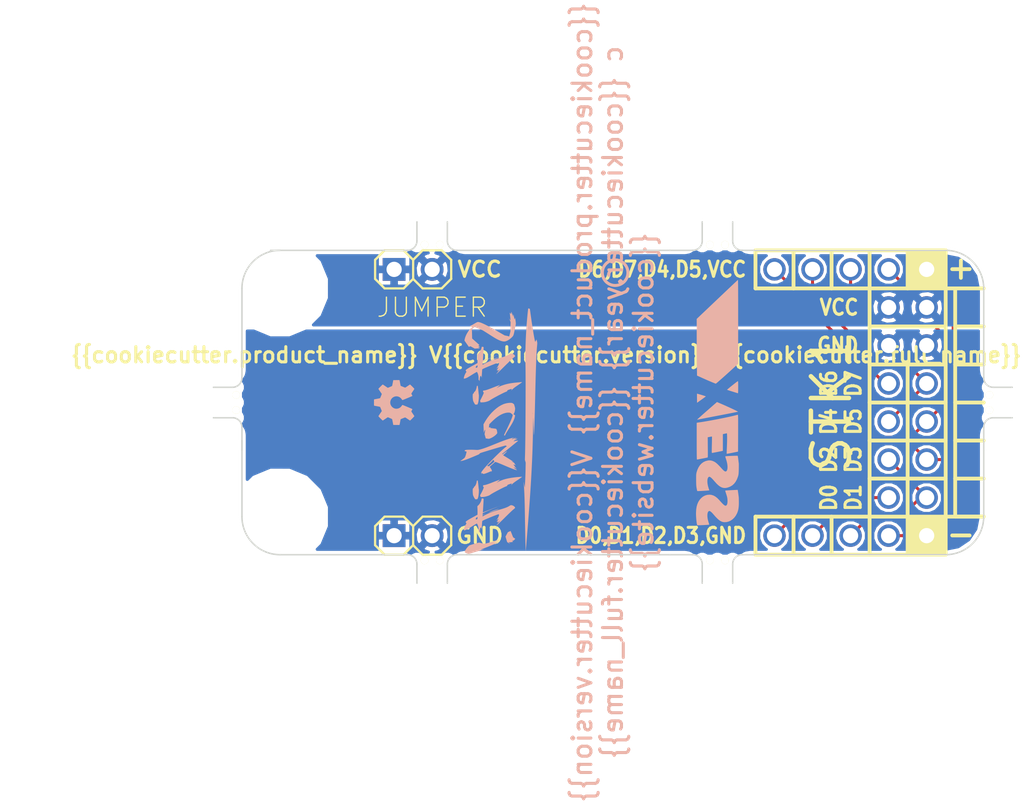
<source format=kicad_pcb>
(kicad_pcb (version 4) (host pcbnew "(2016-02-25 BZR 6592, Git a9427f8)-product")

  (general
    (links 16)
    (no_connects 0)
    (area -0.050001 -0.050001 49.580001 20.370001)
    (thickness 1.6)
    (drawings 52)
    (tracks 63)
    (zones 0)
    (modules 14)
    (nets 11)
  )

  (page A4)
  (title_block
    (title {{cookiecutter.product_name}})
    (date {{cookiecutter.release_date}})
    (rev {{cookiecutter.version}})
    (company {{cookiecutter.full_name}})
    (comment 1 "(c) {{cookiecutter.year}}")
    (comment 2 {{cookiecutter.product_type}})
    (comment 3 {{cookiecutter.license}})
  )

  (layers
    (0 F.Cu signal hide)
    (31 B.Cu signal hide)
    (32 B.Adhes user hide)
    (33 F.Adhes user hide)
    (34 B.Paste user)
    (35 F.Paste user hide)
    (36 B.SilkS user)
    (37 F.SilkS user)
    (38 B.Mask user)
    (39 F.Mask user)
    (40 Dwgs.User user)
    (41 Cmts.User user)
    (42 Eco1.User user)
    (43 Eco2.User user)
    (44 Edge.Cuts user)
    (45 Margin user)
    (46 B.CrtYd user)
    (47 F.CrtYd user)
    (48 B.Fab user)
    (49 F.Fab user hide)
  )

  (setup
    (last_trace_width 0.2032)
    (user_trace_width 0.1524)
    (user_trace_width 0.2032)
    (user_trace_width 0.254)
    (user_trace_width 0.3048)
    (user_trace_width 0.4064)
    (user_trace_width 0.8128)
    (trace_clearance 0.2032)
    (zone_clearance 0.2032)
    (zone_45_only yes)
    (trace_min 0.1524)
    (segment_width 0.254)
    (edge_width 0.1)
    (via_size 0.6858)
    (via_drill 0.3302)
    (via_min_size 0.6858)
    (via_min_drill 0.3302)
    (user_via 0.6858 0.3302)
    (user_via 1.016 0.6604)
    (user_via 1.524 1.016)
    (uvia_size 0.3)
    (uvia_drill 0.1)
    (uvias_allowed no)
    (uvia_min_size 0.2)
    (uvia_min_drill 0.1)
    (pcb_text_width 0.3)
    (pcb_text_size 1.5 1.5)
    (mod_edge_width 0.15)
    (mod_text_size 1.016 1.016)
    (mod_text_width 0.1524)
    (pad_size 3 3)
    (pad_drill 3)
    (pad_to_mask_clearance 0)
    (aux_axis_origin 0 20.32)
    (visible_elements 7FFEFF7F)
    (pcbplotparams
      (layerselection 0x010f0_80000001)
      (usegerberextensions false)
      (excludeedgelayer true)
      (linewidth 0.100000)
      (plotframeref false)
      (viasonmask false)
      (mode 1)
      (useauxorigin true)
      (hpglpennumber 1)
      (hpglpenspeed 20)
      (hpglpendiameter 15)
      (psnegative false)
      (psa4output false)
      (plotreference true)
      (plotvalue false)
      (plotinvisibletext false)
      (padsonsilk false)
      (subtractmaskfromsilk true)
      (outputformat 1)
      (mirror false)
      (drillshape 0)
      (scaleselection 1)
      (outputdirectory ""))
  )

  (net 0 "")
  (net 1 GND)
  (net 2 D7)
  (net 3 D1)
  (net 4 D0)
  (net 5 D3)
  (net 6 D2)
  (net 7 D5)
  (net 8 D6)
  (net 9 D4)
  (net 10 VCC)

  (net_class Default "This is the default net class."
    (clearance 0.2032)
    (trace_width 0.2032)
    (via_dia 0.6858)
    (via_drill 0.3302)
    (uvia_dia 0.3)
    (uvia_drill 0.1)
    (add_net D0)
    (add_net D1)
    (add_net D2)
    (add_net D3)
    (add_net D4)
    (add_net D5)
    (add_net D6)
    (add_net D7)
    (add_net GND)
    (add_net VCC)
  )

  (module XESS:StickIt_Mounting_Hole locked (layer F.Cu) (tedit 55256518) (tstamp 5525D621)
    (at 2.54 17.78 180)
    (fp_text reference "" (at 0 0.75 180) (layer F.SilkS) hide
      (effects (font (size 1.016 1.016) (thickness 0.1524)))
    )
    (fp_text value "" (at 0 -0.75 180) (layer F.Fab) hide
      (effects (font (size 1.5 1.5) (thickness 0.15)))
    )
    (fp_circle (center 0 0) (end 1.524 0) (layer B.CrtYd) (width 0.1))
    (fp_circle (center 0 0) (end 1.524 0) (layer F.Fab) (width 0.1))
    (fp_circle (center 0 0) (end 1.524 0) (layer B.Fab) (width 0.1))
    (fp_circle (center 0 0) (end 1.524 0) (layer F.CrtYd) (width 0.1))
    (pad "" np_thru_hole circle (at 0 0 180) (size 3 3) (drill 3) (layers *.Cu)
      (clearance 1.7))
  )

  (module XESS:StickIt_Mounting_Hole locked (layer F.Cu) (tedit 552492B6) (tstamp 5525D60D)
    (at 2.54 2.54 180)
    (fp_text reference "" (at 0 0.75 180) (layer F.SilkS) hide
      (effects (font (size 1.016 1.016) (thickness 0.1524)))
    )
    (fp_text value "" (at 0 -0.75 180) (layer F.Fab) hide
      (effects (font (size 1.5 1.5) (thickness 0.15)))
    )
    (fp_circle (center 0 0) (end 1.524 0) (layer B.CrtYd) (width 0.1))
    (fp_circle (center 0 0) (end 1.524 0) (layer F.Fab) (width 0.1))
    (fp_circle (center 0 0) (end 1.524 0) (layer B.Fab) (width 0.1))
    (fp_circle (center 0 0) (end 1.524 0) (layer F.CrtYd) (width 0.1))
    (pad "" np_thru_hole circle (at 0 0 180) (size 3 3) (drill 3) (layers *.Cu)
      (clearance 1.7))
  )

  (module XESS:HDR_1x2 (layer F.Cu) (tedit 5526917E) (tstamp 55268EEB)
    (at 11.43 19.05)
    (descr "PIN HEADER")
    (tags "PIN HEADER")
    (path /5524AC0C)
    (attr virtual)
    (fp_text reference JP1 (at 0.5588 -2.4638) (layer F.SilkS) hide
      (effects (font (size 1.27 1.27) (thickness 0.0889)))
    )
    (fp_text value JUMPER (at 1.27 2.54) (layer F.SilkS) hide
      (effects (font (size 1.27 1.27) (thickness 0.0889)))
    )
    (fp_line (start -2.54 -1.27) (end -2.54 1.27) (layer F.CrtYd) (width 0.15))
    (fp_line (start -2.54 1.27) (end 2.54 1.27) (layer F.CrtYd) (width 0.15))
    (fp_line (start 2.54 1.27) (end 2.54 -1.27) (layer F.CrtYd) (width 0.15))
    (fp_line (start 2.54 -1.27) (end -2.54 -1.27) (layer F.CrtYd) (width 0.15))
    (fp_line (start 1.016 0.254) (end 1.016 -0.254) (layer F.Fab) (width 0.06604))
    (fp_line (start 1.016 -0.254) (end 1.524 -0.254) (layer F.Fab) (width 0.06604))
    (fp_line (start 1.524 0.254) (end 1.524 -0.254) (layer F.Fab) (width 0.06604))
    (fp_line (start 1.016 0.254) (end 1.524 0.254) (layer F.Fab) (width 0.06604))
    (fp_line (start -1.524 0.254) (end -1.524 -0.254) (layer F.Fab) (width 0.06604))
    (fp_line (start -1.524 -0.254) (end -1.016 -0.254) (layer F.Fab) (width 0.06604))
    (fp_line (start -1.016 0.254) (end -1.016 -0.254) (layer F.Fab) (width 0.06604))
    (fp_line (start -1.524 0.254) (end -1.016 0.254) (layer F.Fab) (width 0.06604))
    (fp_line (start -1.905 -1.27) (end -0.635 -1.27) (layer F.SilkS) (width 0.1524))
    (fp_line (start -0.635 -1.27) (end 0 -0.635) (layer F.SilkS) (width 0.1524))
    (fp_line (start 0 -0.635) (end 0 0.635) (layer F.SilkS) (width 0.1524))
    (fp_line (start 0 0.635) (end -0.635 1.27) (layer F.SilkS) (width 0.1524))
    (fp_line (start 0 -0.635) (end 0.635 -1.27) (layer F.SilkS) (width 0.1524))
    (fp_line (start 0.635 -1.27) (end 1.905 -1.27) (layer F.SilkS) (width 0.1524))
    (fp_line (start 1.905 -1.27) (end 2.54 -0.635) (layer F.SilkS) (width 0.1524))
    (fp_line (start 2.54 -0.635) (end 2.54 0.635) (layer F.SilkS) (width 0.1524))
    (fp_line (start 2.54 0.635) (end 1.905 1.27) (layer F.SilkS) (width 0.1524))
    (fp_line (start 1.905 1.27) (end 0.635 1.27) (layer F.SilkS) (width 0.1524))
    (fp_line (start 0.635 1.27) (end 0 0.635) (layer F.SilkS) (width 0.1524))
    (fp_line (start -2.54 -0.635) (end -2.54 0.635) (layer F.SilkS) (width 0.1524))
    (fp_line (start -1.905 -1.27) (end -2.54 -0.635) (layer F.SilkS) (width 0.1524))
    (fp_line (start -2.54 0.635) (end -1.905 1.27) (layer F.SilkS) (width 0.1524))
    (fp_line (start -0.635 1.27) (end -1.905 1.27) (layer F.SilkS) (width 0.1524))
    (pad 1 thru_hole rect (at -1.27 0) (size 1.524 1.524) (drill 1.016) (layers *.Cu *.Mask)
      (net 1 GND))
    (pad 2 thru_hole circle (at 1.27 0) (size 1.524 1.524) (drill 1.016) (layers *.Cu *.Mask)
      (net 1 GND))
  )

  (module "XESS Logos:oshw_logo_3mm" (layer B.Cu) (tedit 0) (tstamp 55268D10)
    (at 10.16 10.16 270)
    (fp_text reference A (at 0 0 270) (layer B.SilkS) hide
      (effects (font (thickness 0.3)) (justify mirror))
    )
    (fp_text value B (at 0.75 0 270) (layer B.SilkS) hide
      (effects (font (thickness 0.3)) (justify mirror))
    )
    (fp_poly (pts (xy 1.500248 -0.356715) (xy 1.485016 -0.363173) (xy 1.474416 -0.366101) (xy 1.452528 -0.370977)
      (xy 1.421312 -0.377403) (xy 1.382728 -0.384986) (xy 1.338736 -0.393331) (xy 1.29896 -0.400655)
      (xy 1.25239 -0.409178) (xy 1.209984 -0.417064) (xy 1.173606 -0.423956) (xy 1.145121 -0.429496)
      (xy 1.126394 -0.433329) (xy 1.119494 -0.434995) (xy 1.114727 -0.441907) (xy 1.106073 -0.459279)
      (xy 1.0944 -0.484985) (xy 1.080571 -0.516898) (xy 1.065454 -0.552892) (xy 1.049913 -0.590842)
      (xy 1.034814 -0.62862) (xy 1.021023 -0.664101) (xy 1.009406 -0.695158) (xy 1.000827 -0.719664)
      (xy 0.996154 -0.735495) (xy 0.995551 -0.739432) (xy 0.99925 -0.748207) (xy 1.00968 -0.766425)
      (xy 1.025848 -0.792514) (xy 1.046756 -0.824906) (xy 1.071409 -0.86203) (xy 1.09881 -0.902316)
      (xy 1.099815 -0.903777) (xy 1.127243 -0.943926) (xy 1.151969 -0.980727) (xy 1.173006 -1.012656)
      (xy 1.189361 -1.038191) (xy 1.200046 -1.05581) (xy 1.20407 -1.06399) (xy 1.204079 -1.064117)
      (xy 1.1994 -1.071877) (xy 1.186345 -1.087352) (xy 1.166388 -1.10909) (xy 1.141002 -1.135644)
      (xy 1.111662 -1.165561) (xy 1.079841 -1.197394) (xy 1.047014 -1.229691) (xy 1.014652 -1.261004)
      (xy 0.984231 -1.289881) (xy 0.957224 -1.314874) (xy 0.935105 -1.334533) (xy 0.919347 -1.347407)
      (xy 0.911425 -1.352046) (xy 0.911409 -1.352046) (xy 0.902447 -1.348349) (xy 0.884074 -1.337943)
      (xy 0.857896 -1.321839) (xy 0.825522 -1.301049) (xy 0.788556 -1.276583) (xy 0.751072 -1.251146)
      (xy 0.711467 -1.224198) (xy 0.675173 -1.199964) (xy 0.643751 -1.17945) (xy 0.618761 -1.16366)
      (xy 0.601765 -1.1536) (xy 0.594441 -1.150265) (xy 0.58493 -1.153298) (xy 0.566387 -1.161535)
      (xy 0.541565 -1.173689) (xy 0.51557 -1.187209) (xy 0.484855 -1.203235) (xy 0.463572 -1.213219)
      (xy 0.449559 -1.217937) (xy 0.440651 -1.218167) (xy 0.435938 -1.215798) (xy 0.431574 -1.208253)
      (xy 0.422754 -1.189671) (xy 0.410076 -1.161481) (xy 0.394135 -1.125116) (xy 0.375529 -1.082005)
      (xy 0.354855 -1.033579) (xy 0.33271 -0.98127) (xy 0.309691 -0.926507) (xy 0.286394 -0.870722)
      (xy 0.263417 -0.815346) (xy 0.241356 -0.761808) (xy 0.220809 -0.71154) (xy 0.202372 -0.665974)
      (xy 0.186643 -0.626538) (xy 0.174218 -0.594665) (xy 0.165693 -0.571785) (xy 0.161667 -0.559328)
      (xy 0.161426 -0.557822) (xy 0.166684 -0.549479) (xy 0.180711 -0.53628) (xy 0.200903 -0.520563)
      (xy 0.210118 -0.514098) (xy 0.274487 -0.463516) (xy 0.326811 -0.407699) (xy 0.366855 -0.346932)
      (xy 0.390341 -0.293682) (xy 0.409236 -0.220757) (xy 0.414951 -0.148227) (xy 0.407738 -0.077206)
      (xy 0.387852 -0.008811) (xy 0.355546 0.055845) (xy 0.311073 0.115646) (xy 0.292848 0.135054)
      (xy 0.235996 0.183235) (xy 0.173679 0.219825) (xy 0.10733 0.244633) (xy 0.038383 0.257468)
      (xy -0.031729 0.258138) (xy -0.101573 0.246452) (xy -0.169716 0.22222) (xy -0.208527 0.201968)
      (xy -0.267105 0.160169) (xy -0.317114 0.10961) (xy -0.357734 0.051958) (xy -0.388148 -0.011119)
      (xy -0.407536 -0.077957) (xy -0.41508 -0.146887) (xy -0.410954 -0.210073) (xy -0.394679 -0.280438)
      (xy -0.367905 -0.344556) (xy -0.330004 -0.403329) (xy -0.280349 -0.45766) (xy -0.218311 -0.508452)
      (xy -0.190029 -0.527889) (xy -0.173557 -0.540692) (xy -0.163204 -0.552572) (xy -0.161397 -0.557528)
      (xy -0.163924 -0.566548) (xy -0.171129 -0.586427) (xy -0.182416 -0.615735) (xy -0.19719 -0.653041)
      (xy -0.214853 -0.696914) (xy -0.234808 -0.745923) (xy -0.256459 -0.798637) (xy -0.27921 -0.853624)
      (xy -0.302463 -0.909455) (xy -0.325623 -0.964697) (xy -0.348092 -1.01792) (xy -0.369274 -1.067692)
      (xy -0.388572 -1.112583) (xy -0.40539 -1.151162) (xy -0.419131 -1.181998) (xy -0.429199 -1.203659)
      (xy -0.434996 -1.214714) (xy -0.43582 -1.215754) (xy -0.442319 -1.218406) (xy -0.452305 -1.217129)
      (xy -0.467941 -1.211141) (xy -0.491391 -1.199663) (xy -0.515063 -1.187166) (xy -0.543154 -1.172532)
      (xy -0.567513 -1.160644) (xy -0.585379 -1.152798) (xy -0.593662 -1.150265) (xy -0.60164 -1.153939)
      (xy -0.619101 -1.164292) (xy -0.644483 -1.180321) (xy -0.676224 -1.201022) (xy -0.712763 -1.225392)
      (xy -0.750697 -1.251166) (xy -0.79057 -1.278152) (xy -0.827371 -1.302416) (xy -0.85949 -1.322947)
      (xy -0.88532 -1.338737) (xy -0.903253 -1.348775) (xy -0.911483 -1.352066) (xy -0.920685 -1.347191)
      (xy -0.938579 -1.332833) (xy -0.964727 -1.309388) (xy -0.998692 -1.277258) (xy -1.040039 -1.236838)
      (xy -1.064559 -1.212429) (xy -1.1 -1.176668) (xy -1.132126 -1.143696) (xy -1.15975 -1.114778)
      (xy -1.181682 -1.091176) (xy -1.196738 -1.074153) (xy -1.203727 -1.064973) (xy -1.204078 -1.063998)
      (xy -1.200395 -1.056336) (xy -1.190004 -1.03916) (xy -1.173897 -1.013993) (xy -1.153062 -0.982354)
      (xy -1.128491 -0.945766) (xy -1.101171 -0.905748) (xy -1.099814 -0.903777) (xy -1.072334 -0.863408)
      (xy -1.047567 -0.826145) (xy -1.02651 -0.79356) (xy -1.010158 -0.767221) (xy -0.999508 -0.748699)
      (xy -0.995555 -0.739563) (xy -0.99555 -0.739432) (xy -0.998006 -0.728563) (xy -1.004793 -0.707987)
      (xy -1.015047 -0.679831) (xy -1.0279 -0.646221) (xy -1.042486 -0.609283) (xy -1.057938 -0.571143)
      (xy -1.07339 -0.533929) (xy -1.087975 -0.499766) (xy -1.100826 -0.470781) (xy -1.111078 -0.449099)
      (xy -1.117863 -0.436848) (xy -1.119644 -0.434938) (xy -1.128426 -0.432855) (xy -1.148581 -0.428745)
      (xy -1.178241 -0.422966) (xy -1.215539 -0.41588) (xy -1.258607 -0.407843) (xy -1.29911 -0.400397)
      (xy -1.346109 -0.391684) (xy -1.38935 -0.383417) (xy -1.426874 -0.375993) (xy -1.456719 -0.369806)
      (xy -1.476926 -0.36525) (xy -1.485015 -0.362973) (xy -1.500246 -0.356715) (xy -1.498468 -0.149863)
      (xy -1.496689 0.05699) (xy -1.304978 0.092828) (xy -1.255645 0.102267) (xy -1.210464 0.111326)
      (xy -1.171177 0.119621) (xy -1.139524 0.126773) (xy -1.117244 0.132398) (xy -1.106078 0.136115)
      (xy -1.105279 0.136645) (xy -1.100516 0.144816) (xy -1.091579 0.163148) (xy -1.079431 0.189424)
      (xy -1.065034 0.22143) (xy -1.04935 0.256949) (xy -1.033343 0.293766) (xy -1.017975 0.329664)
      (xy -1.004208 0.362427) (xy -0.993006 0.38984) (xy -0.98533 0.409686) (xy -0.982144 0.41975)
      (xy -0.982109 0.420176) (xy -0.985792 0.427298) (xy -0.996199 0.444018) (xy -1.012372 0.468887)
      (xy -1.033356 0.500455) (xy -1.058194 0.537274) (xy -1.08593 0.577896) (xy -1.093099 0.588322)
      (xy -1.121446 0.629837) (xy -1.147119 0.668103) (xy -1.169158 0.701633) (xy -1.186603 0.728943)
      (xy -1.198492 0.748546) (xy -1.203865 0.758957) (xy -1.204078 0.759913) (xy -1.199441 0.767463)
      (xy -1.186505 0.782814) (xy -1.16673 0.804506) (xy -1.141577 0.831082) (xy -1.112508 0.861082)
      (xy -1.080983 0.893049) (xy -1.048462 0.925524) (xy -1.016407 0.957048) (xy -0.98628 0.986163)
      (xy -0.959539 1.01141) (xy -0.937647 1.031331) (xy -0.922065 1.044467) (xy -0.914253 1.04936)
      (xy -0.914156 1.049364) (xy -0.906099 1.045688) (xy -0.888451 1.035289) (xy -0.862675 1.019107)
      (xy -0.830239 0.998084) (xy -0.792605 0.97316) (xy -0.75124 0.945276) (xy -0.736804 0.935438)
      (xy -0.570098 0.821511) (xy -0.535618 0.835078) (xy -0.481946 0.856372) (xy -0.432138 0.876474)
      (xy -0.387641 0.894773) (xy -0.349905 0.91066) (xy -0.320378 0.923525) (xy -0.300507 0.932758)
      (xy -0.291748 0.937743) (xy -0.288608 0.946043) (xy -0.283501 0.965839) (xy -0.276805 0.995381)
      (xy -0.268899 1.032918) (xy -0.260162 1.0767) (xy -0.250972 1.124976) (xy -0.249403 1.133448)
      (xy -0.240294 1.18256) (xy -0.23183 1.227728) (xy -0.224355 1.267149) (xy -0.218213 1.299022)
      (xy -0.21375 1.321545) (xy -0.211309 1.332916) (xy -0.211133 1.333567) (xy -0.209312 1.336883)
      (xy -0.205109 1.339514) (xy -0.197115 1.341538) (xy -0.18392 1.343034) (xy -0.164117 1.34408)
      (xy -0.136297 1.344755) (xy -0.09905 1.345137) (xy -0.050967 1.345305) (xy 0 1.345338)
      (xy 0.058504 1.345291) (xy 0.104963 1.345098) (xy 0.140787 1.344679) (xy 0.167384 1.343956)
      (xy 0.186163 1.342851) (xy 0.198534 1.341285) (xy 0.205904 1.339179) (xy 0.209684 1.336456)
      (xy 0.211134 1.333567) (xy 0.213229 1.324095) (xy 0.2174 1.303191) (xy 0.223302 1.272656)
      (xy 0.230592 1.234292) (xy 0.238925 1.189901) (xy 0.247956 1.141285) (xy 0.249404 1.133448)
      (xy 0.258632 1.084589) (xy 0.267472 1.039931) (xy 0.275545 1.001224) (xy 0.282471 0.970218)
      (xy 0.287874 0.948664) (xy 0.291373 0.938311) (xy 0.291749 0.937793) (xy 0.300541 0.932822)
      (xy 0.320537 0.923565) (xy 0.350395 0.910588) (xy 0.388771 0.894455) (xy 0.434322 0.875732)
      (xy 0.485703 0.854983) (xy 0.539129 0.833738) (xy 0.570393 0.821395) (xy 0.737114 0.93538)
      (xy 0.779399 0.964055) (xy 0.81844 0.990086) (xy 0.852775 1.012531) (xy 0.880939 1.030448)
      (xy 0.901467 1.042898) (xy 0.912897 1.048938) (xy 0.914438 1.049364) (xy 0.921963 1.044733)
      (xy 0.9373 1.031814) (xy 0.958989 1.012065) (xy 0.98557 0.986945) (xy 1.015583 0.957915)
      (xy 1.047569 0.926432) (xy 1.080067 0.893956) (xy 1.111619 0.861947) (xy 1.140763 0.831863)
      (xy 1.166041 0.805163) (xy 1.185992 0.783307) (xy 1.199156 0.767754) (xy 1.204074 0.759963)
      (xy 1.204079 0.759859) (xy 1.200392 0.751857) (xy 1.189978 0.734323) (xy 1.173808 0.708761)
      (xy 1.152851 0.676672) (xy 1.128078 0.639559) (xy 1.100459 0.598925) (xy 1.095533 0.59175)
      (xy 1.067412 0.550637) (xy 1.041811 0.512805) (xy 1.019726 0.479758) (xy 1.002154 0.453001)
      (xy 0.990091 0.434039) (xy 0.984535 0.424378) (xy 0.984312 0.423781) (xy 0.986137 0.415048)
      (xy 0.992569 0.396252) (xy 1.002681 0.36959) (xy 1.015546 0.337264) (xy 1.030238 0.301472)
      (xy 1.045831 0.264413) (xy 1.061398 0.228287) (xy 1.076012 0.195292) (xy 1.088748 0.167629)
      (xy 1.098677 0.147496) (xy 1.104875 0.137092) (xy 1.10528 0.136645) (xy 1.113729 0.133406)
      (xy 1.13368 0.128173) (xy 1.163393 0.12133) (xy 1.201128 0.113256) (xy 1.245144 0.104335)
      (xy 1.293702 0.094948) (xy 1.304979 0.092828) (xy 1.49669 0.05699) (xy 1.498469 -0.149863)
      (xy 1.500248 -0.356715) (xy 1.500248 -0.356715)) (layer B.SilkS) (width 0.001))
  )

  (module "XESS Logos:stickit_logo_16mm" (layer B.Cu) (tedit 0) (tstamp 55268D69)
    (at 17.145 12.065 270)
    (fp_text reference "" (at 0 0 270) (layer B.SilkS) hide
      (effects (font (thickness 0.3)) (justify mirror))
    )
    (fp_text value "" (at 0.75 0 270) (layer B.SilkS) hide
      (effects (font (thickness 0.3)) (justify mirror))
    )
    (fp_poly (pts (xy 8.008281 -1.801691) (xy 8.004416 -1.80314) (xy 7.99148 -1.805134) (xy 7.968253 -1.807795)
      (xy 7.933518 -1.811245) (xy 7.886055 -1.815608) (xy 7.824646 -1.821007) (xy 7.748071 -1.827564)
      (xy 7.655113 -1.835403) (xy 7.544552 -1.844646) (xy 7.454025 -1.852184) (xy 6.960004 -1.892915)
      (xy 6.484662 -1.931333) (xy 6.027062 -1.967491) (xy 5.586264 -2.001438) (xy 5.161333 -2.033225)
      (xy 4.751328 -2.062905) (xy 4.355314 -2.090526) (xy 3.972351 -2.116142) (xy 3.601503 -2.139802)
      (xy 3.24183 -2.161557) (xy 2.892396 -2.181458) (xy 2.552262 -2.199557) (xy 2.22049 -2.215904)
      (xy 1.896143 -2.23055) (xy 1.578283 -2.243545) (xy 1.265971 -2.254942) (xy 0.95827 -2.264791)
      (xy 0.654243 -2.273142) (xy 0.35295 -2.280047) (xy 0.053455 -2.285557) (xy -0.245181 -2.289722)
      (xy -0.543896 -2.292594) (xy -0.671801 -2.29344) (xy -0.731901 -2.293794) (xy -0.782997 -2.294155)
      (xy -0.824354 -2.294574) (xy -0.855237 -2.295103) (xy -0.874911 -2.295794) (xy -0.882641 -2.296698)
      (xy -0.877692 -2.297867) (xy -0.85933 -2.299354) (xy -0.826819 -2.30121) (xy -0.779423 -2.303486)
      (xy -0.71641 -2.306235) (xy -0.637042 -2.309508) (xy -0.540586 -2.313358) (xy -0.426307 -2.317835)
      (xy -0.293469 -2.322992) (xy -0.202528 -2.326513) (xy -0.110914 -2.330199) (xy -0.024753 -2.333938)
      (xy 0.053809 -2.337615) (xy 0.122625 -2.341119) (xy 0.17955 -2.344336) (xy 0.222438 -2.347153)
      (xy 0.249143 -2.349459) (xy 0.256865 -2.350647) (xy 0.256361 -2.353493) (xy 0.238048 -2.356549)
      (xy 0.203871 -2.359632) (xy 0.155775 -2.362556) (xy 0.108673 -2.364656) (xy -0.043558 -2.370456)
      (xy -0.194371 -2.375998) (xy -0.345375 -2.381328) (xy -0.498181 -2.386493) (xy -0.654401 -2.391539)
      (xy -0.815644 -2.396512) (xy -0.983523 -2.401459) (xy -1.130011 -2.405589) (xy -1.130011 -2.287052)
      (xy -1.134668 -2.285309) (xy -1.138824 -2.284817) (xy -1.173713 -2.283236) (xy -1.206845 -2.28476)
      (xy -1.20798 -2.284896) (xy -1.21479 -2.28676) (xy -1.204169 -2.288131) (xy -1.178445 -2.288768)
      (xy -1.170712 -2.288785) (xy -1.142674 -2.288291) (xy -1.130011 -2.287052) (xy -1.130011 -2.405589)
      (xy -1.159646 -2.406425) (xy -1.345625 -2.411457) (xy -1.543071 -2.416601) (xy -1.753595 -2.421904)
      (xy -1.978806 -2.427412) (xy -2.220317 -2.433171) (xy -2.479737 -2.439227) (xy -2.519253 -2.440139)
      (xy -2.840939 -2.447725) (xy -3.143414 -2.4552) (xy -3.427228 -2.462585) (xy -3.692929 -2.4699)
      (xy -3.941066 -2.477167) (xy -4.172188 -2.484407) (xy -4.386843 -2.491639) (xy -4.585579 -2.498885)
      (xy -4.768946 -2.506166) (xy -4.937491 -2.513503) (xy -5.091764 -2.520916) (xy -5.232313 -2.528425)
      (xy -5.359686 -2.536053) (xy -5.474432 -2.543819) (xy -5.577101 -2.551744) (xy -5.66091 -2.559152)
      (xy -5.735304 -2.566009) (xy -5.793782 -2.570696) (xy -5.840079 -2.573125) (xy -5.877928 -2.573205)
      (xy -5.911064 -2.570848) (xy -5.94322 -2.565964) (xy -5.97813 -2.558462) (xy -6.009452 -2.550792)
      (xy -6.115948 -2.524062) (xy -6.032246 -2.47967) (xy -6.00141 -2.463594) (xy -5.979386 -2.45148)
      (xy -5.96758 -2.442174) (xy -5.967401 -2.434525) (xy -5.980258 -2.427379) (xy -6.007559 -2.419583)
      (xy -6.050711 -2.409985) (xy -6.111124 -2.397432) (xy -6.140063 -2.391403) (xy -6.220116 -2.37544)
      (xy -6.317962 -2.357298) (xy -6.431785 -2.337262) (xy -6.559774 -2.315618) (xy -6.700115 -2.292651)
      (xy -6.850996 -2.268646) (xy -7.010602 -2.24389) (xy -7.177122 -2.218666) (xy -7.348741 -2.193262)
      (xy -7.523647 -2.167961) (xy -7.700027 -2.14305) (xy -7.84507 -2.123034) (xy -8.157078 -2.08045)
      (xy -8.177606 -2.030637) (xy -8.187864 -2.002028) (xy -8.192502 -1.981202) (xy -8.191618 -1.974498)
      (xy -8.178513 -1.970323) (xy -8.147474 -1.964805) (xy -8.100265 -1.958121) (xy -8.038655 -1.950447)
      (xy -7.964408 -1.941958) (xy -7.87929 -1.93283) (xy -7.785068 -1.923239) (xy -7.683507 -1.91336)
      (xy -7.576374 -1.903368) (xy -7.465435 -1.89344) (xy -7.352454 -1.883751) (xy -7.2392 -1.874477)
      (xy -7.127437 -1.865793) (xy -7.019331 -1.857903) (xy -6.80569 -1.843415) (xy -6.601805 -1.830774)
      (xy -6.402468 -1.819721) (xy -6.202471 -1.809995) (xy -5.996606 -1.801339) (xy -5.779665 -1.793492)
      (xy -5.626332 -1.788584) (xy -5.532765 -1.785814) (xy -5.446584 -1.783493) (xy -5.365582 -1.781621)
      (xy -5.28755 -1.780197) (xy -5.21028 -1.779221) (xy -5.131563 -1.778693) (xy -5.04919 -1.778611)
      (xy -4.960954 -1.778975) (xy -4.864645 -1.779786) (xy -4.758056 -1.781042) (xy -4.638978 -1.782743)
      (xy -4.505202 -1.784888) (xy -4.35452 -1.787478) (xy -4.307429 -1.788311) (xy -4.187746 -1.790139)
      (xy -4.050443 -1.791703) (xy -3.896831 -1.793012) (xy -3.728223 -1.794071) (xy -3.545933 -1.794887)
      (xy -3.351271 -1.795467) (xy -3.145551 -1.795818) (xy -2.930085 -1.795946) (xy -2.706186 -1.795859)
      (xy -2.475166 -1.795563) (xy -2.238338 -1.795065) (xy -1.997013 -1.794372) (xy -1.752506 -1.793491)
      (xy -1.506127 -1.792427) (xy -1.259189 -1.79119) (xy -1.013006 -1.789784) (xy -0.768889 -1.788217)
      (xy -0.528151 -1.786495) (xy -0.292105 -1.784626) (xy -0.062062 -1.782616) (xy 0.160664 -1.780472)
      (xy 0.374761 -1.778201) (xy 0.578918 -1.77581) (xy 0.77182 -1.773304) (xy 0.952156 -1.770692)
      (xy 1.118613 -1.76798) (xy 1.269879 -1.765175) (xy 1.404642 -1.762284) (xy 1.521588 -1.759313)
      (xy 1.571016 -1.75786) (xy 1.921922 -1.746994) (xy 2.01559 -1.773948) (xy 2.109257 -1.800903)
      (xy 2.450097 -1.794186) (xy 2.611513 -1.790634) (xy 2.771314 -1.786402) (xy 2.927372 -1.781581)
      (xy 3.077556 -1.776257) (xy 3.219737 -1.770521) (xy 3.351785 -1.764462) (xy 3.47157 -1.758167)
      (xy 3.576962 -1.751725) (xy 3.665832 -1.745227) (xy 3.704784 -1.741857) (xy 3.77888 -1.735001)
      (xy 3.561532 -1.697728) (xy 3.493701 -1.685826) (xy 3.444059 -1.676514) (xy 3.41291 -1.66986)
      (xy 3.400553 -1.665932) (xy 3.407291 -1.664798) (xy 3.417763 -1.66529) (xy 3.450875 -1.667513)
      (xy 3.499205 -1.670822) (xy 3.558262 -1.674907) (xy 3.623554 -1.679455) (xy 3.690591 -1.684157)
      (xy 3.694386 -1.684424) (xy 3.810423 -1.69217) (xy 3.930821 -1.699333) (xy 4.057 -1.705961)
      (xy 4.190382 -1.7121) (xy 4.332389 -1.717797) (xy 4.48444 -1.723098) (xy 4.647958 -1.728051)
      (xy 4.824363 -1.732703) (xy 5.015076 -1.737099) (xy 5.221518 -1.741286) (xy 5.445111 -1.745312)
      (xy 5.646091 -1.748585) (xy 5.89809 -1.752606) (xy 6.139485 -1.756637) (xy 6.369305 -1.760658)
      (xy 6.586585 -1.764649) (xy 6.790356 -1.768591) (xy 6.97965 -1.772464) (xy 7.153499 -1.776249)
      (xy 7.310936 -1.779927) (xy 7.450993 -1.783477) (xy 7.572703 -1.78688) (xy 7.621976 -1.788382)
      (xy 7.700399 -1.790841) (xy 7.774663 -1.793158) (xy 7.841855 -1.795244) (xy 7.899064 -1.797008)
      (xy 7.943377 -1.798361) (xy 7.971883 -1.799212) (xy 7.977635 -1.799376) (xy 7.993672 -1.799932)
      (xy 8.004293 -1.800662) (xy 8.008281 -1.801691) (xy 8.008281 -1.801691)) (layer B.SilkS) (width 0.001))
    (fp_poly (pts (xy 3.323197 -1.656807) (xy 3.309607 -1.658184) (xy 3.295582 -1.656631) (xy 3.297258 -1.653201)
      (xy 3.317484 -1.651896) (xy 3.321956 -1.653201) (xy 3.323197 -1.656807) (xy 3.323197 -1.656807)) (layer B.SilkS) (width 0.001))
    (fp_poly (pts (xy 3.247037 -1.643278) (xy 3.245681 -1.649151) (xy 3.240451 -1.649864) (xy 3.232319 -1.646249)
      (xy 3.233865 -1.643278) (xy 3.245589 -1.642095) (xy 3.247037 -1.643278) (xy 3.247037 -1.643278)) (layer B.SilkS) (width 0.001))
    (fp_poly (pts (xy 3.171295 -1.635045) (xy 3.166355 -1.639985) (xy 3.161416 -1.635045) (xy 3.166355 -1.630105)
      (xy 3.171295 -1.635045) (xy 3.171295 -1.635045)) (layer B.SilkS) (width 0.001))
    (fp_poly (pts (xy 3.042862 -1.615286) (xy 3.037923 -1.620226) (xy 3.032983 -1.615286) (xy 3.037923 -1.610346)
      (xy 3.042862 -1.615286) (xy 3.042862 -1.615286)) (layer B.SilkS) (width 0.001))
    (fp_poly (pts (xy -1.915799 1.167966) (xy -1.91741 1.056775) (xy -1.927071 0.956923) (xy -1.945819 0.861275)
      (xy -1.974693 0.762699) (xy -1.974827 0.762298) (xy -1.994719 0.705317) (xy -2.012891 0.66045)
      (xy -2.032781 0.620737) (xy -2.057826 0.579218) (xy -2.086454 0.536254) (xy -2.116087 0.490259)
      (xy -2.15264 0.429367) (xy -2.194732 0.356211) (xy -2.240978 0.273427) (xy -2.289995 0.183647)
      (xy -2.3404 0.089508) (xy -2.39081 -0.006358) (xy -2.439841 -0.101316) (xy -2.48611 -0.192732)
      (xy -2.528234 -0.277971) (xy -2.564829 -0.3544) (xy -2.594513 -0.419385) (xy -2.615901 -0.47029)
      (xy -2.618306 -0.476543) (xy -2.634132 -0.517193) (xy -2.646055 -0.543004) (xy -2.656761 -0.557763)
      (xy -2.66894 -0.56526) (xy -2.683935 -0.569033) (xy -2.705951 -0.5762) (xy -2.721658 -0.591216)
      (xy -2.736702 -0.61958) (xy -2.737356 -0.621039) (xy -2.755362 -0.665228) (xy -2.773735 -0.716722)
      (xy -2.790302 -0.768781) (xy -2.80289 -0.814668) (xy -2.808528 -0.841709) (xy -2.811394 -0.865219)
      (xy -2.807979 -0.873577) (xy -2.795481 -0.871081) (xy -2.79057 -0.86925) (xy -2.766288 -0.858826)
      (xy -2.736122 -0.844409) (xy -2.729528 -0.84107) (xy -2.71657 -0.835367) (xy -2.713028 -0.836989)
      (xy -2.719986 -0.847389) (xy -2.738531 -0.868023) (xy -2.769748 -0.900344) (xy -2.786414 -0.917263)
      (xy -2.828819 -0.962227) (xy -2.869942 -1.010535) (xy -2.912634 -1.065847) (xy -2.959744 -1.131825)
      (xy -3.002974 -1.195411) (xy -3.051359 -1.267127) (xy -3.097956 -1.33507) (xy -3.141447 -1.397407)
      (xy -3.180516 -1.452308) (xy -3.213844 -1.49794) (xy -3.240113 -1.532472) (xy -3.258005 -1.554072)
      (xy -3.265973 -1.560949) (xy -3.26796 -1.551904) (xy -3.268033 -1.527912) (xy -3.266222 -1.49369)
      (xy -3.265502 -1.484384) (xy -3.253008 -1.336686) (xy -3.241061 -1.206265) (xy -3.229338 -1.090661)
      (xy -3.217516 -0.987412) (xy -3.20527 -0.894057) (xy -3.192278 -0.808132) (xy -3.178216 -0.727178)
      (xy -3.16276 -0.648731) (xy -3.145587 -0.570332) (xy -3.145068 -0.568067) (xy -3.117034 -0.457043)
      (xy -3.084009 -0.344933) (xy -3.047447 -0.235801) (xy -3.008805 -0.133712) (xy -2.969537 -0.04273)
      (xy -2.931099 0.033081) (xy -2.927651 0.039158) (xy -2.900766 0.086308) (xy -2.883082 0.118048)
      (xy -2.873764 0.135986) (xy -2.871974 0.141729) (xy -2.876715 0.137082) (xy -2.91957 0.086023)
      (xy -2.960506 0.037873) (xy -2.997623 -0.005193) (xy -3.029022 -0.041002) (xy -3.052802 -0.067379)
      (xy -3.067065 -0.082151) (xy -3.070327 -0.084503) (xy -3.069099 -0.073435) (xy -3.061429 -0.046321)
      (xy -3.04815 -0.005487) (xy -3.030093 0.046742) (xy -3.00809 0.108041) (xy -2.982972 0.176082)
      (xy -2.955572 0.248542) (xy -2.92672 0.323094) (xy -2.90408 0.380358) (xy -2.85211 0.512633)
      (xy -2.808591 0.628114) (xy -2.773226 0.727726) (xy -2.745722 0.812391) (xy -2.725784 0.883036)
      (xy -2.713118 0.940583) (xy -2.707429 0.985957) (xy -2.707032 0.998634) (xy -2.704904 1.022705)
      (xy -2.694825 1.035705) (xy -2.671133 1.045021) (xy -2.648079 1.050559) (xy -2.630586 1.048218)
      (xy -2.610525 1.035847) (xy -2.59732 1.025493) (xy -2.559336 0.994969) (xy -2.482488 1.022744)
      (xy -2.449979 1.035817) (xy -2.403977 1.056137) (xy -2.348514 1.081828) (xy -2.287626 1.111015)
      (xy -2.225344 1.141823) (xy -2.213507 1.147796) (xy -2.021374 1.245073) (xy -1.968991 1.229845)
      (xy -1.916609 1.214617) (xy -1.915799 1.167966) (xy -1.915799 1.167966)) (layer B.SilkS) (width 0.001))
    (fp_poly (pts (xy 4.405633 1.103154) (xy 4.402836 1.047643) (xy 4.396738 0.988106) (xy 4.391537 0.952223)
      (xy 4.382047 0.90392) (xy 4.368504 0.848345) (xy 4.352294 0.790011) (xy 4.334806 0.733432)
      (xy 4.317425 0.68312) (xy 4.30154 0.643589) (xy 4.28975 0.621078) (xy 4.276233 0.600954)
      (xy 4.255678 0.570334) (xy 4.232056 0.535133) (xy 4.226974 0.527559) (xy 4.198001 0.482055)
      (xy 4.162522 0.422574) (xy 4.12182 0.351566) (xy 4.077177 0.271481) (xy 4.029876 0.184767)
      (xy 3.981199 0.093876) (xy 3.932429 0.001257) (xy 3.884847 -0.090641) (xy 3.839736 -0.179367)
      (xy 3.798378 -0.262472) (xy 3.762056 -0.337507) (xy 3.732053 -0.40202) (xy 3.709649 -0.453564)
      (xy 3.699054 -0.480959) (xy 3.684687 -0.520219) (xy 3.673638 -0.544664) (xy 3.663123 -0.558271)
      (xy 3.650357 -0.565016) (xy 3.638211 -0.567857) (xy 3.612122 -0.578011) (xy 3.592987 -0.600344)
      (xy 3.587466 -0.610508) (xy 3.570667 -0.648558) (xy 3.55234 -0.697499) (xy 3.534886 -0.75009)
      (xy 3.52071 -0.79909) (xy 3.51224 -0.837109) (xy 3.505517 -0.878924) (xy 3.563163 -0.854093)
      (xy 3.620809 -0.829262) (xy 3.568458 -0.875331) (xy 3.529685 -0.913015) (xy 3.486404 -0.962087)
      (xy 3.437549 -1.023922) (xy 3.382052 -1.099896) (xy 3.318845 -1.191387) (xy 3.289638 -1.234928)
      (xy 3.24595 -1.299924) (xy 3.203411 -1.362064) (xy 3.163499 -1.41929) (xy 3.127691 -1.469545)
      (xy 3.097465 -1.510772) (xy 3.074297 -1.540914) (xy 3.059664 -1.557912) (xy 3.055543 -1.560949)
      (xy 3.053903 -1.551768) (xy 3.053704 -1.5269) (xy 3.054896 -1.490364) (xy 3.056863 -1.454745)
      (xy 3.074335 -1.233397) (xy 3.097547 -1.022518) (xy 3.126207 -0.823918) (xy 3.160025 -0.639405)
      (xy 3.198712 -0.470791) (xy 3.236028 -0.338675) (xy 3.250192 -0.296064) (xy 3.268359 -0.245543)
      (xy 3.289026 -0.190861) (xy 3.310687 -0.135769) (xy 3.331838 -0.084016) (xy 3.350974 -0.039353)
      (xy 3.36659 -0.005529) (xy 3.377181 0.013704) (xy 3.37771 0.014426) (xy 3.386205 0.027883)
      (xy 3.400897 0.053171) (xy 3.41814 0.083975) (xy 3.431284 0.108285) (xy 3.438351 0.123114)
      (xy 3.438257 0.127533) (xy 3.429919 0.120614) (xy 3.412254 0.10143) (xy 3.384178 0.069052)
      (xy 3.344608 0.022554) (xy 3.339782 0.016862) (xy 3.308774 -0.018989) (xy 3.282404 -0.048099)
      (xy 3.263188 -0.067792) (xy 3.253645 -0.075388) (xy 3.253174 -0.075293) (xy 3.253982 -0.063628)
      (xy 3.261603 -0.035437) (xy 3.275405 0.007503) (xy 3.294753 0.063416) (xy 3.319014 0.130528)
      (xy 3.347554 0.20706) (xy 3.379739 0.291239) (xy 3.414937 0.381286) (xy 3.426313 0.409996)
      (xy 3.472491 0.527733) (xy 3.51093 0.629343) (xy 3.542222 0.716617) (xy 3.566957 0.791344)
      (xy 3.585729 0.855316) (xy 3.599128 0.910322) (xy 3.607748 0.958152) (xy 3.607906 0.959266)
      (xy 3.613688 0.998078) (xy 3.619083 1.021825) (xy 3.626466 1.035008) (xy 3.638211 1.042127)
      (xy 3.654176 1.046988) (xy 3.677687 1.051727) (xy 3.694831 1.04784) (xy 3.714153 1.032641)
      (xy 3.721181 1.025931) (xy 3.752945 0.995143) (xy 3.804605 1.01204) (xy 3.863845 1.033819)
      (xy 3.93554 1.064102) (xy 4.015391 1.100918) (xy 4.099099 1.142297) (xy 4.169117 1.17907)
      (xy 4.29261 1.245805) (xy 4.337067 1.23404) (xy 4.366646 1.223715) (xy 4.388861 1.211546)
      (xy 4.393874 1.206955) (xy 4.401188 1.186668) (xy 4.405096 1.150781) (xy 4.405633 1.103154)
      (xy 4.405633 1.103154)) (layer B.SilkS) (width 0.001))
    (fp_poly (pts (xy 2.889777 1.149719) (xy 2.884854 1.145924) (xy 2.868008 1.141433) (xy 2.84032 1.130449)
      (xy 2.819883 1.11561) (xy 2.810548 1.102991) (xy 2.812224 1.092373) (xy 2.8269 1.077614)
      (xy 2.834198 1.071408) (xy 2.858732 1.042787) (xy 2.865033 1.017807) (xy 2.860792 0.983653)
      (xy 2.848673 0.934567) (xy 2.829587 0.873314) (xy 2.804439 0.80266) (xy 2.77414 0.725372)
      (xy 2.750682 0.669567) (xy 2.728591 0.618399) (xy 2.709069 0.573133) (xy 2.693542 0.537081)
      (xy 2.683436 0.513551) (xy 2.680357 0.50632) (xy 2.684183 0.497048) (xy 2.706296 0.493382)
      (xy 2.708375 0.49333) (xy 2.726231 0.492573) (xy 2.730187 0.490044) (xy 2.718724 0.483947)
      (xy 2.690967 0.47274) (xy 2.640394 0.452791) (xy 2.588061 0.475304) (xy 2.55517 0.491909)
      (xy 2.514144 0.516083) (xy 2.472497 0.543328) (xy 2.461716 0.550918) (xy 2.387704 0.604019)
      (xy 2.366109 0.581103) (xy 2.353303 0.566988) (xy 2.349036 0.562194) (xy 2.349036 0.664981)
      (xy 2.348339 0.686206) (xy 2.341948 0.717772) (xy 2.329561 0.773125) (xy 2.246242 0.690355)
      (xy 2.210959 0.654452) (xy 2.178907 0.6203) (xy 2.153928 0.592085) (xy 2.141036 0.575763)
      (xy 2.125523 0.557265) (xy 2.098676 0.529324) (xy 2.064048 0.495491) (xy 2.025192 0.459319)
      (xy 2.018459 0.453227) (xy 1.917771 0.362511) (xy 1.969057 0.324946) (xy 1.996979 0.30543)
      (xy 2.01907 0.291689) (xy 2.029718 0.286943) (xy 2.040646 0.293437) (xy 2.060664 0.310952)
      (xy 2.085627 0.335837) (xy 2.088029 0.33837) (xy 2.119617 0.37292) (xy 2.157468 0.415965)
      (xy 2.198351 0.46365) (xy 2.239032 0.512124) (xy 2.276277 0.557533) (xy 2.306855 0.596024)
      (xy 2.327533 0.623744) (xy 2.32783 0.624172) (xy 2.342606 0.646993) (xy 2.349036 0.664981)
      (xy 2.349036 0.562194) (xy 2.329771 0.540546) (xy 2.297776 0.504341) (xy 2.259581 0.460935)
      (xy 2.21745 0.412893) (xy 2.2032 0.396608) (xy 2.061885 0.235029) (xy 2.072892 0.187347)
      (xy 2.08161 0.1569) (xy 2.097051 0.112238) (xy 2.119436 0.052815) (xy 2.148982 -0.021915)
      (xy 2.185909 -0.112499) (xy 2.230437 -0.219483) (xy 2.282785 -0.343413) (xy 2.334384 -0.464333)
      (xy 2.368761 -0.545112) (xy 2.403023 -0.626588) (xy 2.435754 -0.705323) (xy 2.465538 -0.777882)
      (xy 2.490959 -0.840828) (xy 2.510602 -0.890723) (xy 2.517518 -0.908907) (xy 2.539742 -0.970041)
      (xy 2.560665 -1.030632) (xy 2.579382 -1.087732) (xy 2.594989 -1.138393) (xy 2.606581 -1.179668)
      (xy 2.613254 -1.208608) (xy 2.614103 -1.222265) (xy 2.613814 -1.222696) (xy 2.606721 -1.216768)
      (xy 2.590084 -1.197481) (xy 2.566011 -1.167434) (xy 2.536607 -1.129225) (xy 2.51849 -1.105088)
      (xy 2.484214 -1.059303) (xy 2.460001 -1.027955) (xy 2.444298 -1.009499) (xy 2.435554 -1.002386)
      (xy 2.432216 -1.00507) (xy 2.432731 -1.016006) (xy 2.433343 -1.020264) (xy 2.447946 -1.071181)
      (xy 2.475249 -1.126634) (xy 2.511784 -1.179801) (xy 2.518855 -1.188348) (xy 2.527983 -1.200628)
      (xy 2.523803 -1.200544) (xy 2.505951 -1.187848) (xy 2.474061 -1.162293) (xy 2.445477 -1.138539)
      (xy 2.400902 -1.102421) (xy 2.356035 -1.068245) (xy 2.315644 -1.039508) (xy 2.284499 -1.019708)
      (xy 2.28039 -1.017442) (xy 2.223658 -0.987204) (xy 2.258279 -1.063175) (xy 2.2929 -1.139145)
      (xy 2.25772 -1.112313) (xy 2.225775 -1.091135) (xy 2.188645 -1.07078) (xy 2.177528 -1.065569)
      (xy 2.146884 -1.048246) (xy 2.120913 -1.023467) (xy 2.094397 -0.986681) (xy 2.074058 -0.952504)
      (xy 2.057967 -0.920523) (xy 2.049875 -0.898547) (xy 2.042655 -0.878011) (xy 2.034242 -0.86939)
      (xy 2.034188 -0.86939) (xy 2.029378 -0.878168) (xy 2.032465 -0.903562) (xy 2.043255 -0.94416)
      (xy 2.045343 -0.950895) (xy 2.050429 -0.970225) (xy 2.050558 -0.978063) (xy 2.043856 -0.970067)
      (xy 2.02811 -0.947578) (xy 2.004772 -0.912842) (xy 1.975292 -0.868109) (xy 1.941122 -0.815626)
      (xy 1.903712 -0.75764) (xy 1.864514 -0.6964) (xy 1.824979 -0.634154) (xy 1.786558 -0.573149)
      (xy 1.750701 -0.515633) (xy 1.723062 -0.470738) (xy 1.615286 -0.294373) (xy 1.474075 -0.441099)
      (xy 1.424707 -0.491666) (xy 1.386423 -0.5293) (xy 1.359736 -0.553534) (xy 1.34516 -0.563901)
      (xy 1.343015 -0.56043) (xy 1.361475 -0.522366) (xy 1.392752 -0.472236) (xy 1.435618 -0.411869)
      (xy 1.488843 -0.343094) (xy 1.490255 -0.341333) (xy 1.520753 -0.302769) (xy 1.540115 -0.276292)
      (xy 1.54997 -0.258906) (xy 1.551945 -0.247614) (xy 1.547665 -0.239417) (xy 1.54634 -0.238023)
      (xy 1.530225 -0.229229) (xy 1.522587 -0.23259) (xy 1.512731 -0.244095) (xy 1.491765 -0.269293)
      (xy 1.461033 -0.30654) (xy 1.421878 -0.354189) (xy 1.375645 -0.410594) (xy 1.323677 -0.47411)
      (xy 1.267319 -0.543091) (xy 1.207914 -0.615891) (xy 1.146807 -0.690865) (xy 1.085341 -0.766366)
      (xy 1.02486 -0.840749) (xy 0.966709 -0.912368) (xy 0.912231 -0.979578) (xy 0.87549 -1.024991)
      (xy 0.823781 -1.088814) (xy 0.775997 -1.147505) (xy 0.73355 -1.199353) (xy 0.697851 -1.242646)
      (xy 0.67031 -1.275673) (xy 0.652339 -1.296723) (xy 0.645353 -1.304084) (xy 0.643742 -1.294941)
      (xy 0.643179 -1.270405) (xy 0.643708 -1.234817) (xy 0.644456 -1.2127) (xy 0.648349 -1.157105)
      (xy 0.655955 -1.113053) (xy 0.66884 -1.072443) (xy 0.674102 -1.059406) (xy 0.700098 -0.997497)
      (xy 0.670085 -1.014949) (xy 0.635533 -1.044167) (xy 0.601695 -1.08991) (xy 0.570654 -1.148992)
      (xy 0.552118 -1.195411) (xy 0.525853 -1.269506) (xy 0.5185 -1.191547) (xy 0.515328 -1.14974)
      (xy 0.51587 -1.120456) (xy 0.520946 -1.096668) (xy 0.531378 -1.071353) (xy 0.532945 -1.068054)
      (xy 0.554744 -1.022521) (xy 0.529534 -1.047219) (xy 0.512009 -1.068497) (xy 0.490337 -1.100498)
      (xy 0.469299 -1.136134) (xy 0.451719 -1.166653) (xy 0.441962 -1.17945) (xy 0.440142 -1.174388)
      (xy 0.440852 -1.170712) (xy 0.450434 -1.135764) (xy 0.465638 -1.089178) (xy 0.484115 -1.037396)
      (xy 0.503513 -0.986862) (xy 0.521485 -0.944015) (xy 0.53056 -0.924767) (xy 0.555029 -0.87641)
      (xy 0.523313 -0.895128) (xy 0.499919 -0.914775) (xy 0.480485 -0.945772) (xy 0.468781 -0.973124)
      (xy 0.456639 -1.003361) (xy 0.449571 -1.016602) (xy 0.446239 -1.014541) (xy 0.44536 -1.002762)
      (xy 0.448538 -0.962293) (xy 0.458991 -0.905494) (xy 0.476145 -0.83417) (xy 0.49943 -0.750127)
      (xy 0.528273 -0.655168) (xy 0.562103 -0.551099) (xy 0.600347 -0.439724) (xy 0.642434 -0.322847)
      (xy 0.687792 -0.202275) (xy 0.735849 -0.079812) (xy 0.745073 -0.056888) (xy 0.80558 0.093001)
      (xy 0.859173 0.22601) (xy 0.906402 0.343553) (xy 0.947819 0.447044) (xy 0.983976 0.537898)
      (xy 1.015423 0.617528) (xy 1.042712 0.687349) (xy 1.066395 0.748774) (xy 1.087022 0.803218)
      (xy 1.105145 0.852095) (xy 1.121316 0.896819) (xy 1.136085 0.938804) (xy 1.150004 0.979464)
      (xy 1.155481 0.995745) (xy 1.177539 1.063568) (xy 1.198757 1.132381) (xy 1.217756 1.197436)
      (xy 1.233153 1.253985) (xy 1.243569 1.29728) (xy 1.244517 1.301848) (xy 1.251419 1.337352)
      (xy 1.256329 1.367941) (xy 1.259366 1.397511) (xy 1.260648 1.429959) (xy 1.260293 1.469179)
      (xy 1.258419 1.519069) (xy 1.255145 1.583523) (xy 1.253807 1.60811) (xy 1.250121 1.690691)
      (xy 1.247815 1.776254) (xy 1.246835 1.861924) (xy 1.247128 1.944824) (xy 1.248639 2.02208)
      (xy 1.251315 2.090816) (xy 1.255103 2.148156) (xy 1.259947 2.191225) (xy 1.26517 2.215418)
      (xy 1.27807 2.244077) (xy 1.293451 2.26644) (xy 1.295849 2.268816) (xy 1.31065 2.279599)
      (xy 1.322841 2.276499) (xy 1.333136 2.267858) (xy 1.347941 2.243943) (xy 1.357787 2.20586)
      (xy 1.358751 2.198949) (xy 1.365193 2.147391) (xy 1.416789 2.154392) (xy 1.475135 2.165193)
      (xy 1.544671 2.182643) (xy 1.618753 2.20489) (xy 1.690735 2.23008) (xy 1.69766 2.232727)
      (xy 1.735392 2.248242) (xy 1.763195 2.263291) (xy 1.787069 2.282347) (xy 1.813014 2.309881)
      (xy 1.833291 2.333793) (xy 1.867899 2.377304) (xy 1.905853 2.428093) (xy 1.940086 2.476643)
      (xy 1.946693 2.486497) (xy 1.969626 2.520412) (xy 1.988301 2.546678) (xy 2.000263 2.561917)
      (xy 2.003268 2.564319) (xy 2.004068 2.552343) (xy 2.00078 2.525525) (xy 1.994238 2.488155)
      (xy 1.985278 2.444527) (xy 1.974734 2.398933) (xy 1.963441 2.355665) (xy 1.961023 2.347174)
      (xy 1.948223 2.304307) (xy 1.934187 2.260148) (xy 1.918315 2.213163) (xy 1.900004 2.161813)
      (xy 1.878652 2.104565) (xy 1.853657 2.03988) (xy 1.824418 1.966224) (xy 1.790332 1.882059)
      (xy 1.750797 1.785851) (xy 1.705212 1.676063) (xy 1.652975 1.551158) (xy 1.595546 1.414501)
      (xy 1.574033 1.364928) (xy 1.556965 1.330138) (xy 1.542014 1.306348) (xy 1.526853 1.28978)
      (xy 1.51171 1.278317) (xy 1.499684 1.269837) (xy 1.489622 1.260399) (xy 1.480413 1.247447)
      (xy 1.470947 1.228425) (xy 1.460116 1.200779) (xy 1.446809 1.161951) (xy 1.429918 1.109388)
      (xy 1.408331 1.040532) (xy 1.407998 1.039467) (xy 1.376809 0.938861) (xy 1.341817 0.82478)
      (xy 1.304046 0.700649) (xy 1.264521 0.569891) (xy 1.224268 0.435934) (xy 1.184312 0.302201)
      (xy 1.145677 0.172116) (xy 1.109388 0.049107) (xy 1.07647 -0.063404) (xy 1.047948 -0.161991)
      (xy 1.03699 -0.200303) (xy 0.964484 -0.454943) (xy 0.986303 -0.499854) (xy 1.008122 -0.544764)
      (xy 1.07582 -0.457621) (xy 1.129779 -0.391061) (xy 1.196843 -0.313103) (xy 1.275316 -0.22544)
      (xy 1.363502 -0.129765) (xy 1.459705 -0.027772) (xy 1.562231 0.078847) (xy 1.669382 0.188398)
      (xy 1.779464 0.299188) (xy 1.890781 0.409524) (xy 2.001638 0.517714) (xy 2.110338 0.622064)
      (xy 2.215186 0.72088) (xy 2.314486 0.812471) (xy 2.406543 0.895142) (xy 2.489662 0.967201)
      (xy 2.562146 1.026955) (xy 2.564532 1.028852) (xy 2.622841 1.073512) (xy 2.680984 1.115091)
      (xy 2.734395 1.150466) (xy 2.77851 1.176513) (xy 2.785997 1.18042) (xy 2.820575 1.197924)
      (xy 2.796661 1.172007) (xy 2.780367 1.151601) (xy 2.779922 1.141708) (xy 2.796122 1.141441)
      (xy 2.819208 1.146896) (xy 2.849378 1.152664) (xy 2.87508 1.153474) (xy 2.877929 1.153062)
      (xy 2.889777 1.149719) (xy 2.889777 1.149719)) (layer B.SilkS) (width 0.001))
    (fp_poly (pts (xy 0.424815 -1.249747) (xy 0.419875 -1.254687) (xy 0.414936 -1.249747) (xy 0.419875 -1.244808)
      (xy 0.424815 -1.249747) (xy 0.424815 -1.249747)) (layer B.SilkS) (width 0.001))
    (fp_poly (pts (xy 0.434694 -1.220109) (xy 0.429755 -1.225049) (xy 0.424815 -1.220109) (xy 0.429755 -1.215169)
      (xy 0.434694 -1.220109) (xy 0.434694 -1.220109)) (layer B.SilkS) (width 0.001))
    (fp_poly (pts (xy 2.301906 -1.150953) (xy 2.296966 -1.155893) (xy 2.292026 -1.150953) (xy 2.296966 -1.146013)
      (xy 2.301906 -1.150953) (xy 2.301906 -1.150953)) (layer B.SilkS) (width 0.001))
    (fp_poly (pts (xy -5.502599 1.599604) (xy -5.51367 1.434555) (xy -5.51747 1.379759) (xy -5.520995 1.332341)
      (xy -5.523982 1.295596) (xy -5.526165 1.272818) (xy -5.527112 1.266887) (xy -5.533285 1.273061)
      (xy -5.547179 1.291762) (xy -5.565659 1.318754) (xy -5.584627 1.346385) (xy -5.599271 1.365991)
      (xy -5.606303 1.37324) (xy -5.607806 1.364248) (xy -5.607492 1.340644) (xy -5.605432 1.307484)
      (xy -5.605357 1.306554) (xy -5.599945 1.239868) (xy -5.637837 1.283827) (xy -5.661704 1.311719)
      (xy -5.682573 1.336454) (xy -5.691953 1.347805) (xy -5.702294 1.359058) (xy -5.709022 1.358152)
      (xy -5.715667 1.342418) (xy -5.720685 1.326075) (xy -5.72943 1.30088) (xy -5.736891 1.286043)
      (xy -5.73904 1.284367) (xy -5.746752 1.291503) (xy -5.765954 1.311739) (xy -5.795076 1.343351)
      (xy -5.832548 1.384612) (xy -5.8768 1.433796) (xy -5.926261 1.489178) (xy -5.962233 1.529682)
      (xy -6.17958 1.774956) (xy -6.485842 1.782245) (xy -6.792105 1.789533) (xy -6.816803 1.760592)
      (xy -6.83513 1.739395) (xy -6.861545 1.709175) (xy -6.891017 1.675687) (xy -6.897788 1.668025)
      (xy -6.954075 1.604399) (xy -6.905782 1.506108) (xy -6.883514 1.458165) (xy -6.857878 1.39884)
      (xy -6.831936 1.335435) (xy -6.808751 1.275251) (xy -6.807251 1.271184) (xy -6.786637 1.216671)
      (xy -6.765448 1.163292) (xy -6.745898 1.116459) (xy -6.730201 1.081587) (xy -6.727347 1.075785)
      (xy -6.71557 1.054711) (xy -6.694379 1.019172) (xy -6.665094 0.971288) (xy -6.629033 0.913182)
      (xy -6.587519 0.846977) (xy -6.54187 0.774795) (xy -6.493406 0.698758) (xy -6.47437 0.669051)
      (xy -6.403938 0.559013) (xy -6.343339 0.463631) (xy -6.291492 0.38109) (xy -6.247318 0.309574)
      (xy -6.209734 0.247267) (xy -6.177661 0.192356) (xy -6.150018 0.143023) (xy -6.125723 0.097454)
      (xy -6.103698 0.053833) (xy -6.085134 0.015194) (xy -6.036455 -0.098454) (xy -6.002858 -0.200676)
      (xy -5.98411 -0.292525) (xy -5.979974 -0.375057) (xy -5.985997 -0.429755) (xy -6.006421 -0.501833)
      (xy -6.041196 -0.580966) (xy -6.0881 -0.663449) (xy -6.144912 -0.745575) (xy -6.209412 -0.823638)
      (xy -6.243796 -0.859935) (xy -6.274723 -0.891044) (xy -6.301278 -0.916861) (xy -6.325699 -0.938277)
      (xy -6.350226 -0.956184) (xy -6.377096 -0.971474) (xy -6.408548 -0.985039) (xy -6.446822 -0.99777)
      (xy -6.494155 -1.010559) (xy -6.552785 -1.024297) (xy -6.624953 -1.039878) (xy -6.712896 -1.058191)
      (xy -6.772346 -1.070486) (xy -6.856495 -1.087633) (xy -6.936189 -1.103359) (xy -7.00897 -1.117216)
      (xy -7.072379 -1.128759) (xy -7.12396 -1.137539) (xy -7.161254 -1.14311) (xy -7.181804 -1.145026)
      (xy -7.182342 -1.145018) (xy -7.207206 -1.143319) (xy -7.24721 -1.139356) (xy -7.297927 -1.133618)
      (xy -7.354931 -1.126598) (xy -7.392496 -1.121683) (xy -7.447461 -1.114074) (xy -7.495313 -1.106991)
      (xy -7.532735 -1.10096) (xy -7.556406 -1.096511) (xy -7.563161 -1.094509) (xy -7.557058 -1.090092)
      (xy -7.536222 -1.083494) (xy -7.508607 -1.076909) (xy -7.477503 -1.069378) (xy -7.455963 -1.062385)
      (xy -7.449086 -1.05801) (xy -7.458302 -1.054287) (xy -7.483926 -1.04772) (xy -7.522927 -1.038988)
      (xy -7.572271 -1.02877) (xy -7.628075 -1.017908) (xy -7.696057 -1.004525) (xy -7.744781 -0.993611)
      (xy -7.774564 -0.984952) (xy -7.785724 -0.978332) (xy -7.778578 -0.973535) (xy -7.753444 -0.970344)
      (xy -7.71064 -0.968546) (xy -7.701012 -0.968352) (xy -7.631856 -0.967132) (xy -7.802366 -0.906072)
      (xy -7.866348 -0.882742) (xy -7.912184 -0.864768) (xy -7.940538 -0.851452) (xy -7.952072 -0.8421)
      (xy -7.947449 -0.836014) (xy -7.927334 -0.832498) (xy -7.892388 -0.830856) (xy -7.874273 -0.830566)
      (xy -7.810428 -0.829872) (xy -7.857243 -0.782342) (xy -7.904058 -0.734813) (xy -7.659283 -0.762542)
      (xy -7.590962 -0.770101) (xy -7.528394 -0.776678) (xy -7.474499 -0.781996) (xy -7.432195 -0.785775)
      (xy -7.404403 -0.787735) (xy -7.394831 -0.787843) (xy -7.39037 -0.783224) (xy -7.401792 -0.771889)
      (xy -7.42992 -0.753125) (xy -7.446698 -0.742986) (xy -7.479263 -0.723163) (xy -7.50407 -0.70709)
      (xy -7.51716 -0.69737) (xy -7.518242 -0.695926) (xy -7.51695 -0.694521) (xy -7.511378 -0.695511)
      (xy -7.498981 -0.699901) (xy -7.477217 -0.708695) (xy -7.443541 -0.722898) (xy -7.395409 -0.743516)
      (xy -7.368813 -0.754958) (xy -7.2836 -0.791641) (xy -6.973636 -0.787752) (xy -6.663672 -0.783863)
      (xy -6.49329 -0.744336) (xy -6.437957 -0.731288) (xy -6.389544 -0.71947) (xy -6.351243 -0.709694)
      (xy -6.326245 -0.702771) (xy -6.317801 -0.699701) (xy -6.317914 -0.688209) (xy -6.324649 -0.666227)
      (xy -6.32698 -0.660401) (xy -6.334606 -0.636835) (xy -6.344262 -0.599329) (xy -6.354607 -0.553412)
      (xy -6.362701 -0.513163) (xy -6.384136 -0.400117) (xy -6.656675 0.074095) (xy -6.761264 0.257367)
      (xy -6.855245 0.424836) (xy -6.938933 0.577162) (xy -7.012644 0.715009) (xy -7.076692 0.839037)
      (xy -7.131392 0.949909) (xy -7.177061 1.048285) (xy -7.214013 1.134829) (xy -7.242563 1.2102)
      (xy -7.263026 1.275062) (xy -7.275718 1.330075) (xy -7.280953 1.375902) (xy -7.281136 1.385091)
      (xy -7.280568 1.400643) (xy -7.27815 1.416255) (xy -7.27281 1.434136) (xy -7.263474 1.456493)
      (xy -7.249071 1.485537) (xy -7.228528 1.523475) (xy -7.200774 1.572515) (xy -7.164735 1.634867)
      (xy -7.135458 1.685124) (xy -7.098463 1.748333) (xy -7.064775 1.805507) (xy -7.035646 1.854555)
      (xy -7.012324 1.893386) (xy -6.996061 1.91991) (xy -6.988106 1.932035) (xy -6.987534 1.932561)
      (xy -6.984627 1.922527) (xy -6.978978 1.898017) (xy -6.971705 1.863934) (xy -6.970231 1.856775)
      (xy -6.959787 1.805113) (xy -6.952207 1.771097) (xy -6.945657 1.753182) (xy -6.9383 1.749821)
      (xy -6.9283 1.75947) (xy -6.913822 1.780582) (xy -6.901618 1.799008) (xy -6.8438 1.871796)
      (xy -6.769518 1.94437) (xy -6.68199 2.014787) (xy -6.584433 2.081106) (xy -6.480067 2.141383)
      (xy -6.37211 2.193675) (xy -6.26378 2.236041) (xy -6.158295 2.266536) (xy -6.111256 2.276105)
      (xy -6.041268 2.288234) (xy -5.831886 2.141871) (xy -5.622504 1.995508) (xy -5.641715 1.939668)
      (xy -5.660927 1.883828) (xy -5.581763 1.741716) (xy -5.502599 1.599604) (xy -5.502599 1.599604)) (layer B.SilkS) (width 0.001))
    (fp_poly (pts (xy 7.527861 -0.758598) (xy 7.520465 -0.754283) (xy 7.501729 -0.734564) (xy 7.471165 -0.699486)
      (xy 7.455823 -0.681521) (xy 7.436197 -0.660325) (xy 7.425009 -0.652228) (xy 7.423608 -0.657018)
      (xy 7.429948 -0.701188) (xy 7.429292 -0.760302) (xy 7.421781 -0.830879) (xy 7.414923 -0.872538)
      (xy 7.397111 -0.969542) (xy 7.369902 -0.928443) (xy 7.353845 -0.905537) (xy 7.343179 -0.897026)
      (xy 7.335269 -0.904266) (xy 7.327483 -0.92861) (xy 7.32145 -0.953365) (xy 7.312468 -0.982421)
      (xy 7.298579 -1.006776) (xy 7.275653 -1.032439) (xy 7.252048 -1.054373) (xy 7.194334 -1.105983)
      (xy 7.14465 -1.034113) (xy 7.094966 -0.962242) (xy 6.883192 -0.878245) (xy 6.671418 -0.794248)
      (xy 6.712002 -0.702535) (xy 6.752586 -0.610823) (xy 6.900066 -0.531688) (xy 7.047545 -0.452552)
      (xy 7.221147 -0.504245) (xy 7.277508 -0.521204) (xy 7.32798 -0.536723) (xy 7.36923 -0.54975)
      (xy 7.397926 -0.559235) (xy 7.410385 -0.563935) (xy 7.4211 -0.57526) (xy 7.438862 -0.600276)
      (xy 7.461242 -0.635337) (xy 7.485809 -0.676799) (xy 7.486879 -0.678674) (xy 7.510581 -0.720838)
      (xy 7.524404 -0.747465) (xy 7.527861 -0.758598) (xy 7.527861 -0.758598)) (layer B.SilkS) (width 0.001))
    (fp_poly (pts (xy -3.322544 1.279661) (xy -3.332271 1.277868) (xy -3.35739 1.276473) (xy -3.370639 1.276106)
      (xy -3.435848 1.272783) (xy -3.499992 1.266098) (xy -3.559873 1.256727) (xy -3.612292 1.245347)
      (xy -3.654052 1.232637) (xy -3.681954 1.219271) (xy -3.692355 1.208) (xy -3.68714 1.19507)
      (xy -3.666976 1.18001) (xy -3.636141 1.165228) (xy -3.598917 1.153132) (xy -3.591714 1.151391)
      (xy -3.571341 1.146564) (xy -3.561304 1.143133) (xy -3.563497 1.14061) (xy -3.579811 1.138507)
      (xy -3.612137 1.136338) (xy -3.660327 1.133723) (xy -3.712948 1.130728) (xy -3.778388 1.126682)
      (xy -3.849762 1.122027) (xy -3.920186 1.117206) (xy -3.949993 1.115082) (xy -4.121107 1.102708)
      (xy -4.146399 1.05955) (xy -4.162195 1.029533) (xy -4.184319 0.982916) (xy -4.211982 0.921533)
      (xy -4.228394 0.883905) (xy -4.228394 1.492776) (xy -4.231839 1.522738) (xy -4.243892 1.536355)
      (xy -4.267125 1.535117) (xy -4.288334 1.527521) (xy -4.311509 1.513482) (xy -4.336503 1.49186)
      (xy -4.359321 1.46716) (xy -4.375965 1.443885) (xy -4.382439 1.42654) (xy -4.381474 1.422554)
      (xy -4.366261 1.414394) (xy -4.339137 1.412236) (xy -4.306822 1.415505) (xy -4.276035 1.423628)
      (xy -4.257087 1.433189) (xy -4.237199 1.451687) (xy -4.229294 1.47449) (xy -4.228394 1.492776)
      (xy -4.228394 0.883905) (xy -4.244395 0.847218) (xy -4.280771 0.761802) (xy -4.320321 0.66712)
      (xy -4.362256 0.565005) (xy -4.405787 0.45729) (xy -4.41029 0.446048) (xy -4.452031 0.341136)
      (xy -4.486481 0.253044) (xy -4.514114 0.180425) (xy -4.535403 0.12193) (xy -4.550822 0.07621)
      (xy -4.560844 0.041918) (xy -4.565942 0.017703) (xy -4.56659 0.002219) (xy -4.566441 0.001176)
      (xy -4.562918 -0.01203) (xy -4.55459 -0.018312) (xy -4.536364 -0.019197) (xy -4.507084 -0.016619)
      (xy -4.449164 -0.003504) (xy -4.381776 0.024248) (xy -4.30731 0.065472) (xy -4.228157 0.119001)
      (xy -4.226307 0.120363) (xy -4.144419 0.180749) (xy -4.201225 0.120746) (xy -4.227219 0.092644)
      (xy -4.246961 0.070068) (xy -4.257254 0.056725) (xy -4.258032 0.054946) (xy -4.250564 0.056269)
      (xy -4.231449 0.065975) (xy -4.216045 0.075084) (xy -4.197247 0.086429) (xy -4.188507 0.090314)
      (xy -4.190691 0.085126) (xy -4.204668 0.069253) (xy -4.231307 0.041081) (xy -4.238273 0.033784)
      (xy -4.264065 0.006291) (xy -4.281774 -0.013566) (xy -4.289247 -0.023309) (xy -4.28767 -0.023097)
      (xy -4.274515 -0.013698) (xy -4.248775 0.004854) (xy -4.213854 0.030102) (xy -4.173154 0.059588)
      (xy -4.161708 0.067889) (xy -4.121725 0.096526) (xy -4.088127 0.119885) (xy -4.063762 0.13604)
      (xy -4.051481 0.143064) (xy -4.050564 0.143024) (xy -4.054678 0.131662) (xy -4.065071 0.109327)
      (xy -4.071012 0.097443) (xy -4.082248 0.072595) (xy -4.08715 0.05584) (xy -4.086653 0.052554)
      (xy -4.075712 0.053485) (xy -4.052868 0.061075) (xy -4.034851 0.068533) (xy -4.008364 0.079777)
      (xy -3.996928 0.082787) (xy -3.997764 0.077845) (xy -4.002458 0.071829) (xy -4.025185 0.044531)
      (xy -4.052819 0.011239) (xy -4.081734 -0.023667) (xy -4.108306 -0.055808) (xy -4.128911 -0.080805)
      (xy -4.138943 -0.093062) (xy -4.136313 -0.092783) (xy -4.120385 -0.08142) (xy -4.093093 -0.06047)
      (xy -4.056374 -0.031432) (xy -4.012164 0.004196) (xy -3.991288 0.021205) (xy -3.929052 0.071902)
      (xy -3.880892 0.110693) (xy -3.845737 0.13836) (xy -3.822517 0.155686) (xy -3.810162 0.163453)
      (xy -3.807602 0.162444) (xy -3.813765 0.153442) (xy -3.818827 0.147314) (xy -3.851051 0.109668)
      (xy -3.883919 0.072137) (xy -3.918826 0.033261) (xy -3.957162 -0.008424) (xy -4.000321 -0.05438)
      (xy -4.049695 -0.106069) (xy -4.106677 -0.164953) (xy -4.172659 -0.232495) (xy -4.249034 -0.310156)
      (xy -4.337195 -0.3994) (xy -4.396604 -0.459393) (xy -4.47409 -0.537905) (xy -4.548992 -0.614407)
      (xy -4.619863 -0.687381) (xy -4.685255 -0.755309) (xy -4.743719 -0.816672) (xy -4.793808 -0.869952)
      (xy -4.834075 -0.91363) (xy -4.86307 -0.946188) (xy -4.87802 -0.96431) (xy -4.913591 -1.0092)
      (xy -4.947099 -1.047363) (xy -4.97602 -1.076212) (xy -4.997831 -1.093164) (xy -5.007157 -1.096579)
      (xy -5.019264 -1.091861) (xy -5.040363 -1.080318) (xy -5.044234 -1.077989) (xy -5.087315 -1.041953)
      (xy -5.125251 -0.992146) (xy -5.154827 -0.934461) (xy -5.172828 -0.87479) (xy -5.176819 -0.834998)
      (xy -5.174647 -0.810747) (xy -5.166806 -0.785303) (xy -5.151307 -0.753909) (xy -5.126163 -0.711811)
      (xy -5.123603 -0.707723) (xy -5.087977 -0.645293) (xy -5.050522 -0.569742) (xy -5.013981 -0.487171)
      (xy -4.981093 -0.40368) (xy -4.961006 -0.34578) (xy -4.95292 -0.319584) (xy -4.940394 -0.277472)
      (xy -4.924333 -0.222552) (xy -4.905639 -0.157931) (xy -4.885214 -0.086717) (xy -4.863962 -0.012018)
      (xy -4.860559 0) (xy -4.8398 0.072796) (xy -4.820151 0.14063) (xy -4.802411 0.200821)
      (xy -4.787382 0.250686) (xy -4.775865 0.287542) (xy -4.76866 0.308709) (xy -4.767641 0.311202)
      (xy -4.758492 0.334235) (xy -4.745716 0.369651) (xy -4.731619 0.410988) (xy -4.727075 0.424815)
      (xy -4.685835 0.540296) (xy -4.634798 0.664885) (xy -4.576737 0.792445) (xy -4.514425 0.916839)
      (xy -4.460412 1.015111) (xy -4.424838 1.076857) (xy -4.462852 1.076857) (xy -4.500866 1.076857)
      (xy -4.549334 0.97835) (xy -4.568958 0.939267) (xy -4.585357 0.908108) (xy -4.596675 0.888306)
      (xy -4.600954 0.882997) (xy -4.59872 0.892823) (xy -4.590188 0.916839) (xy -4.576833 0.951068)
      (xy -4.565378 0.979034) (xy -4.54955 1.018112) (xy -4.537578 1.049841) (xy -4.530919 1.070217)
      (xy -4.530201 1.075582) (xy -4.541127 1.076468) (xy -4.565581 1.074905) (xy -4.588316 1.072429)
      (xy -4.64288 1.065612) (xy -4.701651 0.945272) (xy -4.728461 0.888351) (xy -4.761202 0.815462)
      (xy -4.798808 0.729116) (xy -4.840214 0.631823) (xy -4.884358 0.526094) (xy -4.930173 0.414441)
      (xy -4.976596 0.299375) (xy -4.994421 0.254656) (xy -5.014195 0.205574) (xy -5.031481 0.163988)
      (xy -5.044987 0.132903) (xy -5.053418 0.115325) (xy -5.055545 0.112539) (xy -5.053057 0.122468)
      (xy -5.043994 0.149099) (xy -5.028993 0.190738) (xy -5.008696 0.245695) (xy -4.983743 0.312275)
      (xy -4.954772 0.388787) (xy -4.922426 0.473539) (xy -4.887343 0.564837) (xy -4.850163 0.66099)
      (xy -4.811527 0.760306) (xy -4.78282 0.833704) (xy -4.694177 1.059823) (xy -4.789776 1.053373)
      (xy -4.854421 1.049103) (xy -4.927801 1.044411) (xy -5.007314 1.039449) (xy -5.090358 1.03437)
      (xy -5.174329 1.029326) (xy -5.256625 1.024468) (xy -5.334642 1.019951) (xy -5.405778 1.015925)
      (xy -5.46743 1.012543) (xy -5.516994 1.009957) (xy -5.551869 1.008321) (xy -5.56886 1.007783)
      (xy -5.591966 1.008651) (xy -5.606536 1.014014) (xy -5.615462 1.02784) (xy -5.621631 1.054099)
      (xy -5.62657 1.087064) (xy -5.632873 1.13185) (xy -5.570326 1.144718) (xy -5.491736 1.166198)
      (xy -5.411417 1.197677) (xy -5.333092 1.236923) (xy -5.260485 1.281705) (xy -5.197318 1.329791)
      (xy -5.147315 1.378949) (xy -5.121576 1.413717) (xy -5.115658 1.419185) (xy -5.103905 1.422711)
      (xy -5.08343 1.424412) (xy -5.051349 1.424403) (xy -5.004777 1.422799) (xy -4.954532 1.420415)
      (xy -4.886846 1.417651) (xy -4.813012 1.415707) (xy -4.741082 1.414733) (xy -4.67911 1.41488)
      (xy -4.668028 1.415069) (xy -4.539596 1.417697) (xy -4.383388 1.703783) (xy -4.319601 1.819541)
      (xy -4.263898 1.918285) (xy -4.215784 2.000799) (xy -4.174765 2.06787) (xy -4.140346 2.120282)
      (xy -4.112032 2.158821) (xy -4.089329 2.184271) (xy -4.072747 2.196918) (xy -4.055152 2.204603)
      (xy -4.040286 2.204805) (xy -4.021375 2.19616) (xy -3.998928 2.182052) (xy -3.953502 2.152503)
      (xy -3.904627 2.187616) (xy -3.85434 2.21916) (xy -3.793738 2.250055) (xy -3.727701 2.278453)
      (xy -3.66111 2.30251) (xy -3.598845 2.320379) (xy -3.545786 2.330215) (xy -3.524112 2.331544)
      (xy -3.505621 2.330391) (xy -3.498397 2.32322) (xy -3.499199 2.304462) (xy -3.50111 2.292029)
      (xy -3.509145 2.252427) (xy -3.521301 2.211288) (xy -3.538611 2.166558) (xy -3.562108 2.116181)
      (xy -3.592824 2.058101) (xy -3.631794 1.990263) (xy -3.68005 1.910611) (xy -3.738626 1.81709)
      (xy -3.744353 1.808058) (xy -3.782494 1.74738) (xy -3.819789 1.686994) (xy -3.853961 1.630665)
      (xy -3.882733 1.582159) (xy -3.90383 1.545239) (xy -3.908756 1.536172) (xy -3.950973 1.456811)
      (xy -3.909384 1.430657) (xy -3.849696 1.400859) (xy -3.776138 1.376277) (xy -3.694169 1.358036)
      (xy -3.609249 1.347262) (xy -3.526839 1.345081) (xy -3.500986 1.346449) (xy -3.464037 1.34884)
      (xy -3.440562 1.347967) (xy -3.424341 1.342142) (xy -3.409152 1.329676) (xy -3.398197 1.318567)
      (xy -3.361893 1.290818) (xy -3.330393 1.281556) (xy -3.322544 1.279661) (xy -3.322544 1.279661)) (layer B.SilkS) (width 0.001))
    (fp_poly (pts (xy 0.518306 0.660199) (xy 0.514819 0.638483) (xy 0.507501 0.613614) (xy 0.503217 0.600763)
      (xy 0.470086 0.518131) (xy 0.42621 0.432169) (xy 0.374514 0.347261) (xy 0.31792 0.267792)
      (xy 0.259353 0.198145) (xy 0.201736 0.142704) (xy 0.192967 0.135576) (xy 0.143251 0.096264)
      (xy 0.068311 0.102034) (xy -0.002846 0.111686) (xy -0.066175 0.128384) (xy -0.11668 0.150693)
      (xy -0.129211 0.158708) (xy -0.138217 0.16598) (xy -0.145315 0.175273) (xy -0.151174 0.189456)
      (xy -0.156464 0.2114) (xy -0.161857 0.243974) (xy -0.168023 0.290048) (xy -0.175632 0.352492)
      (xy -0.176831 0.362537) (xy -0.184036 0.421699) (xy -0.190771 0.474631) (xy -0.196588 0.517992)
      (xy -0.201039 0.548442) (xy -0.203676 0.562641) (xy -0.203693 0.562697) (xy -0.210214 0.568333)
      (xy -0.223065 0.558885) (xy -0.232834 0.547877) (xy -0.257255 0.51867) (xy -0.252121 0.555717)
      (xy -0.247083 0.591019) (xy -0.242047 0.624825) (xy -0.24194 0.625524) (xy -0.236894 0.658283)
      (xy -0.346323 0.642813) (xy -0.455752 0.627343) (xy -0.605931 0.478108) (xy -0.742067 0.336557)
      (xy -0.86013 0.200277) (xy -0.960815 0.068359) (xy -1.044818 -0.060106) (xy -1.111258 -0.18277)
      (xy -1.167903 -0.314584) (xy -1.207025 -0.440227) (xy -1.228482 -0.559081) (xy -1.232131 -0.670531)
      (xy -1.230195 -0.69769) (xy -1.225366 -0.738082) (xy -1.217835 -0.767394) (xy -1.204331 -0.794044)
      (xy -1.181585 -0.826446) (xy -1.178656 -0.830353) (xy -1.151811 -0.863601) (xy -1.124374 -0.893637)
      (xy -1.102286 -0.91396) (xy -1.102284 -0.913962) (xy -1.070588 -0.938137) (xy -1.007037 -0.92213)
      (xy -0.952127 -0.905823) (xy -0.881303 -0.880737) (xy -0.796022 -0.847505) (xy -0.697742 -0.806764)
      (xy -0.587919 -0.759148) (xy -0.468011 -0.705293) (xy -0.339476 -0.645833) (xy -0.203769 -0.581404)
      (xy -0.06235 -0.512641) (xy -0.02316 -0.493307) (xy 0.045734 -0.459432) (xy 0.109313 -0.428583)
      (xy 0.165323 -0.401821) (xy 0.211512 -0.380207) (xy 0.245626 -0.364803) (xy 0.265412 -0.35667)
      (xy 0.269167 -0.35566) (xy 0.28147 -0.363496) (xy 0.295247 -0.381513) (xy 0.304822 -0.401469)
      (xy 0.306262 -0.40953) (xy 0.298015 -0.415103) (xy 0.276242 -0.42655) (xy 0.245395 -0.441547)
      (xy 0.24058 -0.44381) (xy 0.186231 -0.471259) (xy 0.11746 -0.509352) (xy 0.03585 -0.557147)
      (xy -0.057016 -0.613701) (xy -0.159556 -0.678072) (xy -0.246986 -0.734237) (xy -0.377435 -0.816718)
      (xy -0.495443 -0.886656) (xy -0.603027 -0.944978) (xy -0.702204 -0.992605) (xy -0.794995 -1.030462)
      (xy -0.883415 -1.059474) (xy -0.969484 -1.080563) (xy -1.024991 -1.090441) (xy -1.051223 -1.093549)
      (xy -1.063397 -1.09078) (xy -1.066845 -1.080042) (xy -1.066978 -1.073973) (xy -1.07403 -1.05269)
      (xy -1.091997 -1.027418) (xy -1.099435 -1.019636) (xy -1.131893 -0.988177) (xy -1.169116 -1.013471)
      (xy -1.232998 -1.046712) (xy -1.314222 -1.071334) (xy -1.399423 -1.085838) (xy -1.449574 -1.091621)
      (xy -1.488652 -1.094482) (xy -1.522239 -1.093863) (xy -1.555917 -1.089204) (xy -1.595265 -1.079946)
      (xy -1.645866 -1.065531) (xy -1.66802 -1.05894) (xy -1.789909 -1.022521) (xy -1.832721 -0.965034)
      (xy -1.855785 -0.932187) (xy -1.869594 -0.90524) (xy -1.877366 -0.875705) (xy -1.882322 -0.835093)
      (xy -1.882424 -0.834003) (xy -1.884739 -0.746155) (xy -1.877225 -0.647254) (xy -1.860824 -0.542813)
      (xy -1.836476 -0.438346) (xy -1.80512 -0.339366) (xy -1.792499 -0.306635) (xy -1.720477 -0.153387)
      (xy -1.62902 -0.000323) (xy -1.518053 0.152661) (xy -1.387498 0.305671) (xy -1.237279 0.458809)
      (xy -1.20409 0.490188) (xy -1.049529 0.624622) (xy -0.881063 0.753003) (xy -0.704456 0.871167)
      (xy -0.556755 0.957986) (xy -0.446648 1.018589) (xy -0.191216 1.00821) (xy -0.120549 1.005357)
      (xy -0.055049 1.002748) (xy 0.002268 1.000501) (xy 0.048387 0.998732) (xy 0.080294 0.99756)
      (xy 0.093854 0.997122) (xy 0.105911 0.995613) (xy 0.101899 0.991508) (xy 0.080534 0.984028)
      (xy 0.064216 0.97915) (xy 0.021179 0.964767) (xy -0.020156 0.94778) (xy -0.054876 0.930515)
      (xy -0.078067 0.915297) (xy -0.083888 0.909048) (xy -0.086083 0.903904) (xy -0.083379 0.900911)
      (xy -0.073239 0.900286) (xy -0.053123 0.902248) (xy -0.020494 0.907018) (xy 0.027186 0.914814)
      (xy 0.0735 0.922633) (xy 0.211216 0.946011) (xy 0.350985 0.905476) (xy 0.490755 0.86494)
      (xy 0.507149 0.763022) (xy 0.514334 0.716809) (xy 0.518099 0.684422) (xy 0.518306 0.660199)
      (xy 0.518306 0.660199)) (layer B.SilkS) (width 0.001))
    (fp_poly (pts (xy 6.803866 1.279661) (xy 6.794139 1.277868) (xy 6.76902 1.276473) (xy 6.755771 1.276106)
      (xy 6.69023 1.272809) (xy 6.625914 1.26621) (xy 6.566001 1.256972) (xy 6.513671 1.245757)
      (xy 6.472104 1.233228) (xy 6.44448 1.220048) (xy 6.434432 1.209131) (xy 6.439461 1.195505)
      (xy 6.459786 1.179832) (xy 6.49143 1.164434) (xy 6.53042 1.151634) (xy 6.534696 1.150555)
      (xy 6.584636 1.138318) (xy 6.535239 1.13741) (xy 6.511322 1.136475) (xy 6.471186 1.134346)
      (xy 6.418319 1.131234) (xy 6.356213 1.127348) (xy 6.288355 1.122897) (xy 6.248736 1.120208)
      (xy 6.173873 1.114957) (xy 6.116248 1.110549) (xy 6.073377 1.10662) (xy 6.042773 1.102805)
      (xy 6.021954 1.098741) (xy 6.008435 1.094064) (xy 5.999731 1.08841) (xy 5.994596 1.082976)
      (xy 5.981391 1.061926) (xy 5.96168 1.023598) (xy 5.935991 0.96918) (xy 5.904855 0.899858)
      (xy 5.898016 0.884108) (xy 5.898016 1.492776) (xy 5.894644 1.522568) (xy 5.882774 1.536209)
      (xy 5.859772 1.535172) (xy 5.836831 1.527001) (xy 5.812953 1.512641) (xy 5.787722 1.490847)
      (xy 5.765124 1.46613) (xy 5.749146 1.443003) (xy 5.743774 1.425976) (xy 5.744777 1.422812)
      (xy 5.760079 1.414515) (xy 5.787283 1.412264) (xy 5.819667 1.415499) (xy 5.850511 1.42366)
      (xy 5.869323 1.433189) (xy 5.889211 1.451687) (xy 5.897116 1.47449) (xy 5.898016 1.492776)
      (xy 5.898016 0.884108) (xy 5.868799 0.816818) (xy 5.828354 0.721247) (xy 5.784049 0.614331)
      (xy 5.767376 0.573587) (xy 5.715235 0.444891) (xy 5.670951 0.333673) (xy 5.634321 0.23937)
      (xy 5.60514 0.161419) (xy 5.583204 0.099259) (xy 5.568308 0.052328) (xy 5.560248 0.020063)
      (xy 5.55882 0.001903) (xy 5.559069 0.000703) (xy 5.564029 -0.012228) (xy 5.573625 -0.018269)
      (xy 5.593178 -0.018928) (xy 5.619943 -0.016555) (xy 5.676972 -0.003624) (xy 5.743549 0.023737)
      (xy 5.817167 0.064305) (xy 5.89532 0.116853) (xy 5.900103 0.120363) (xy 5.981991 0.180749)
      (xy 5.925184 0.120746) (xy 5.892415 0.085117) (xy 5.874147 0.062744) (xy 5.870322 0.053524)
      (xy 5.880885 0.057352) (xy 5.895546 0.066863) (xy 5.922102 0.084543) (xy 5.935075 0.091044)
      (xy 5.934323 0.085732) (xy 5.9197 0.06797) (xy 5.891065 0.037123) (xy 5.888137 0.034041)
      (xy 5.862366 0.006463) (xy 5.844661 -0.013475) (xy 5.837167 -0.023288) (xy 5.838739 -0.023097)
      (xy 5.851895 -0.013698) (xy 5.877635 0.004854) (xy 5.912556 0.030102) (xy 5.953256 0.059588)
      (xy 5.964702 0.067889) (xy 6.004685 0.096526) (xy 6.038283 0.119885) (xy 6.062648 0.13604)
      (xy 6.074929 0.143064) (xy 6.075846 0.143024) (xy 6.071732 0.131662) (xy 6.061339 0.109327)
      (xy 6.055398 0.097443) (xy 6.044052 0.072721) (xy 6.038857 0.056256) (xy 6.03918 0.053131)
      (xy 6.04982 0.054305) (xy 6.072584 0.06187) (xy 6.091249 0.069406) (xy 6.118207 0.080546)
      (xy 6.130063 0.08372) (xy 6.129693 0.079164) (xy 6.124219 0.072124) (xy 6.103157 0.046845)
      (xy 6.076453 0.014686) (xy 6.047802 -0.019891) (xy 6.020897 -0.052424) (xy 5.999433 -0.078452)
      (xy 5.987467 -0.093062) (xy 5.990097 -0.092783) (xy 6.006025 -0.08142) (xy 6.033317 -0.06047)
      (xy 6.070036 -0.031432) (xy 6.114246 0.004196) (xy 6.135122 0.021205) (xy 6.197358 0.071902)
      (xy 6.245518 0.110693) (xy 6.280673 0.13836) (xy 6.303893 0.155686) (xy 6.316248 0.163453)
      (xy 6.318808 0.162444) (xy 6.312644 0.153442) (xy 6.307583 0.147314) (xy 6.275359 0.109668)
      (xy 6.242491 0.072137) (xy 6.207584 0.033261) (xy 6.169248 -0.008424) (xy 6.126089 -0.05438)
      (xy 6.076715 -0.106069) (xy 6.019733 -0.164953) (xy 5.953751 -0.232495) (xy 5.877376 -0.310156)
      (xy 5.789215 -0.3994) (xy 5.729806 -0.459393) (xy 5.65232 -0.537905) (xy 5.577418 -0.614407)
      (xy 5.506547 -0.687381) (xy 5.441155 -0.755309) (xy 5.382691 -0.816672) (xy 5.332602 -0.869952)
      (xy 5.292335 -0.91363) (xy 5.263339 -0.946188) (xy 5.24839 -0.96431) (xy 5.212818 -1.0092)
      (xy 5.179311 -1.047363) (xy 5.150389 -1.076212) (xy 5.128579 -1.093164) (xy 5.119253 -1.096579)
      (xy 5.107146 -1.091861) (xy 5.086047 -1.080318) (xy 5.082176 -1.077989) (xy 5.038694 -1.041612)
      (xy 5.000638 -0.991413) (xy 4.971152 -0.933194) (xy 4.953381 -0.87276) (xy 4.949591 -0.833243)
      (xy 4.955187 -0.791994) (xy 4.974247 -0.752827) (xy 4.977666 -0.747677) (xy 5.009639 -0.698251)
      (xy 5.0392 -0.646968) (xy 5.067197 -0.591668) (xy 5.094473 -0.530191) (xy 5.121875 -0.460374)
      (xy 5.150247 -0.380059) (xy 5.180435 -0.287084) (xy 5.213284 -0.179288) (xy 5.249639 -0.054512)
      (xy 5.251802 -0.046956) (xy 5.274384 0.031527) (xy 5.29578 0.105015) (xy 5.315263 0.171076)
      (xy 5.332104 0.227276) (xy 5.345577 0.271182) (xy 5.354954 0.300361) (xy 5.358898 0.311202)
      (xy 5.367971 0.334242) (xy 5.380656 0.369672) (xy 5.39466 0.411021) (xy 5.399165 0.424815)
      (xy 5.43843 0.535336) (xy 5.48737 0.655442) (xy 5.543334 0.779271) (xy 5.603673 0.900964)
      (xy 5.665738 1.01466) (xy 5.665998 1.015111) (xy 5.701572 1.076857) (xy 5.663558 1.076857)
      (xy 5.625544 1.076857) (xy 5.577076 0.97835) (xy 5.557452 0.939267) (xy 5.541053 0.908108)
      (xy 5.529735 0.888306) (xy 5.525456 0.882997) (xy 5.52769 0.892823) (xy 5.536221 0.916839)
      (xy 5.549577 0.951068) (xy 5.561032 0.979034) (xy 5.57686 1.018112) (xy 5.588832 1.049841)
      (xy 5.595491 1.070217) (xy 5.596209 1.075582) (xy 5.585288 1.076457) (xy 5.5608 1.07489)
      (xy 5.537468 1.072351) (xy 5.482278 1.065456) (xy 5.424 0.94469) (xy 5.396265 0.885282)
      (xy 5.362575 0.809866) (xy 5.323975 0.720913) (xy 5.281508 0.620892) (xy 5.236221 0.512275)
      (xy 5.189156 0.397529) (xy 5.14136 0.279127) (xy 5.121793 0.230094) (xy 5.100336 0.176731)
      (xy 5.08133 0.130585) (xy 5.065963 0.094446) (xy 5.055421 0.071106) (xy 5.050892 0.063357)
      (xy 5.050885 0.063363) (xy 5.053643 0.072928) (xy 5.06279 0.098888) (xy 5.077558 0.139221)
      (xy 5.097175 0.191906) (xy 5.120871 0.254921) (xy 5.147875 0.326245) (xy 5.177418 0.403858)
      (xy 5.208729 0.485737) (xy 5.241038 0.569861) (xy 5.273574 0.654209) (xy 5.305567 0.73676)
      (xy 5.336247 0.815492) (xy 5.364843 0.888384) (xy 5.378366 0.922634) (xy 5.432687 1.059854)
      (xy 5.33686 1.053389) (xy 5.272188 1.049117) (xy 5.198783 1.044423) (xy 5.119248 1.039459)
      (xy 5.036185 1.034379) (xy 4.952196 1.029333) (xy 4.869885 1.024474) (xy 4.791852 1.019955)
      (xy 4.720701 1.015928) (xy 4.659035 1.012546) (xy 4.609455 1.009959) (xy 4.574564 1.008322)
      (xy 4.55755 1.007783) (xy 4.534444 1.008651) (xy 4.519874 1.014014) (xy 4.510948 1.02784)
      (xy 4.504779 1.054099) (xy 4.49984 1.087064) (xy 4.493537 1.13185) (xy 4.556084 1.144718)
      (xy 4.650914 1.171125) (xy 4.744162 1.209952) (xy 4.831791 1.258799) (xy 4.909766 1.315268)
      (xy 4.974052 1.376959) (xy 4.999183 1.408162) (xy 5.005519 1.415641) (xy 5.01392 1.420782)
      (xy 5.027503 1.423807) (xy 5.049388 1.424935) (xy 5.082693 1.424386) (xy 5.130536 1.422382)
      (xy 5.171878 1.420353) (xy 5.239541 1.417612) (xy 5.313329 1.415687) (xy 5.385198 1.414727)
      (xy 5.447103 1.414879) (xy 5.4582 1.415069) (xy 5.586452 1.417697) (xy 5.742534 1.703316)
      (xy 5.806497 1.819291) (xy 5.86237 1.918238) (xy 5.910638 2.000928) (xy 5.951789 2.068134)
      (xy 5.986309 2.120627) (xy 6.014685 2.15918) (xy 6.037403 2.184564) (xy 6.053663 2.196918)
      (xy 6.071258 2.204603) (xy 6.086124 2.204805) (xy 6.105035 2.19616) (xy 6.127482 2.182052)
      (xy 6.172908 2.152503) (xy 6.221783 2.187616) (xy 6.265399 2.215578) (xy 6.315831 2.242444)
      (xy 6.370277 2.26733) (xy 6.425936 2.289351) (xy 6.480007 2.307624) (xy 6.52969 2.321264)
      (xy 6.572182 2.329388) (xy 6.604683 2.331111) (xy 6.624392 2.32555) (xy 6.629093 2.31616)
      (xy 6.622616 2.269067) (xy 6.60362 2.208699) (xy 6.57276 2.136505) (xy 6.530692 2.053937)
      (xy 6.47807 1.962444) (xy 6.445957 1.910565) (xy 6.382495 1.810006) (xy 6.329214 1.724772)
      (xy 6.285406 1.653702) (xy 6.250361 1.595634) (xy 6.22337 1.549409) (xy 6.204909 1.516097)
      (xy 6.174509 1.459127) (xy 6.211063 1.434288) (xy 6.264187 1.405952) (xy 6.331712 1.38176)
      (xy 6.408518 1.362798) (xy 6.489486 1.350151) (xy 6.569496 1.344904) (xy 6.625424 1.346449)
      (xy 6.662373 1.34884) (xy 6.685848 1.347967) (xy 6.702069 1.342142) (xy 6.717258 1.329676)
      (xy 6.728213 1.318567) (xy 6.764516 1.290818) (xy 6.796017 1.281556) (xy 6.803866 1.279661)
      (xy 6.803866 1.279661)) (layer B.SilkS) (width 0.001))
    (fp_poly (pts (xy 0.442463 -1.052358) (xy 0.441281 -1.053806) (xy 0.435407 -1.052449) (xy 0.434694 -1.047219)
      (xy 0.438309 -1.039087) (xy 0.441281 -1.040633) (xy 0.442463 -1.052358) (xy 0.442463 -1.052358)) (layer B.SilkS) (width 0.001))
    (fp_poly (pts (xy 3.635628 -0.824932) (xy 3.630688 -0.829872) (xy 3.625748 -0.824932) (xy 3.630688 -0.819992)
      (xy 3.635628 -0.824932) (xy 3.635628 -0.824932)) (layer B.SilkS) (width 0.001))
    (fp_poly (pts (xy -2.667445 -0.815053) (xy -2.672385 -0.819992) (xy -2.677324 -0.815053) (xy -2.672385 -0.810113)
      (xy -2.667445 -0.815053) (xy -2.667445 -0.815053)) (layer B.SilkS) (width 0.001))
    (fp_poly (pts (xy 3.655387 -0.815053) (xy 3.650447 -0.819992) (xy 3.645507 -0.815053) (xy 3.650447 -0.810113)
      (xy 3.655387 -0.815053) (xy 3.655387 -0.815053)) (layer B.SilkS) (width 0.001))
    (fp_poly (pts (xy 7.557759 -0.795294) (xy 7.55282 -0.800234) (xy 7.54788 -0.795294) (xy 7.55282 -0.790354)
      (xy 7.557759 -0.795294) (xy 7.557759 -0.795294)) (layer B.SilkS) (width 0.001))
    (fp_poly (pts (xy -7.528122 -0.68662) (xy -7.533061 -0.69156) (xy -7.538001 -0.68662) (xy -7.533061 -0.681681)
      (xy -7.528122 -0.68662) (xy -7.528122 -0.68662)) (layer B.SilkS) (width 0.001))
    (fp_poly (pts (xy -7.54788 -0.676741) (xy -7.55282 -0.681681) (xy -7.55776 -0.676741) (xy -7.55282 -0.671801)
      (xy -7.54788 -0.676741) (xy -7.54788 -0.676741)) (layer B.SilkS) (width 0.001))
    (fp_poly (pts (xy -5.196577 -0.301323) (xy -5.201517 -0.306262) (xy -5.206457 -0.301323) (xy -5.201517 -0.296383)
      (xy -5.196577 -0.301323) (xy -5.196577 -0.301323)) (layer B.SilkS) (width 0.001))
    (fp_poly (pts (xy 4.929832 -0.301323) (xy 4.924893 -0.306262) (xy 4.919953 -0.301323) (xy 4.924893 -0.296383)
      (xy 4.929832 -0.301323) (xy 4.929832 -0.301323)) (layer B.SilkS) (width 0.001))
    (fp_poly (pts (xy -5.186698 -0.261805) (xy -5.191638 -0.266745) (xy -5.196577 -0.261805) (xy -5.191638 -0.256865)
      (xy -5.186698 -0.261805) (xy -5.186698 -0.261805)) (layer B.SilkS) (width 0.001))
    (fp_poly (pts (xy 4.939712 -0.261805) (xy 4.934772 -0.266745) (xy 4.929832 -0.261805) (xy 4.934772 -0.256865)
      (xy 4.939712 -0.261805) (xy 4.939712 -0.261805)) (layer B.SilkS) (width 0.001))
    (fp_poly (pts (xy -5.176819 -0.232167) (xy -5.181758 -0.237106) (xy -5.186698 -0.232167) (xy -5.181758 -0.227227)
      (xy -5.176819 -0.232167) (xy -5.176819 -0.232167)) (layer B.SilkS) (width 0.001))
    (fp_poly (pts (xy 4.949591 -0.232167) (xy 4.944652 -0.237106) (xy 4.939712 -0.232167) (xy 4.944652 -0.227227)
      (xy 4.949591 -0.232167) (xy 4.949591 -0.232167)) (layer B.SilkS) (width 0.001))
    (fp_poly (pts (xy -5.166939 -0.202528) (xy -5.171879 -0.207468) (xy -5.176819 -0.202528) (xy -5.171879 -0.197589)
      (xy -5.166939 -0.202528) (xy -5.166939 -0.202528)) (layer B.SilkS) (width 0.001))
    (fp_poly (pts (xy 4.959471 -0.202528) (xy 4.954531 -0.207468) (xy 4.949591 -0.202528) (xy 4.954531 -0.197589)
      (xy 4.959471 -0.202528) (xy 4.959471 -0.202528)) (layer B.SilkS) (width 0.001))
    (fp_poly (pts (xy -5.15706 -0.17289) (xy -5.162 -0.17783) (xy -5.166939 -0.17289) (xy -5.162 -0.16795)
      (xy -5.15706 -0.17289) (xy -5.15706 -0.17289)) (layer B.SilkS) (width 0.001))
    (fp_poly (pts (xy 4.96935 -0.17289) (xy 4.96441 -0.17783) (xy 4.959471 -0.17289) (xy 4.96441 -0.16795)
      (xy 4.96935 -0.17289) (xy 4.96935 -0.17289)) (layer B.SilkS) (width 0.001))
    (fp_poly (pts (xy -5.149291 -0.15333) (xy -5.150474 -0.154778) (xy -5.156347 -0.153422) (xy -5.15706 -0.148192)
      (xy -5.153445 -0.14006) (xy -5.150474 -0.141605) (xy -5.149291 -0.15333) (xy -5.149291 -0.15333)) (layer B.SilkS) (width 0.001))
    (fp_poly (pts (xy 4.97923 -0.143252) (xy 4.97429 -0.148192) (xy 4.96935 -0.143252) (xy 4.97429 -0.138312)
      (xy 4.97923 -0.143252) (xy 4.97923 -0.143252)) (layer B.SilkS) (width 0.001))
    (fp_poly (pts (xy -5.139412 -0.123692) (xy -5.140594 -0.12514) (xy -5.146467 -0.123783) (xy -5.14718 -0.118553)
      (xy -5.143566 -0.110421) (xy -5.140594 -0.111967) (xy -5.139412 -0.123692) (xy -5.139412 -0.123692)) (layer B.SilkS) (width 0.001))
    (fp_poly (pts (xy 4.986998 -0.123692) (xy 4.985816 -0.12514) (xy 4.979943 -0.123783) (xy 4.97923 -0.118553)
      (xy 4.982844 -0.110421) (xy 4.985816 -0.111967) (xy 4.986998 -0.123692) (xy 4.986998 -0.123692)) (layer B.SilkS) (width 0.001))
    (fp_poly (pts (xy 8.20001 2.002012) (xy 8.197322 1.989243) (xy 8.189643 1.960133) (xy 8.177594 1.916779)
      (xy 8.1618 1.861275) (xy 8.142884 1.795718) (xy 8.121469 1.722204) (xy 8.098178 1.642827)
      (xy 8.073635 1.559683) (xy 8.048464 1.474868) (xy 8.023286 1.390478) (xy 7.998727 1.308608)
      (xy 7.975409 1.231354) (xy 7.953955 1.16081) (xy 7.934989 1.099074) (xy 7.931067 1.0865)
      (xy 7.931067 1.240066) (xy 7.929884 1.241514) (xy 7.924011 1.240158) (xy 7.923298 1.234928)
      (xy 7.926913 1.226796) (xy 7.929884 1.228342) (xy 7.931067 1.240066) (xy 7.931067 1.0865)
      (xy 7.919134 1.04824) (xy 7.907013 1.010405) (xy 7.899251 0.987663) (xy 7.896542 0.981766)
      (xy 7.89653 0.992295) (xy 7.899133 1.018078) (xy 7.90387 1.054855) (xy 7.908255 1.085248)
      (xy 7.91633 1.141198) (xy 7.920719 1.178429) (xy 7.921204 1.197676) (xy 7.917567 1.199672)
      (xy 7.909593 1.185152) (xy 7.897062 1.154848) (xy 7.891723 1.141073) (xy 7.857609 1.052836)
      (xy 7.820557 0.958105) (xy 7.78186 0.860102) (xy 7.74281 0.762053) (xy 7.704702 0.667178)
      (xy 7.668827 0.578702) (xy 7.63648 0.499847) (xy 7.608953 0.433836) (xy 7.592458 0.395177)
      (xy 7.56047 0.321927) (xy 7.528286 0.249361) (xy 7.496922 0.179668) (xy 7.486493 0.15684)
      (xy 7.486493 0.429953) (xy 7.48531 0.431401) (xy 7.479437 0.430045) (xy 7.478724 0.424815)
      (xy 7.482339 0.416683) (xy 7.48531 0.418229) (xy 7.486493 0.429953) (xy 7.486493 0.15684)
      (xy 7.467395 0.115035) (xy 7.440722 0.057651) (xy 7.41792 0.009702) (xy 7.400004 -0.026622)
      (xy 7.387992 -0.049133) (xy 7.382952 -0.055712) (xy 7.383904 -0.045363) (xy 7.388745 -0.018497)
      (xy 7.396916 0.022154) (xy 7.407856 0.073855) (xy 7.421007 0.133872) (xy 7.42968 0.172537)
      (xy 7.443884 0.236213) (xy 7.456216 0.293201) (xy 7.466116 0.340769) (xy 7.473022 0.376184)
      (xy 7.476375 0.396711) (xy 7.476452 0.400742) (xy 7.471622 0.393138) (xy 7.459996 0.369689)
      (xy 7.44263 0.332685) (xy 7.420583 0.284413) (xy 7.39491 0.22716) (xy 7.366667 0.163214)
      (xy 7.365417 0.160361) (xy 7.329382 0.078305) (xy 7.300576 0.013152) (xy 7.278412 -0.036344)
      (xy 7.262301 -0.071426) (xy 7.251656 -0.093338) (xy 7.245889 -0.103326) (xy 7.244411 -0.102634)
      (xy 7.246635 -0.092505) (xy 7.247624 -0.088915) (xy 7.251829 -0.07405) (xy 7.26079 -0.042435)
      (xy 7.273865 0.003671) (xy 7.290413 0.062009) (xy 7.309794 0.130321) (xy 7.331367 0.206348)
      (xy 7.354492 0.287832) (xy 7.356919 0.296382) (xy 7.381915 0.385377) (xy 7.406703 0.475345)
      (xy 7.430371 0.562851) (xy 7.452007 0.644463) (xy 7.470698 0.716747) (xy 7.485534 0.776271)
      (xy 7.494101 0.81279) (xy 7.528937 0.968598) (xy 7.488411 1.136932) (xy 7.447885 1.305266)
      (xy 7.463592 1.381219) (xy 7.472353 1.419174) (xy 7.485256 1.469251) (xy 7.501381 1.528385)
      (xy 7.519813 1.59351) (xy 7.539633 1.661562) (xy 7.559923 1.729475) (xy 7.579765 1.794185)
      (xy 7.598242 1.852627) (xy 7.614437 1.901735) (xy 7.627431 1.938445) (xy 7.636306 1.959691)
      (xy 7.637365 1.961587) (xy 7.666221 1.999687) (xy 7.708718 2.043836) (xy 7.761006 2.09089)
      (xy 7.819237 2.13771) (xy 7.879558 2.181152) (xy 7.938122 2.218075) (xy 7.977356 2.239014)
      (xy 8.024119 2.260216) (xy 8.057811 2.270695) (xy 8.082331 2.269843) (xy 8.101583 2.257052)
      (xy 8.119468 2.231713) (xy 8.128424 2.215461) (xy 8.147098 2.17585) (xy 8.165487 2.129564)
      (xy 8.181664 2.082343) (xy 8.193705 2.039927) (xy 8.199685 2.008057) (xy 8.20001 2.002012)
      (xy 8.20001 2.002012)) (layer B.SilkS) (width 0.001))
    (fp_poly (pts (xy -5.127422 -0.093855) (xy -5.132361 -0.098794) (xy -5.137301 -0.093855) (xy -5.132361 -0.088915)
      (xy -5.127422 -0.093855) (xy -5.127422 -0.093855)) (layer B.SilkS) (width 0.001))
    (fp_poly (pts (xy 4.998988 -0.093855) (xy 4.994049 -0.098794) (xy 4.989109 -0.093855) (xy 4.994049 -0.088915)
      (xy 4.998988 -0.093855) (xy 4.998988 -0.093855)) (layer B.SilkS) (width 0.001))
    (fp_poly (pts (xy 7.37993 -0.074096) (xy 7.37499 -0.079036) (xy 7.37005 -0.074096) (xy 7.37499 -0.069156)
      (xy 7.37993 -0.074096) (xy 7.37993 -0.074096)) (layer B.SilkS) (width 0.001))
    (fp_poly (pts (xy -5.117542 -0.064217) (xy -5.122482 -0.069156) (xy -5.127422 -0.064217) (xy -5.122482 -0.059277)
      (xy -5.117542 -0.064217) (xy -5.117542 -0.064217)) (layer B.SilkS) (width 0.001))
    (fp_poly (pts (xy 5.008868 -0.064217) (xy 5.003928 -0.069156) (xy 4.998988 -0.064217) (xy 5.003928 -0.059277)
      (xy 5.008868 -0.064217) (xy 5.008868 -0.064217)) (layer B.SilkS) (width 0.001))
    (fp_poly (pts (xy -5.109773 -0.044656) (xy -5.110956 -0.046104) (xy -5.116829 -0.044748) (xy -5.117542 -0.039518)
      (xy -5.113927 -0.031386) (xy -5.110956 -0.032932) (xy -5.109773 -0.044656) (xy -5.109773 -0.044656)) (layer B.SilkS) (width 0.001))
    (fp_poly (pts (xy 5.016637 -0.044656) (xy 5.015454 -0.046104) (xy 5.009581 -0.044748) (xy 5.008868 -0.039518)
      (xy 5.012483 -0.031386) (xy 5.015454 -0.032932) (xy 5.016637 -0.044656) (xy 5.016637 -0.044656)) (layer B.SilkS) (width 0.001))
    (fp_poly (pts (xy -5.099894 -0.015018) (xy -5.101076 -0.016466) (xy -5.10695 -0.01511) (xy -5.107663 -0.00988)
      (xy -5.104048 -0.001748) (xy -5.101076 -0.003293) (xy -5.099894 -0.015018) (xy -5.099894 -0.015018)) (layer B.SilkS) (width 0.001))
    (fp_poly (pts (xy 5.026516 -0.015018) (xy 5.025334 -0.016466) (xy 5.01946 -0.01511) (xy 5.018747 -0.00988)
      (xy 5.022362 -0.001748) (xy 5.025334 -0.003293) (xy 5.026516 -0.015018) (xy 5.026516 -0.015018)) (layer B.SilkS) (width 0.001))
    (fp_poly (pts (xy -4.683284 0.651757) (xy -4.686184 0.638699) (xy -4.694914 0.61003) (xy -4.708448 0.568667)
      (xy -4.72576 0.517531) (xy -4.745823 0.459539) (xy -4.76761 0.397611) (xy -4.790097 0.334666)
      (xy -4.812255 0.273622) (xy -4.833059 0.217399) (xy -4.851482 0.168916) (xy -4.865562 0.133372)
      (xy -4.891653 0.070305) (xy -4.911142 0.024827) (xy -4.923934 -0.002862) (xy -4.929935 -0.012565)
      (xy -4.92905 -0.004081) (xy -4.926606 0.004939) (xy -4.921519 0.022962) (xy -4.912699 0.054527)
      (xy -4.901681 0.094133) (xy -4.896276 0.113613) (xy -4.8658 0.215177) (xy -4.829788 0.321568)
      (xy -4.791377 0.42386) (xy -4.763692 0.490667) (xy -4.742857 0.537405) (xy -4.722993 0.579991)
      (xy -4.705637 0.615348) (xy -4.692326 0.640396) (xy -4.684594 0.652059) (xy -4.683284 0.651757)
      (xy -4.683284 0.651757)) (layer B.SilkS) (width 0.001))
    (fp_poly (pts (xy 5.439987 0.649031) (xy 5.438742 0.638081) (xy 5.431298 0.611282) (xy 5.418594 0.57121)
      (xy 5.40157 0.520441) (xy 5.381166 0.461551) (xy 5.358321 0.397116) (xy 5.333975 0.329711)
      (xy 5.309066 0.261911) (xy 5.284535 0.196294) (xy 5.261322 0.135434) (xy 5.240365 0.081907)
      (xy 5.222604 0.038289) (xy 5.208979 0.007156) (xy 5.200429 -0.008916) (xy 5.199651 -0.009859)
      (xy 5.19837 -0.005159) (xy 5.201574 0.012911) (xy 5.202025 0.014839) (xy 5.212654 0.055184)
      (xy 5.228201 0.108768) (xy 5.246977 0.170213) (xy 5.26729 0.234138) (xy 5.28745 0.295163)
      (xy 5.305768 0.347908) (xy 5.312221 0.365538) (xy 5.328479 0.407339) (xy 5.347652 0.453961)
      (xy 5.368244 0.502084) (xy 5.388757 0.548384) (xy 5.407693 0.58954) (xy 5.423556 0.622229)
      (xy 5.434848 0.643129) (xy 5.439987 0.649031) (xy 5.439987 0.649031)) (layer B.SilkS) (width 0.001))
    (fp_poly (pts (xy -5.087904 0.014819) (xy -5.092844 0.009879) (xy -5.097783 0.014819) (xy -5.092844 0.019759)
      (xy -5.087904 0.014819) (xy -5.087904 0.014819)) (layer B.SilkS) (width 0.001))
    (fp_poly (pts (xy 5.038506 0.014819) (xy 5.033566 0.009879) (xy 5.028627 0.014819) (xy 5.033566 0.019759)
      (xy 5.038506 0.014819) (xy 5.038506 0.014819)) (layer B.SilkS) (width 0.001))
    (fp_poly (pts (xy -5.080135 0.034379) (xy -5.081318 0.032931) (xy -5.087191 0.034287) (xy -5.087904 0.039517)
      (xy -5.084289 0.047649) (xy -5.081318 0.046104) (xy -5.080135 0.034379) (xy -5.080135 0.034379)) (layer B.SilkS) (width 0.001))
    (fp_poly (pts (xy 5.046275 0.034379) (xy 5.045092 0.032931) (xy 5.039219 0.034287) (xy 5.038506 0.039517)
      (xy 5.042121 0.047649) (xy 5.045092 0.046104) (xy 5.046275 0.034379) (xy 5.046275 0.034379)) (layer B.SilkS) (width 0.001))
    (fp_poly (pts (xy -5.058568 0.093854) (xy -5.063487 0.077619) (xy -5.068145 0.069156) (xy -5.075973 0.061248)
      (xy -5.077722 0.064216) (xy -5.072803 0.080452) (xy -5.068145 0.088915) (xy -5.060317 0.096822)
      (xy -5.058568 0.093854) (xy -5.058568 0.093854)) (layer B.SilkS) (width 0.001))
    (fp_poly (pts (xy -4.672968 0.666861) (xy -4.677908 0.661921) (xy -4.682847 0.666861) (xy -4.677908 0.671801)
      (xy -4.672968 0.666861) (xy -4.672968 0.666861)) (layer B.SilkS) (width 0.001))
    (fp_poly (pts (xy 5.453442 0.666861) (xy 5.448502 0.661921) (xy 5.443563 0.666861) (xy 5.448502 0.671801)
      (xy 5.453442 0.666861) (xy 5.453442 0.666861)) (layer B.SilkS) (width 0.001))
    (fp_poly (pts (xy -4.663089 0.68662) (xy -4.668028 0.68168) (xy -4.672968 0.68662) (xy -4.668028 0.691559)
      (xy -4.663089 0.68662) (xy -4.663089 0.68662)) (layer B.SilkS) (width 0.001))
    (fp_poly (pts (xy 5.463321 0.696499) (xy 5.458382 0.691559) (xy 5.453442 0.696499) (xy 5.458382 0.701439)
      (xy 5.463321 0.696499) (xy 5.463321 0.696499)) (layer B.SilkS) (width 0.001))
    (fp_poly (pts (xy -4.653209 0.716258) (xy -4.658149 0.711318) (xy -4.663089 0.716258) (xy -4.658149 0.721198)
      (xy -4.653209 0.716258) (xy -4.653209 0.716258)) (layer B.SilkS) (width 0.001))
    (fp_poly (pts (xy 5.473201 0.716258) (xy 5.468261 0.711318) (xy 5.463321 0.716258) (xy 5.468261 0.721198)
      (xy 5.473201 0.716258) (xy 5.473201 0.716258)) (layer B.SilkS) (width 0.001))
    (fp_poly (pts (xy -4.613691 0.844691) (xy -4.618631 0.839751) (xy -4.623571 0.844691) (xy -4.618631 0.84963)
      (xy -4.613691 0.844691) (xy -4.613691 0.844691)) (layer B.SilkS) (width 0.001))
    (fp_poly (pts (xy 5.512718 0.844691) (xy 5.507779 0.839751) (xy 5.502839 0.844691) (xy 5.507779 0.84963)
      (xy 5.512718 0.844691) (xy 5.512718 0.844691)) (layer B.SilkS) (width 0.001))
    (fp_poly (pts (xy -4.603812 0.864449) (xy -4.608752 0.85951) (xy -4.613691 0.864449) (xy -4.608752 0.869389)
      (xy -4.603812 0.864449) (xy -4.603812 0.864449)) (layer B.SilkS) (width 0.001))
    (fp_poly (pts (xy 5.522598 0.864449) (xy 5.517658 0.85951) (xy 5.512718 0.864449) (xy 5.517658 0.869389)
      (xy 5.522598 0.864449) (xy 5.522598 0.864449)) (layer B.SilkS) (width 0.001))
    (fp_poly (pts (xy 7.891549 0.943286) (xy 7.890367 0.941838) (xy 7.884493 0.943194) (xy 7.88378 0.948424)
      (xy 7.887395 0.956556) (xy 7.890367 0.955011) (xy 7.891549 0.943286) (xy 7.891549 0.943286)) (layer B.SilkS) (width 0.001))
    (fp_poly (pts (xy -1.768417 1.424813) (xy -1.810405 1.405323) (xy -1.850694 1.387966) (xy -1.890101 1.374455)
      (xy -1.934876 1.363017) (xy -1.991267 1.351875) (xy -2.010463 1.348485) (xy -2.046196 1.343462)
      (xy -2.092589 1.338651) (xy -2.146086 1.33423) (xy -2.203128 1.330382) (xy -2.260159 1.327286)
      (xy -2.313619 1.325123) (xy -2.359953 1.324075) (xy -2.395601 1.324322) (xy -2.417006 1.326044)
      (xy -2.421355 1.327612) (xy -2.432681 1.330591) (xy -2.460286 1.334839) (xy -2.500768 1.33992)
      (xy -2.550721 1.345395) (xy -2.589306 1.349209) (xy -2.657951 1.355989) (xy -2.733049 1.363875)
      (xy -2.806591 1.371998) (xy -2.870565 1.37949) (xy -2.884792 1.381246) (xy -3.018164 1.397941)
      (xy -3.02116 1.428705) (xy -3.0219 1.446607) (xy -3.016555 1.456542) (xy -3.000511 1.462012)
      (xy -2.971763 1.466181) (xy -2.916499 1.476027) (xy -2.85304 1.49158) (xy -2.790265 1.510391)
      (xy -2.737048 1.530009) (xy -2.730957 1.53264) (xy -2.698665 1.550046) (xy -2.66578 1.572782)
      (xy -2.636763 1.597107) (xy -2.616073 1.619283) (xy -2.608168 1.635571) (xy -2.608168 1.635589)
      (xy -2.599004 1.645537) (xy -2.574369 1.653483) (xy -2.565106 1.655111) (xy -2.535576 1.662026)
      (xy -2.517963 1.674799) (xy -2.506685 1.693773) (xy -2.494112 1.71439) (xy -2.47713 1.725565)
      (xy -2.448431 1.731845) (xy -2.444635 1.732379) (xy -2.383343 1.737755) (xy -2.312491 1.739088)
      (xy -2.23707 1.73674) (xy -2.162073 1.731071) (xy -2.092493 1.722443) (xy -2.033321 1.711217)
      (xy -1.994786 1.699844) (xy -1.964216 1.686344) (xy -1.923485 1.665815) (xy -1.879205 1.641664)
      (xy -1.856722 1.628659) (xy -1.768417 1.576381) (xy -1.768417 1.500597) (xy -1.768417 1.424813)
      (xy -1.768417 1.424813)) (layer B.SilkS) (width 0.001))
    (fp_poly (pts (xy 4.554414 1.501742) (xy 4.55396 1.465117) (xy 4.551258 1.442669) (xy 4.544302 1.42882)
      (xy 4.531087 1.417989) (xy 4.522306 1.412455) (xy 4.46848 1.387101) (xy 4.396433 1.365768)
      (xy 4.307335 1.348677) (xy 4.202353 1.336043) (xy 4.082657 1.328086) (xy 4.065719 1.327392)
      (xy 4.011808 1.325692) (xy 3.965092 1.324889) (xy 3.92902 1.324991) (xy 3.907039 1.326002)
      (xy 3.901963 1.327124) (xy 3.890829 1.329911) (xy 3.863343 1.334006) (xy 3.822835 1.338994)
      (xy 3.772635 1.344458) (xy 3.729074 1.348764) (xy 3.66055 1.355568) (xy 3.586577 1.363434)
      (xy 3.514621 1.371536) (xy 3.452147 1.37905) (xy 3.4331 1.381493) (xy 3.304667 1.398351)
      (xy 3.301646 1.42925) (xy 3.300887 1.447226) (xy 3.306206 1.457226) (xy 3.32221 1.462778)
      (xy 3.351043 1.467086) (xy 3.424382 1.480204) (xy 3.495379 1.499197) (xy 3.561054 1.522712)
      (xy 3.618426 1.549397) (xy 3.664514 1.577901) (xy 3.696338 1.606871) (xy 3.709608 1.62974)
      (xy 3.724924 1.64584) (xy 3.754078 1.654786) (xy 3.785321 1.664775) (xy 3.806699 1.685706)
      (xy 3.812092 1.694225) (xy 3.823999 1.711945) (xy 3.837458 1.722644) (xy 3.85822 1.728982)
      (xy 3.892035 1.733615) (xy 3.898932 1.734364) (xy 3.94169 1.736962) (xy 3.997008 1.737495)
      (xy 4.059378 1.736203) (xy 4.123295 1.733324) (xy 4.183251 1.729099) (xy 4.233741 1.723766)
      (xy 4.265595 1.718432) (xy 4.319539 1.701481) (xy 4.383026 1.673492) (xy 4.451071 1.63682)
      (xy 4.492668 1.611204) (xy 4.554414 1.571259) (xy 4.554414 1.501742) (xy 4.554414 1.501742)) (layer B.SilkS) (width 0.001))
  )

  (module "XESS Logos:xess_logo_16mm" (layer B.Cu) (tedit 0) (tstamp 55268D89)
    (at 31.75 10.16 270)
    (fp_text reference "" (at 0 0 270) (layer B.SilkS) hide
      (effects (font (thickness 0.3)) (justify mirror))
    )
    (fp_text value "" (at 0.75 0 270) (layer B.SilkS) hide
      (effects (font (thickness 0.3)) (justify mirror))
    )
    (fp_poly (pts (xy 5.913686 1.330604) (xy 5.913289 1.287111) (xy 5.911293 1.222674) (xy 5.907963 1.142522)
      (xy 5.903566 1.051884) (xy 5.898367 0.955989) (xy 5.892632 0.860066) (xy 5.886628 0.769345)
      (xy 5.880619 0.689054) (xy 5.876026 0.636249) (xy 5.86695 0.540713) (xy 5.715043 0.591564)
      (xy 5.576644 0.631625) (xy 5.443036 0.658431) (xy 5.318008 0.672035) (xy 5.205346 0.672491)
      (xy 5.10884 0.659856) (xy 5.032278 0.634183) (xy 4.979448 0.595527) (xy 4.968396 0.580782)
      (xy 4.957452 0.549681) (xy 4.962409 0.513299) (xy 4.98493 0.469492) (xy 5.026679 0.416119)
      (xy 5.08932 0.351038) (xy 5.174516 0.272108) (xy 5.277927 0.182288) (xy 5.418529 0.055106)
      (xy 5.530408 -0.06421) (xy 5.614459 -0.178449) (xy 5.671575 -0.2904) (xy 5.702653 -0.402849)
      (xy 5.708584 -0.518587) (xy 5.690265 -0.640401) (xy 5.648589 -0.771079) (xy 5.611454 -0.857682)
      (xy 5.532791 -0.990007) (xy 5.427022 -1.108042) (xy 5.295586 -1.210756) (xy 5.139924 -1.297116)
      (xy 4.961475 -1.366092) (xy 4.862825 -1.394074) (xy 4.811493 -1.404261) (xy 4.74525 -1.412166)
      (xy 4.659912 -1.418081) (xy 4.551295 -1.422301) (xy 4.422181 -1.425016) (xy 4.321018 -1.426278)
      (xy 4.229703 -1.426908) (xy 4.153211 -1.426911) (xy 4.096516 -1.426296) (xy 4.064594 -1.425069)
      (xy 4.060223 -1.424503) (xy 4.036811 -1.420724) (xy 3.988337 -1.414132) (xy 3.921006 -1.405531)
      (xy 3.841025 -1.395726) (xy 3.805219 -1.39145) (xy 3.722612 -1.381167) (xy 3.650891 -1.371306)
      (xy 3.595992 -1.362755) (xy 3.563851 -1.356402) (xy 3.558471 -1.354546) (xy 3.555396 -1.337186)
      (xy 3.554122 -1.293498) (xy 3.554431 -1.228564) (xy 3.556108 -1.147467) (xy 3.558934 -1.055289)
      (xy 3.562691 -0.957111) (xy 3.567164 -0.858015) (xy 3.572134 -0.763085) (xy 3.577385 -0.677401)
      (xy 3.582698 -0.606046) (xy 3.587857 -0.554101) (xy 3.592645 -0.52665) (xy 3.593985 -0.523941)
      (xy 3.611776 -0.524978) (xy 3.653349 -0.534887) (xy 3.712807 -0.552064) (xy 3.784251 -0.574904)
      (xy 3.796658 -0.579064) (xy 3.937933 -0.621071) (xy 4.074041 -0.650788) (xy 4.2017 -0.668297)
      (xy 4.317633 -0.67368) (xy 4.418561 -0.66702) (xy 4.501203 -0.648399) (xy 4.562282 -0.617899)
      (xy 4.598518 -0.575604) (xy 4.60455 -0.55874) (xy 4.603564 -0.518211) (xy 4.58101 -0.469311)
      (xy 4.535379 -0.409959) (xy 4.465163 -0.338077) (xy 4.403719 -0.281966) (xy 4.273269 -0.163962)
      (xy 4.166594 -0.061187) (xy 4.081445 0.028825) (xy 4.01557 0.108543) (xy 3.966718 0.180434)
      (xy 3.944085 0.221971) (xy 3.893765 0.342148) (xy 3.867367 0.452931) (xy 3.863282 0.563336)
      (xy 3.870823 0.632821) (xy 3.910403 0.791585) (xy 3.977187 0.934953) (xy 4.070639 1.0624)
      (xy 4.190223 1.173403) (xy 4.335404 1.267437) (xy 4.505646 1.343978) (xy 4.642503 1.387708)
      (xy 4.68688 1.399248) (xy 4.728009 1.408053) (xy 4.771015 1.414473) (xy 4.821023 1.418855)
      (xy 4.883158 1.421551) (xy 4.962543 1.422908) (xy 5.064305 1.423277) (xy 5.161834 1.423105)
      (xy 5.293925 1.422279) (xy 5.40048 1.420416) (xy 5.487429 1.41716) (xy 5.560705 1.412153)
      (xy 5.626237 1.405037) (xy 5.689957 1.395457) (xy 5.725613 1.389148) (xy 5.796816 1.375467)
      (xy 5.856021 1.363033) (xy 5.896719 1.353283) (xy 5.912217 1.347923) (xy 5.913686 1.330604)
      (xy 5.913686 1.330604)) (layer B.SilkS) (width 0.001))
    (fp_poly (pts (xy 8.196176 1.330128) (xy 8.196134 1.286588) (xy 8.194675 1.222107) (xy 8.192041 1.141922)
      (xy 8.188473 1.051273) (xy 8.184213 0.955396) (xy 8.179502 0.859529) (xy 8.174582 0.768912)
      (xy 8.169693 0.688781) (xy 8.165078 0.624375) (xy 8.160977 0.580932) (xy 8.158532 0.56576)
      (xy 8.151527 0.555944) (xy 8.134375 0.553809) (xy 8.101799 0.560238) (xy 8.048527 0.576114)
      (xy 7.998422 0.592544) (xy 7.865696 0.630863) (xy 7.736872 0.65686) (xy 7.615541 0.670701)
      (xy 7.505295 0.672552) (xy 7.409725 0.662579) (xy 7.332423 0.640946) (xy 7.27698 0.60782)
      (xy 7.246989 0.563366) (xy 7.245407 0.557825) (xy 7.246882 0.517016) (xy 7.270742 0.467405)
      (xy 7.318299 0.407299) (xy 7.390865 0.335006) (xy 7.475944 0.26039) (xy 7.617615 0.136763)
      (xy 7.73341 0.025371) (xy 7.825215 -0.07638) (xy 7.894916 -0.171084) (xy 7.9444 -0.261335)
      (xy 7.975551 -0.349727) (xy 7.990257 -0.438854) (xy 7.990891 -0.447842) (xy 7.98504 -0.598237)
      (xy 7.949787 -0.743729) (xy 7.88712 -0.881765) (xy 7.799025 -1.009789) (xy 7.687487 -1.12525)
      (xy 7.554493 -1.225592) (xy 7.402028 -1.308262) (xy 7.286369 -1.353715) (xy 7.179104 -1.384758)
      (xy 7.064433 -1.407132) (xy 6.936267 -1.421552) (xy 6.788513 -1.428737) (xy 6.64114 -1.429676)
      (xy 6.54769 -1.428603) (xy 6.462156 -1.427076) (xy 6.390792 -1.425249) (xy 6.33985 -1.423276)
      (xy 6.318525 -1.421759) (xy 6.258286 -1.414296) (xy 6.184441 -1.404713) (xy 6.104406 -1.394026)
      (xy 6.025598 -1.383249) (xy 5.955434 -1.373396) (xy 5.901329 -1.365484) (xy 5.870701 -1.360526)
      (xy 5.870012 -1.360392) (xy 5.830669 -1.352638) (xy 5.850657 -0.940914) (xy 5.856324 -0.830286)
      (xy 5.862014 -0.730254) (xy 5.867441 -0.645045) (xy 5.872318 -0.578886) (xy 5.87636 -0.536003)
      (xy 5.879124 -0.520711) (xy 5.896494 -0.52204) (xy 5.937456 -0.531957) (xy 5.995842 -0.548806)
      (xy 6.06372 -0.570344) (xy 6.163658 -0.602897) (xy 6.241308 -0.626737) (xy 6.304092 -0.643545)
      (xy 6.359431 -0.654999) (xy 6.414749 -0.662779) (xy 6.477467 -0.668564) (xy 6.50773 -0.670797)
      (xy 6.625709 -0.673247) (xy 6.726231 -0.663335) (xy 6.805153 -0.641776) (xy 6.857148 -0.610415)
      (xy 6.880682 -0.581907) (xy 6.890887 -0.550726) (xy 6.886239 -0.514706) (xy 6.865212 -0.471684)
      (xy 6.826281 -0.419495) (xy 6.76792 -0.355977) (xy 6.688604 -0.278965) (xy 6.586808 -0.186296)
      (xy 6.511044 -0.119423) (xy 6.378276 0.010802) (xy 6.276584 0.142096) (xy 6.205572 0.275177)
      (xy 6.164845 0.410764) (xy 6.153743 0.528278) (xy 6.167037 0.684982) (xy 6.20863 0.828553)
      (xy 6.279312 0.960973) (xy 6.3715 1.075493) (xy 6.490958 1.183967) (xy 6.625283 1.27176)
      (xy 6.776731 1.339646) (xy 6.94756 1.388393) (xy 7.140025 1.418773) (xy 7.356385 1.431557)
      (xy 7.415338 1.432094) (xy 7.518711 1.43033) (xy 7.629318 1.425389) (xy 7.742272 1.417803)
      (xy 7.852682 1.408103) (xy 7.95566 1.396819) (xy 8.046316 1.384483) (xy 8.119763 1.371625)
      (xy 8.17111 1.358777) (xy 8.19456 1.347489) (xy 8.196176 1.330128) (xy 8.196176 1.330128)) (layer B.SilkS) (width 0.001))
    (fp_poly (pts (xy -1.258984 0.108555) (xy -1.269229 0.092708) (xy -1.298571 0.055955) (xy -1.344919 0.000665)
      (xy -1.406184 -0.070794) (xy -1.480276 -0.15605) (xy -1.565104 -0.252735) (xy -1.658578 -0.35848)
      (xy -1.758608 -0.470916) (xy -1.863104 -0.587672) (xy -1.969976 -0.706379) (xy -2.077134 -0.824669)
      (xy -2.182487 -0.940171) (xy -2.224813 -0.98632) (xy -2.588786 -1.382492) (xy -5.394888 -1.383687)
      (xy -5.756395 -1.383801) (xy -6.087565 -1.383816) (xy -6.389534 -1.383725) (xy -6.663438 -1.38352)
      (xy -6.910414 -1.383195) (xy -7.131599 -1.382741) (xy -7.328129 -1.382152) (xy -7.501141 -1.38142)
      (xy -7.651772 -1.380537) (xy -7.781158 -1.379496) (xy -7.890436 -1.37829) (xy -7.980743 -1.376911)
      (xy -8.053215 -1.375352) (xy -8.108988 -1.373606) (xy -8.1492 -1.371665) (xy -8.174988 -1.369521)
      (xy -8.187486 -1.367167) (xy -8.188998 -1.365479) (xy -8.176821 -1.351787) (xy -8.144303 -1.316705)
      (xy -8.092789 -1.261654) (xy -8.023621 -1.188057) (xy -7.938144 -1.097336) (xy -7.837702 -0.990914)
      (xy -7.723639 -0.870213) (xy -7.597298 -0.736655) (xy -7.460023 -0.591662) (xy -7.313158 -0.436657)
      (xy -7.158047 -0.273062) (xy -6.996035 -0.1023) (xy -6.880505 0.019403) (xy -5.584003 1.384883)
      (xy -4.503433 1.384866) (xy -4.291491 1.384686) (xy -4.065396 1.384176) (xy -3.831006 1.383366)
      (xy -3.594182 1.382289) (xy -3.360783 1.380978) (xy -3.136669 1.379464) (xy -2.927699 1.37778)
      (xy -2.739734 1.375959) (xy -2.610433 1.37445) (xy -1.798003 1.36405) (xy -1.620127 0.969231)
      (xy -1.565724 0.847469) (xy -1.511404 0.724036) (xy -1.458676 0.602529) (xy -1.409049 0.486547)
      (xy -1.364033 0.379687) (xy -1.325138 0.285546) (xy -1.293872 0.207723) (xy -1.271747 0.149815)
      (xy -1.260271 0.11542) (xy -1.258984 0.108555) (xy -1.258984 0.108555)) (layer B.SilkS) (width 0.001))
    (fp_poly (pts (xy -0.617691 -1.36521) (xy -0.621822 -1.371387) (xy -0.64123 -1.376211) (xy -0.678754 -1.379819)
      (xy -0.737229 -1.382351) (xy -0.819494 -1.383942) (xy -0.928386 -1.384732) (xy -1.022924 -1.384882)
      (xy -1.149437 -1.38466) (xy -1.247689 -1.383878) (xy -1.320895 -1.38236) (xy -1.372266 -1.379931)
      (xy -1.405016 -1.376414) (xy -1.422356 -1.371634) (xy -1.4275 -1.365415) (xy -1.426983 -1.362788)
      (xy -1.413628 -1.340554) (xy -1.384326 -1.299254) (xy -1.342016 -1.242571) (xy -1.289639 -1.17419)
      (xy -1.230132 -1.097793) (xy -1.166436 -1.017065) (xy -1.101489 -0.935689) (xy -1.038231 -0.85735)
      (xy -0.9796 -0.78573) (xy -0.928537 -0.724513) (xy -0.88798 -0.677384) (xy -0.860868 -0.648026)
      (xy -0.850242 -0.639953) (xy -0.842435 -0.658185) (xy -0.826947 -0.702115) (xy -0.805233 -0.767323)
      (xy -0.778752 -0.849389) (xy -0.74896 -0.943892) (xy -0.731769 -0.999318) (xy -0.70092 -1.099179)
      (xy -0.672926 -1.189479) (xy -0.649196 -1.265696) (xy -0.631142 -1.32331) (xy -0.620171 -1.357799)
      (xy -0.617691 -1.36521) (xy -0.617691 -1.36521)) (layer B.SilkS) (width 0.001))
    (fp_poly (pts (xy 1.146629 1.342126) (xy 1.144937 1.333736) (xy 1.140945 1.31565) (xy 1.13148 1.268917)
      (xy 1.116983 1.195807) (xy 1.097896 1.098588) (xy 1.074659 0.979528) (xy 1.047714 0.840896)
      (xy 1.017501 0.68496) (xy 0.984462 0.513988) (xy 0.949037 0.330249) (xy 0.911669 0.13601)
      (xy 0.881017 -0.023606) (xy 0.842409 -0.224349) (xy 0.805327 -0.416236) (xy 0.770217 -0.597017)
      (xy 0.737524 -0.764438) (xy 0.707695 -0.916248) (xy 0.681173 -1.050194) (xy 0.658406 -1.164026)
      (xy 0.639839 -1.25549) (xy 0.625917 -1.322335) (xy 0.617085 -1.362309) (xy 0.613988 -1.373422)
      (xy 0.604955 -1.362953) (xy 0.5846 -1.327351) (xy 0.554695 -1.270102) (xy 0.517011 -1.194694)
      (xy 0.473321 -1.104616) (xy 0.425394 -1.003356) (xy 0.418155 -0.987858) (xy 0.36004 -0.862175)
      (xy 0.297822 -0.725773) (xy 0.23534 -0.58719) (xy 0.176428 -0.454965) (xy 0.124925 -0.337636)
      (xy 0.099727 -0.279231) (xy -0.03323 0.031685) (xy 0.544896 0.692547) (xy 0.652577 0.815347)
      (xy 0.754255 0.93074) (xy 0.848018 1.036594) (xy 0.931956 1.130779) (xy 1.004158 1.211164)
      (xy 1.062712 1.275618) (xy 1.105707 1.322011) (xy 1.131234 1.348211) (xy 1.137607 1.353408)
      (xy 1.146629 1.342126) (xy 1.146629 1.342126)) (layer B.SilkS) (width 0.001))
    (fp_poly (pts (xy 3.80848 1.365211) (xy 3.805612 1.346043) (xy 3.79767 1.301375) (xy 3.785688 1.236582)
      (xy 3.770696 1.157042) (xy 3.753727 1.068131) (xy 3.735812 0.975226) (xy 3.717984 0.883702)
      (xy 3.701273 0.798936) (xy 3.686713 0.726305) (xy 3.675334 0.671185) (xy 3.674756 0.668465)
      (xy 3.672471 0.660762) (xy 3.667331 0.654445) (xy 3.656534 0.649406) (xy 3.637273 0.64554)
      (xy 3.606745 0.642741) (xy 3.562145 0.640903) (xy 3.500667 0.63992) (xy 3.419508 0.639685)
      (xy 3.315862 0.640093) (xy 3.186925 0.641038) (xy 3.029892 0.642414) (xy 2.994133 0.642738)
      (xy 2.320286 0.648857) (xy 2.293576 0.510305) (xy 2.282381 0.448346) (xy 2.274919 0.39924)
      (xy 2.272234 0.37028) (xy 2.272908 0.365713) (xy 2.289494 0.364659) (xy 2.333911 0.364388)
      (xy 2.402524 0.364853) (xy 2.491701 0.366009) (xy 2.597808 0.367811) (xy 2.717212 0.370212)
      (xy 2.823382 0.372618) (xy 2.969449 0.375979) (xy 3.087075 0.378347) (xy 3.179279 0.379658)
      (xy 3.249082 0.379845) (xy 3.299504 0.378844) (xy 3.333564 0.376589) (xy 3.354283 0.373014)
      (xy 3.36468 0.368056) (xy 3.367775 0.361648) (xy 3.367799 0.360846) (xy 3.364855 0.340108)
      (xy 3.356753 0.294087) (xy 3.344577 0.22835) (xy 3.329412 0.148462) (xy 3.31234 0.059991)
      (xy 3.294446 -0.031497) (xy 3.276814 -0.120436) (xy 3.260527 -0.201259) (xy 3.24667 -0.2684)
      (xy 3.236326 -0.316292) (xy 3.233957 -0.326549) (xy 3.225547 -0.361958) (xy 2.668246 -0.361958)
      (xy 2.110945 -0.361958) (xy 2.085067 -0.483922) (xy 2.072048 -0.544141) (xy 2.060953 -0.59342)
      (xy 2.053818 -0.622768) (xy 2.053012 -0.625557) (xy 2.065744 -0.632671) (xy 2.106848 -0.638232)
      (xy 2.17326 -0.642234) (xy 2.261916 -0.644669) (xy 2.369753 -0.64553) (xy 2.493704 -0.644811)
      (xy 2.630707 -0.642504) (xy 2.777697 -0.638601) (xy 2.93161 -0.633096) (xy 3.050084 -0.627895)
      (xy 3.154239 -0.623277) (xy 3.247557 -0.619766) (xy 3.325562 -0.617479) (xy 3.383778 -0.616534)
      (xy 3.417728 -0.617047) (xy 3.424591 -0.618105) (xy 3.423691 -0.634993) (xy 3.417108 -0.678396)
      (xy 3.405614 -0.744026) (xy 3.389982 -0.827592) (xy 3.370984 -0.924805) (xy 3.355546 -1.001376)
      (xy 3.278869 -1.377013) (xy 2.048604 -1.381044) (xy 1.818243 -1.381726) (xy 1.617461 -1.382145)
      (xy 1.444362 -1.382273) (xy 1.297052 -1.382085) (xy 1.173636 -1.381553) (xy 1.072219 -1.38065)
      (xy 0.990905 -1.379351) (xy 0.9278 -1.377627) (xy 0.881008 -1.375453) (xy 0.848636 -1.372801)
      (xy 0.828787 -1.369646) (xy 0.819567 -1.365959) (xy 0.81834 -1.363684) (xy 0.822119 -1.340662)
      (xy 0.832393 -1.294133) (xy 0.847561 -1.231005) (xy 0.864794 -1.162937) (xy 0.897273 -1.031521)
      (xy 0.933667 -0.873752) (xy 0.973054 -0.694376) (xy 1.014511 -0.498142) (xy 1.057117 -0.289797)
      (xy 1.09995 -0.074087) (xy 1.142088 0.144239) (xy 1.182608 0.360434) (xy 1.22059 0.569751)
      (xy 1.25511 0.767442) (xy 1.285247 0.948761) (xy 1.310079 1.108959) (xy 1.321392 1.188166)
      (xy 1.330552 1.252422) (xy 1.339119 1.308263) (xy 1.345487 1.34531) (xy 1.346339 1.349474)
      (xy 1.354007 1.384883) (xy 2.581217 1.384883) (xy 2.815294 1.384788) (xy 3.019629 1.384485)
      (xy 3.195951 1.383945) (xy 3.345991 1.383142) (xy 3.471482 1.382048) (xy 3.574153 1.380634)
      (xy 3.655736 1.378873) (xy 3.717961 1.376738) (xy 3.76256 1.3742) (xy 3.791263 1.371231)
      (xy 3.805801 1.367805) (xy 3.80848 1.365211) (xy 3.80848 1.365211)) (layer B.SilkS) (width 0.001))
    (fp_poly (pts (xy 0.017235 1.361277) (xy -0.189478 1.070137) (xy -0.249343 0.986343) (xy -0.303456 0.911594)
      (xy -0.34908 0.849587) (xy -0.383481 0.804021) (xy -0.403924 0.778593) (xy -0.408116 0.774562)
      (xy -0.416041 0.787513) (xy -0.431134 0.826219) (xy -0.451853 0.886189) (xy -0.476656 0.962932)
      (xy -0.504 1.051958) (xy -0.508019 1.065401) (xy -0.534835 1.156375) (xy -0.557887 1.23645)
      (xy -0.575882 1.300976) (xy -0.587527 1.345305) (xy -0.591529 1.364785) (xy -0.591413 1.365258)
      (xy -0.575008 1.366468) (xy -0.532039 1.367119) (xy -0.467412 1.367207) (xy -0.386034 1.366725)
      (xy -0.29281 1.365671) (xy -0.284798 1.365559) (xy 0.017235 1.361277) (xy 0.017235 1.361277)) (layer B.SilkS) (width 0.001))
  )

  (module XESS:STICKIT2_HDR (layer F.Cu) (tedit 55536DE6) (tstamp 5554AB21)
    (at 44.45 10.16 180)
    (tags "PMOD, StickIt 2nd Gen, header")
    (path /5523634F)
    (attr virtual)
    (fp_text reference STK1 (at 5.08 0 270) (layer F.SilkS)
      (effects (font (size 2.54 2.54) (thickness 0.3)))
    )
    (fp_text value STICKIT2_HDR (at 0 12.065 180) (layer F.SilkS) hide
      (effects (font (size 2.54 2.54) (thickness 0.3)))
    )
    (fp_line (start -3.175 7.62) (end -2.54 7.62) (layer F.SilkS) (width 0.254))
    (fp_line (start -3.175 -7.62) (end -2.54 -7.62) (layer F.SilkS) (width 0.254))
    (fp_line (start -5.08 -7.62) (end -3.175 -7.62) (layer F.SilkS) (width 0.254))
    (fp_line (start -5.08 -5.08) (end -3.175 -5.08) (layer F.SilkS) (width 0.254))
    (fp_line (start -5.08 -2.54) (end -3.175 -2.54) (layer F.SilkS) (width 0.254))
    (fp_line (start -5.08 0) (end -3.175 0) (layer F.SilkS) (width 0.254))
    (fp_line (start -5.08 2.54) (end -3.175 2.54) (layer F.SilkS) (width 0.254))
    (fp_line (start -5.08 5.08) (end -3.175 5.08) (layer F.SilkS) (width 0.254))
    (fp_line (start -5.08 -7.62) (end -3.175 -7.62) (layer F.SilkS) (width 0.254))
    (fp_line (start -3.175 -7.62) (end -3.175 7.62) (layer F.SilkS) (width 0.254))
    (fp_line (start -3.175 7.62) (end -5.08 7.62) (layer F.SilkS) (width 0.254))
    (fp_line (start -2.54 10.16) (end -2.54 7.62) (layer F.CrtYd) (width 0.0254))
    (fp_line (start -2.54 7.62) (end -5.08 7.62) (layer F.CrtYd) (width 0.0254))
    (fp_line (start -5.08 7.62) (end -5.08 -7.62) (layer F.CrtYd) (width 0.0254))
    (fp_line (start -5.08 -7.62) (end -2.54 -7.62) (layer F.CrtYd) (width 0.0254))
    (fp_line (start -2.54 -7.62) (end -2.54 -10.16) (layer F.CrtYd) (width 0.0254))
    (fp_line (start 10.16 -10.16) (end 10.16 -7.62) (layer F.CrtYd) (width 0.0254))
    (fp_line (start 10.16 -7.62) (end 2.54 -7.62) (layer F.CrtYd) (width 0.0254))
    (fp_line (start 2.54 -7.62) (end 2.54 7.62) (layer F.CrtYd) (width 0.0254))
    (fp_line (start 2.54 7.62) (end 10.16 7.62) (layer F.CrtYd) (width 0.0254))
    (fp_line (start 10.16 7.62) (end 10.16 10.16) (layer F.CrtYd) (width 0.0254))
    (fp_line (start 10.16 10.16) (end -2.54 10.16) (layer F.CrtYd) (width 0.0254))
    (fp_line (start -2.54 -10.16) (end 10.16 -10.16) (layer F.CrtYd) (width 0.0254))
    (fp_line (start 2.54 -7.62) (end 2.54 7.62) (layer F.SilkS) (width 0.254))
    (fp_line (start -2.54 7.62) (end -2.54 10.16) (layer F.SilkS) (width 0.254))
    (fp_line (start -2.54 10.16) (end 10.16 10.16) (layer F.SilkS) (width 0.254))
    (fp_line (start 10.16 10.16) (end 10.16 7.62) (layer F.SilkS) (width 0.254))
    (fp_line (start 10.16 7.62) (end -2.54 7.62) (layer F.SilkS) (width 0.254))
    (fp_line (start -2.54 -10.16) (end -2.54 -7.62) (layer F.SilkS) (width 0.254))
    (fp_line (start -2.54 -7.62) (end 10.16 -7.62) (layer F.SilkS) (width 0.254))
    (fp_line (start 10.16 -7.62) (end 10.16 -10.16) (layer F.SilkS) (width 0.254))
    (fp_line (start 10.16 -10.16) (end -2.54 -10.16) (layer F.SilkS) (width 0.254))
    (fp_line (start -11.938 6.858) (end -5.715 6.858) (layer F.Fab) (width 0.254))
    (fp_line (start -12.7 6.35) (end -11.938 6.858) (layer F.Fab) (width 0.254))
    (fp_line (start -11.938 5.842) (end -12.7 6.35) (layer F.Fab) (width 0.254))
    (fp_line (start -5.715 5.842) (end -11.938 5.842) (layer F.Fab) (width 0.254))
    (fp_line (start -5.715 3.302) (end -11.938 3.302) (layer F.Fab) (width 0.254))
    (fp_line (start -11.938 3.302) (end -12.7 3.81) (layer F.Fab) (width 0.254))
    (fp_line (start -12.7 3.81) (end -11.938 4.318) (layer F.Fab) (width 0.254))
    (fp_line (start -11.938 4.318) (end -5.715 4.318) (layer F.Fab) (width 0.254))
    (fp_line (start -11.938 1.778) (end -5.715 1.778) (layer F.Fab) (width 0.254))
    (fp_line (start -12.7 1.27) (end -11.938 1.778) (layer F.Fab) (width 0.254))
    (fp_line (start -11.938 0.762) (end -12.7 1.27) (layer F.Fab) (width 0.254))
    (fp_line (start -5.715 0.762) (end -11.938 0.762) (layer F.Fab) (width 0.254))
    (fp_line (start -11.938 -0.762) (end -5.715 -0.762) (layer F.Fab) (width 0.254))
    (fp_line (start -12.7 -1.27) (end -11.938 -0.762) (layer F.Fab) (width 0.254))
    (fp_line (start -11.938 -1.778) (end -12.7 -1.27) (layer F.Fab) (width 0.254))
    (fp_line (start -5.715 -1.778) (end -11.938 -1.778) (layer F.Fab) (width 0.254))
    (fp_line (start -11.938 -3.302) (end -5.715 -3.302) (layer F.Fab) (width 0.254))
    (fp_line (start -12.7 -3.81) (end -11.938 -3.302) (layer F.Fab) (width 0.254))
    (fp_line (start -11.938 -4.318) (end -12.7 -3.81) (layer F.Fab) (width 0.254))
    (fp_line (start -5.715 -4.318) (end -11.938 -4.318) (layer F.Fab) (width 0.254))
    (fp_line (start -5.715 5.08) (end -3.175 5.08) (layer F.Fab) (width 0.254))
    (fp_line (start -5.715 2.54) (end -3.175 2.54) (layer F.Fab) (width 0.254))
    (fp_line (start -5.715 0) (end -3.175 0) (layer F.Fab) (width 0.254))
    (fp_line (start -5.715 -2.54) (end -3.175 -2.54) (layer F.Fab) (width 0.254))
    (fp_line (start -5.715 -5.08) (end -3.175 -5.08) (layer F.Fab) (width 0.254))
    (fp_line (start -5.715 -7.62) (end -3.175 -7.62) (layer F.Fab) (width 0.254))
    (fp_line (start -5.715 -6.858) (end -11.938 -6.858) (layer F.Fab) (width 0.254))
    (fp_line (start -11.938 -6.858) (end -12.7 -6.35) (layer F.Fab) (width 0.254))
    (fp_line (start -12.7 -6.35) (end -11.938 -5.842) (layer F.Fab) (width 0.254))
    (fp_line (start -11.938 -5.842) (end -5.715 -5.842) (layer F.Fab) (width 0.254))
    (fp_line (start -5.715 7.62) (end -3.175 7.62) (layer F.Fab) (width 0.254))
    (fp_line (start -5.715 -7.62) (end -5.715 7.62) (layer F.Fab) (width 0.254))
    (fp_line (start -3.175 -7.62) (end -3.175 7.62) (layer F.Fab) (width 0.254))
    (pad D7 thru_hole circle (at 6.35 8.89 270) (size 1.4986 1.4986) (drill 1.016) (layers *.Cu *.Mask)
      (net 2 D7))
    (pad D1 thru_hole circle (at 6.35 -8.89 270) (size 1.4986 1.4986) (drill 1.016) (layers *.Cu *.Mask)
      (net 3 D1))
    (pad D0 thru_hole circle (at 8.89 -8.89 180) (size 1.4986 1.4986) (drill 1.016) (layers *.Cu *.Mask)
      (net 4 D0))
    (pad D3 thru_hole circle (at 1.27 -8.89 270) (size 1.4986 1.4986) (drill 1.016) (layers *.Cu *.Mask)
      (net 5 D3))
    (pad D2 thru_hole circle (at 3.81 -8.89 270) (size 1.4986 1.4986) (drill 1.016) (layers *.Cu *.Mask)
      (net 6 D2))
    (pad D5 thru_hole circle (at 1.27 8.89 270) (size 1.4986 1.4986) (drill 1.016) (layers *.Cu *.Mask)
      (net 7 D5))
    (pad D6 thru_hole circle (at 8.89 8.89 270) (size 1.4986 1.4986) (drill 1.016) (layers *.Cu *.Mask)
      (net 8 D6))
    (pad D4 thru_hole circle (at 3.81 8.89 270) (size 1.4986 1.4986) (drill 1.016) (layers *.Cu *.Mask)
      (net 9 D4))
    (pad VCC thru_hole circle (at -1.27 8.89 270) (size 1.4986 1.4986) (drill 1.016) (layers *.Cu *.Mask)
      (net 10 VCC))
    (pad GND thru_hole circle (at -1.27 -8.89 270) (size 1.4986 1.4986) (drill 1.016) (layers *.Cu *.Mask)
      (net 1 GND))
    (pad D7 thru_hole circle (at -1.27 1.27 270) (size 1.4986 1.4986) (drill 1.016) (layers *.Cu *.Mask)
      (net 2 D7))
    (pad D2 thru_hole circle (at 1.27 -3.81 270) (size 1.4986 1.4986) (drill 1.016) (layers *.Cu *.Mask)
      (net 6 D2))
    (pad D6 thru_hole circle (at 1.27 1.27 270) (size 1.4986 1.4986) (drill 1.016) (layers *.Cu *.Mask)
      (net 8 D6))
    (pad VCC thru_hole circle (at 1.27 6.35 270) (size 1.4986 1.4986) (drill 1.016) (layers *.Cu *.Mask)
      (net 10 VCC))
    (pad D3 thru_hole circle (at -1.27 -3.81 270) (size 1.4986 1.4986) (drill 1.016) (layers *.Cu *.Mask)
      (net 5 D3))
    (pad VCC thru_hole circle (at -1.27 6.35 270) (size 1.4986 1.4986) (drill 1.016) (layers *.Cu *.Mask)
      (net 10 VCC))
    (pad D5 thru_hole circle (at -1.27 -1.27 270) (size 1.4986 1.4986) (drill 1.016) (layers *.Cu *.Mask)
      (net 7 D5))
    (pad D0 thru_hole circle (at 1.27 -6.35 180) (size 1.4986 1.4986) (drill 1.016) (layers *.Cu *.Mask)
      (net 4 D0))
    (pad D4 thru_hole circle (at 1.27 -1.27 270) (size 1.4986 1.4986) (drill 1.016) (layers *.Cu *.Mask)
      (net 9 D4))
    (pad GND thru_hole circle (at 1.27 3.81 270) (size 1.4986 1.4986) (drill 1.016) (layers *.Cu *.Mask)
      (net 1 GND))
    (pad D1 thru_hole circle (at -1.27 -6.35 270) (size 1.4986 1.4986) (drill 1.016) (layers *.Cu *.Mask)
      (net 3 D1))
    (pad GND thru_hole circle (at -1.27 3.81 270) (size 1.4986 1.4986) (drill 1.016) (layers *.Cu *.Mask)
      (net 1 GND))
  )

  (module XESS:HDR_1x2 (layer F.Cu) (tedit 5717A170) (tstamp 57179D6B)
    (at 11.43 1.27)
    (descr "PIN HEADER")
    (tags "PIN HEADER")
    (path /57179D3C)
    (attr virtual)
    (fp_text reference JP2 (at 0.5588 -2.4638) (layer F.SilkS) hide
      (effects (font (size 1.27 1.27) (thickness 0.0889)))
    )
    (fp_text value JUMPER (at 1.27 2.54) (layer F.SilkS)
      (effects (font (size 1.27 1.27) (thickness 0.0889)))
    )
    (fp_line (start -2.54 -1.27) (end -2.54 1.27) (layer F.CrtYd) (width 0.15))
    (fp_line (start -2.54 1.27) (end 2.54 1.27) (layer F.CrtYd) (width 0.15))
    (fp_line (start 2.54 1.27) (end 2.54 -1.27) (layer F.CrtYd) (width 0.15))
    (fp_line (start 2.54 -1.27) (end -2.54 -1.27) (layer F.CrtYd) (width 0.15))
    (fp_line (start 1.016 0.254) (end 1.016 -0.254) (layer F.Fab) (width 0.06604))
    (fp_line (start 1.016 -0.254) (end 1.524 -0.254) (layer F.Fab) (width 0.06604))
    (fp_line (start 1.524 0.254) (end 1.524 -0.254) (layer F.Fab) (width 0.06604))
    (fp_line (start 1.016 0.254) (end 1.524 0.254) (layer F.Fab) (width 0.06604))
    (fp_line (start -1.524 0.254) (end -1.524 -0.254) (layer F.Fab) (width 0.06604))
    (fp_line (start -1.524 -0.254) (end -1.016 -0.254) (layer F.Fab) (width 0.06604))
    (fp_line (start -1.016 0.254) (end -1.016 -0.254) (layer F.Fab) (width 0.06604))
    (fp_line (start -1.524 0.254) (end -1.016 0.254) (layer F.Fab) (width 0.06604))
    (fp_line (start -1.905 -1.27) (end -0.635 -1.27) (layer F.SilkS) (width 0.1524))
    (fp_line (start -0.635 -1.27) (end 0 -0.635) (layer F.SilkS) (width 0.1524))
    (fp_line (start 0 -0.635) (end 0 0.635) (layer F.SilkS) (width 0.1524))
    (fp_line (start 0 0.635) (end -0.635 1.27) (layer F.SilkS) (width 0.1524))
    (fp_line (start 0 -0.635) (end 0.635 -1.27) (layer F.SilkS) (width 0.1524))
    (fp_line (start 0.635 -1.27) (end 1.905 -1.27) (layer F.SilkS) (width 0.1524))
    (fp_line (start 1.905 -1.27) (end 2.54 -0.635) (layer F.SilkS) (width 0.1524))
    (fp_line (start 2.54 -0.635) (end 2.54 0.635) (layer F.SilkS) (width 0.1524))
    (fp_line (start 2.54 0.635) (end 1.905 1.27) (layer F.SilkS) (width 0.1524))
    (fp_line (start 1.905 1.27) (end 0.635 1.27) (layer F.SilkS) (width 0.1524))
    (fp_line (start 0.635 1.27) (end 0 0.635) (layer F.SilkS) (width 0.1524))
    (fp_line (start -2.54 -0.635) (end -2.54 0.635) (layer F.SilkS) (width 0.1524))
    (fp_line (start -1.905 -1.27) (end -2.54 -0.635) (layer F.SilkS) (width 0.1524))
    (fp_line (start -2.54 0.635) (end -1.905 1.27) (layer F.SilkS) (width 0.1524))
    (fp_line (start -0.635 1.27) (end -1.905 1.27) (layer F.SilkS) (width 0.1524))
    (pad 1 thru_hole rect (at -1.27 0) (size 1.524 1.524) (drill 1.016) (layers *.Cu *.Mask)
      (net 10 VCC))
    (pad 2 thru_hole circle (at 1.27 0) (size 1.524 1.524) (drill 1.016) (layers *.Cu *.Mask)
      (net 10 VCC))
  )

  (module XESS:Array_Tab_2hole (layer F.Cu) (tedit 555A7D9B) (tstamp 5554AA36)
    (at 49.53 10.16 270)
    (attr virtual)
    (fp_text reference Ref** (at -1.016 0 270) (layer F.SilkS) hide
      (effects (font (thickness 0.15)))
    )
    (fp_text value Val** (at -1.016 0 270) (layer F.SilkS) hide
      (effects (font (thickness 0.15)))
    )
    (fp_line (start -3.175 0) (end -1.651 0) (layer Edge.Cuts) (width 0.1))
    (fp_line (start 1.651 0) (end 3.175 0) (layer Edge.Cuts) (width 0.1))
    (fp_line (start -1.016 -0.635) (end -1.016 -1.905) (layer Edge.Cuts) (width 0.1))
    (fp_line (start 1.016 -0.635) (end 1.016 -1.905) (layer Edge.Cuts) (width 0.1))
    (fp_arc (start 1.651 -0.635) (end 1.651 0) (angle 90) (layer Edge.Cuts) (width 0.1))
    (fp_arc (start -1.651 -0.635) (end -1.016 -0.635) (angle 90) (layer Edge.Cuts) (width 0.1))
    (pad "" np_thru_hole circle (at -0.508 -0.381 270) (size 0.508 0.508) (drill 0.508) (layers *.Cu *.Mask F.SilkS)
      (clearance 0.254))
    (pad "" np_thru_hole circle (at 0.508 -0.381 270) (size 0.508 0.508) (drill 0.508) (layers *.Cu *.Mask F.SilkS)
      (clearance 0.254))
  )

  (module XESS:Array_Tab_2hole (layer F.Cu) (tedit 555A7D9B) (tstamp 5554AA1B)
    (at 0 10.16 90)
    (attr virtual)
    (fp_text reference Ref** (at -1.016 0 90) (layer F.SilkS) hide
      (effects (font (thickness 0.15)))
    )
    (fp_text value Val** (at -1.016 0 90) (layer F.SilkS) hide
      (effects (font (thickness 0.15)))
    )
    (fp_line (start -3.175 0) (end -1.651 0) (layer Edge.Cuts) (width 0.1))
    (fp_line (start 1.651 0) (end 3.175 0) (layer Edge.Cuts) (width 0.1))
    (fp_line (start -1.016 -0.635) (end -1.016 -1.905) (layer Edge.Cuts) (width 0.1))
    (fp_line (start 1.016 -0.635) (end 1.016 -1.905) (layer Edge.Cuts) (width 0.1))
    (fp_arc (start 1.651 -0.635) (end 1.651 0) (angle 90) (layer Edge.Cuts) (width 0.1))
    (fp_arc (start -1.651 -0.635) (end -1.016 -0.635) (angle 90) (layer Edge.Cuts) (width 0.1))
    (pad "" np_thru_hole circle (at -0.508 -0.381 90) (size 0.508 0.508) (drill 0.508) (layers *.Cu *.Mask F.SilkS)
      (clearance 0.254))
    (pad "" np_thru_hole circle (at 0.508 -0.381 90) (size 0.508 0.508) (drill 0.508) (layers *.Cu *.Mask F.SilkS)
      (clearance 0.254))
  )

  (module XESS:Array_Tab_2hole (layer F.Cu) (tedit 555A7D9B) (tstamp 5554AA02)
    (at 31.75 20.32 180)
    (attr virtual)
    (fp_text reference Ref** (at -1.016 0 180) (layer F.SilkS) hide
      (effects (font (thickness 0.15)))
    )
    (fp_text value Val** (at -1.016 0 180) (layer F.SilkS) hide
      (effects (font (thickness 0.15)))
    )
    (fp_line (start -3.175 0) (end -1.651 0) (layer Edge.Cuts) (width 0.1))
    (fp_line (start 1.651 0) (end 3.175 0) (layer Edge.Cuts) (width 0.1))
    (fp_line (start -1.016 -0.635) (end -1.016 -1.905) (layer Edge.Cuts) (width 0.1))
    (fp_line (start 1.016 -0.635) (end 1.016 -1.905) (layer Edge.Cuts) (width 0.1))
    (fp_arc (start 1.651 -0.635) (end 1.651 0) (angle 90) (layer Edge.Cuts) (width 0.1))
    (fp_arc (start -1.651 -0.635) (end -1.016 -0.635) (angle 90) (layer Edge.Cuts) (width 0.1))
    (pad "" np_thru_hole circle (at -0.508 -0.381 180) (size 0.508 0.508) (drill 0.508) (layers *.Cu *.Mask F.SilkS)
      (clearance 0.254))
    (pad "" np_thru_hole circle (at 0.508 -0.381 180) (size 0.508 0.508) (drill 0.508) (layers *.Cu *.Mask F.SilkS)
      (clearance 0.254))
  )

  (module XESS:Array_Tab_2hole (layer F.Cu) (tedit 555A7D9B) (tstamp 5554A9E9)
    (at 12.7 20.32 180)
    (attr virtual)
    (fp_text reference Ref** (at -1.016 0 180) (layer F.SilkS) hide
      (effects (font (thickness 0.15)))
    )
    (fp_text value Val** (at -1.016 0 180) (layer F.SilkS) hide
      (effects (font (thickness 0.15)))
    )
    (fp_line (start -3.175 0) (end -1.651 0) (layer Edge.Cuts) (width 0.1))
    (fp_line (start 1.651 0) (end 3.175 0) (layer Edge.Cuts) (width 0.1))
    (fp_line (start -1.016 -0.635) (end -1.016 -1.905) (layer Edge.Cuts) (width 0.1))
    (fp_line (start 1.016 -0.635) (end 1.016 -1.905) (layer Edge.Cuts) (width 0.1))
    (fp_arc (start 1.651 -0.635) (end 1.651 0) (angle 90) (layer Edge.Cuts) (width 0.1))
    (fp_arc (start -1.651 -0.635) (end -1.016 -0.635) (angle 90) (layer Edge.Cuts) (width 0.1))
    (pad "" np_thru_hole circle (at -0.508 -0.381 180) (size 0.508 0.508) (drill 0.508) (layers *.Cu *.Mask F.SilkS)
      (clearance 0.254))
    (pad "" np_thru_hole circle (at 0.508 -0.381 180) (size 0.508 0.508) (drill 0.508) (layers *.Cu *.Mask F.SilkS)
      (clearance 0.254))
  )

  (module XESS:Array_Tab_2hole (layer F.Cu) (tedit 555A7D9B) (tstamp 5554A9D0)
    (at 31.75 0)
    (attr virtual)
    (fp_text reference Ref** (at -1.016 0) (layer F.SilkS) hide
      (effects (font (thickness 0.15)))
    )
    (fp_text value Val** (at -1.016 0) (layer F.SilkS) hide
      (effects (font (thickness 0.15)))
    )
    (fp_line (start -3.175 0) (end -1.651 0) (layer Edge.Cuts) (width 0.1))
    (fp_line (start 1.651 0) (end 3.175 0) (layer Edge.Cuts) (width 0.1))
    (fp_line (start -1.016 -0.635) (end -1.016 -1.905) (layer Edge.Cuts) (width 0.1))
    (fp_line (start 1.016 -0.635) (end 1.016 -1.905) (layer Edge.Cuts) (width 0.1))
    (fp_arc (start 1.651 -0.635) (end 1.651 0) (angle 90) (layer Edge.Cuts) (width 0.1))
    (fp_arc (start -1.651 -0.635) (end -1.016 -0.635) (angle 90) (layer Edge.Cuts) (width 0.1))
    (pad "" np_thru_hole circle (at -0.508 -0.381) (size 0.508 0.508) (drill 0.508) (layers *.Cu *.Mask F.SilkS)
      (clearance 0.254))
    (pad "" np_thru_hole circle (at 0.508 -0.381) (size 0.508 0.508) (drill 0.508) (layers *.Cu *.Mask F.SilkS)
      (clearance 0.254))
  )

  (module XESS:Array_Tab_2hole (layer F.Cu) (tedit 555A7D9B) (tstamp 5554A9BE)
    (at 12.7 0)
    (attr virtual)
    (fp_text reference Ref** (at -1.016 0) (layer F.SilkS) hide
      (effects (font (thickness 0.15)))
    )
    (fp_text value Val** (at -1.016 0) (layer F.SilkS) hide
      (effects (font (thickness 0.15)))
    )
    (fp_line (start -3.175 0) (end -1.651 0) (layer Edge.Cuts) (width 0.1))
    (fp_line (start 1.651 0) (end 3.175 0) (layer Edge.Cuts) (width 0.1))
    (fp_line (start -1.016 -0.635) (end -1.016 -1.905) (layer Edge.Cuts) (width 0.1))
    (fp_line (start 1.016 -0.635) (end 1.016 -1.905) (layer Edge.Cuts) (width 0.1))
    (fp_arc (start 1.651 -0.635) (end 1.651 0) (angle 90) (layer Edge.Cuts) (width 0.1))
    (fp_arc (start -1.651 -0.635) (end -1.016 -0.635) (angle 90) (layer Edge.Cuts) (width 0.1))
    (pad "" np_thru_hole circle (at -0.508 -0.381) (size 0.508 0.508) (drill 0.508) (layers *.Cu *.Mask F.SilkS)
      (clearance 0.254))
    (pad "" np_thru_hole circle (at 0.508 -0.381) (size 0.508 0.508) (drill 0.508) (layers *.Cu *.Mask F.SilkS)
      (clearance 0.254))
  )

  (gr_text VCC (at 15.875 1.27) (layer F.SilkS) (tstamp 5717A191)
    (effects (font (size 1.016 1.016) (thickness 0.2032)))
  )
  (gr_line (start 0 6.985) (end 0 2.54) (angle 90) (layer Edge.Cuts) (width 0.1) (tstamp 5554AB3E))
  (gr_line (start 9.525 20.32) (end 2.54 20.32) (angle 90) (layer Edge.Cuts) (width 0.1) (tstamp 5554AB2D))
  (gr_line (start 28.575 20.32) (end 15.875 20.32) (angle 90) (layer Edge.Cuts) (width 0.1) (tstamp 5554AB35))
  (gr_line (start 49.53 13.335) (end 49.53 17.78) (angle 90) (layer Edge.Cuts) (width 0.1) (tstamp 5554AA67))
  (gr_line (start 34.925 0) (end 46.99 0) (angle 90) (layer Edge.Cuts) (width 0.1) (tstamp 5554AA61))
  (gr_line (start 15.875 0) (end 28.575 0) (angle 90) (layer Edge.Cuts) (width 0.1) (tstamp 5554AA50))
  (gr_line (start 41.91 15.24) (end 46.99 15.24) (angle 90) (layer F.SilkS) (width 0.254))
  (gr_line (start 41.91 12.7) (end 46.99 12.7) (angle 90) (layer F.SilkS) (width 0.254))
  (gr_line (start 41.91 10.16) (end 46.99 10.16) (angle 90) (layer F.SilkS) (width 0.254))
  (gr_line (start 41.91 7.62) (end 46.99 7.62) (angle 90) (layer F.SilkS) (width 0.254))
  (gr_line (start 41.91 5.08) (end 46.99 5.08) (angle 90) (layer F.SilkS) (width 0.254))
  (gr_line (start 46.99 2.54) (end 46.99 17.78) (angle 90) (layer F.SilkS) (width 0.254))
  (gr_line (start 44.45 0) (end 44.45 2.54) (angle 90) (layer F.SilkS) (width 0.254))
  (gr_line (start 41.91 0) (end 41.91 2.54) (angle 90) (layer F.SilkS) (width 0.254))
  (gr_line (start 39.37 0) (end 39.37 2.54) (angle 90) (layer F.SilkS) (width 0.254))
  (gr_line (start 36.83 0) (end 36.83 2.54) (angle 90) (layer F.SilkS) (width 0.254))
  (gr_line (start 44.45 17.78) (end 44.45 20.32) (angle 90) (layer F.SilkS) (width 0.254))
  (gr_line (start 41.91 17.78) (end 41.91 20.32) (angle 90) (layer F.SilkS) (width 0.254))
  (gr_line (start 39.37 17.78) (end 39.37 20.32) (angle 90) (layer F.SilkS) (width 0.254))
  (gr_line (start 36.83 17.78) (end 36.83 20.32) (angle 90) (layer F.SilkS) (width 0.254))
  (gr_line (start 44.45 7.62) (end 44.45 17.78) (angle 90) (layer F.SilkS) (width 0.254))
  (gr_text GND (at 41.275 6.35) (layer F.SilkS)
    (effects (font (size 1.016 0.889) (thickness 0.2032)) (justify right))
  )
  (gr_text VCC (at 41.275 3.81) (layer F.SilkS)
    (effects (font (size 1.016 0.889) (thickness 0.2032)) (justify right))
  )
  (gr_text "D6\nD7" (at 40.005 8.89 90) (layer F.SilkS)
    (effects (font (size 1.016 0.889) (thickness 0.2032)))
  )
  (gr_text "D4\nD5" (at 40.005 11.43 90) (layer F.SilkS)
    (effects (font (size 1.016 0.889) (thickness 0.2032)))
  )
  (gr_text "D2\nD3" (at 40.005 13.97 90) (layer F.SilkS)
    (effects (font (size 1.016 0.889) (thickness 0.2032)))
  )
  (gr_text "D0\nD1" (at 40.005 16.51 90) (layer F.SilkS)
    (effects (font (size 1.016 0.889) (thickness 0.2032)))
  )
  (gr_text D0,D1,D2,D3,GND (at 33.782 19.05) (layer F.SilkS)
    (effects (font (size 1.016 0.889) (thickness 0.2032)) (justify right))
  )
  (gr_text D6,D7,D4,D5,VCC (at 33.782 1.27) (layer F.SilkS)
    (effects (font (size 1.016 0.889) (thickness 0.2032)) (justify right))
  )
  (gr_text - (at 48.006 18.923) (layer F.SilkS)
    (effects (font (thickness 0.254)))
  )
  (gr_text + (at 48.006 1.143) (layer F.SilkS)
    (effects (font (thickness 0.254)))
  )
  (gr_text GND (at 15.875 19.05) (layer F.SilkS)
    (effects (font (size 1.016 1.016) (thickness 0.2032)))
  )
  (dimension 49.53 (width 0.1524) (layer Dwgs.User)
    (gr_text "1.95 in" (at 24.765 -4.524999) (layer Dwgs.User)
      (effects (font (size 1.5 1.5) (thickness 0.1524)))
    )
    (feature1 (pts (xy 0 -0.635) (xy 0 -5.874999)))
    (feature2 (pts (xy 49.53 -0.635) (xy 49.53 -5.874999)))
    (crossbar (pts (xy 49.53 -3.174999) (xy 0 -3.174999)))
    (arrow1a (pts (xy 0 -3.174999) (xy 1.126504 -3.76142)))
    (arrow1b (pts (xy 0 -3.174999) (xy 1.126504 -2.588578)))
    (arrow2a (pts (xy 49.53 -3.174999) (xy 48.403496 -3.76142)))
    (arrow2b (pts (xy 49.53 -3.174999) (xy 48.403496 -2.588578)))
  )
  (gr_text "3 mm" (at -12.7 23.241) (layer Dwgs.User)
    (effects (font (size 1.5 1.5) (thickness 0.1524)) (justify left))
  )
  (gr_line (start -3.175 23.495) (end -5.715 23.495) (angle 90) (layer Dwgs.User) (width 0.1524))
  (gr_line (start 2.54 17.78) (end -3.175 23.495) (angle 90) (layer Dwgs.User) (width 0.1524))
  (dimension 20.32 (width 0.1524) (layer Dwgs.User)
    (gr_text "0.80 in" (at -10.24 10.16 90) (layer Dwgs.User)
      (effects (font (size 1.5 1.5) (thickness 0.1524)))
    )
    (feature1 (pts (xy -6.35 0) (xy -11.59 0)))
    (feature2 (pts (xy -6.35 20.32) (xy -11.59 20.32)))
    (crossbar (pts (xy -8.89 20.32) (xy -8.89 0)))
    (arrow1a (pts (xy -8.89 0) (xy -8.303579 1.126504)))
    (arrow1b (pts (xy -8.89 0) (xy -9.476421 1.126504)))
    (arrow2a (pts (xy -8.89 20.32) (xy -8.303579 19.193496)))
    (arrow2b (pts (xy -8.89 20.32) (xy -9.476421 19.193496)))
  )
  (dimension 2.54 (width 0.1524) (layer Dwgs.User)
    (gr_text "0.10 in" (at -3.175 -4.445 90) (layer Dwgs.User)
      (effects (font (size 1.5 1.5) (thickness 0.1524)))
    )
    (feature1 (pts (xy -0.635 0) (xy -5.875 0)))
    (feature2 (pts (xy -0.635 2.54) (xy -5.875 2.54)))
    (crossbar (pts (xy -3.175 2.54) (xy -3.175 0)))
    (arrow1a (pts (xy -3.175 0) (xy -2.588579 1.126504)))
    (arrow1b (pts (xy -3.175 0) (xy -3.761421 1.126504)))
    (arrow2a (pts (xy -3.175 2.54) (xy -2.588579 1.413496)))
    (arrow2b (pts (xy -3.175 2.54) (xy -3.761421 1.413496)))
  )
  (dimension 15.24 (width 0.1524) (layer Dwgs.User)
    (gr_text "0.60 in" (at -4.525 10.16 90) (layer Dwgs.User)
      (effects (font (size 1.5 1.5) (thickness 0.1524)))
    )
    (feature1 (pts (xy -0.635 2.54) (xy -5.875 2.54)))
    (feature2 (pts (xy -0.635 17.78) (xy -5.875 17.78)))
    (crossbar (pts (xy -3.175 17.78) (xy -3.175 2.54)))
    (arrow1a (pts (xy -3.175 2.54) (xy -2.588579 3.666504)))
    (arrow1b (pts (xy -3.175 2.54) (xy -3.761421 3.666504)))
    (arrow2a (pts (xy -3.175 17.78) (xy -2.588579 16.653496)))
    (arrow2b (pts (xy -3.175 17.78) (xy -3.761421 16.653496)))
  )
  (dimension 46.99 (width 0.1524) (layer Dwgs.User)
    (gr_text "1.8500 in" (at 26.035 24.845) (layer Dwgs.User)
      (effects (font (size 1.5 1.5) (thickness 0.1524)))
    )
    (feature1 (pts (xy 2.54 20.955) (xy 2.54 26.195)))
    (feature2 (pts (xy 49.53 20.955) (xy 49.53 26.195)))
    (crossbar (pts (xy 49.53 23.495) (xy 2.54 23.495)))
    (arrow1a (pts (xy 2.54 23.495) (xy 3.666504 22.908579)))
    (arrow1b (pts (xy 2.54 23.495) (xy 3.666504 24.081421)))
    (arrow2a (pts (xy 49.53 23.495) (xy 48.403496 22.908579)))
    (arrow2b (pts (xy 49.53 23.495) (xy 48.403496 24.081421)))
  )
  (gr_text "{{cookiecutter.product_name}} V{{cookiecutter.version}}\nc {{cookiecutter.year}} {{cookiecutter.full_name}}\n{{cookiecutter.website}}" (at 24.765 10.16 90) (layer B.SilkS) (tstamp 5553FB69)
    (effects (font (size 1.27 1.27) (thickness 0.2032)) (justify mirror))
  )
  (gr_circle (center 24.91786 1.48958) (end 25.73066 1.22796) (layer B.SilkS) (width 0.2))
  (gr_text "{{cookiecutter.product_name}} V{{cookiecutter.version}} {{cookiecutter.full_name}}" (at 20.32 6.985) (layer F.SilkS)
    (effects (font (size 1.016 1.016) (thickness 0.2032)))
  )
  (gr_line (start 49.53 2.54) (end 49.53 6.985) (angle 90) (layer Edge.Cuts) (width 0.1))
  (gr_line (start 1.905 0) (end 9.525 0) (angle 90) (layer Edge.Cuts) (width 0.1) (tstamp 5554AA54))
  (gr_line (start 0 17.78) (end 0 12.7) (angle 90) (layer Edge.Cuts) (width 0.1))
  (gr_line (start 46.99 20.32) (end 34.925 20.32) (angle 90) (layer Edge.Cuts) (width 0.1))
  (gr_arc (start 2.54 17.78) (end 2.54 20.32) (angle 90) (layer Edge.Cuts) (width 0.1))
  (gr_arc (start 2.54 2.54) (end 0 2.54) (angle 90) (layer Edge.Cuts) (width 0.1))
  (gr_arc (start 46.99 2.54) (end 46.99 0) (angle 90) (layer Edge.Cuts) (width 0.1))
  (gr_arc (start 46.99 17.78) (end 49.53 17.78) (angle 90) (layer Edge.Cuts) (width 0.1))

  (segment (start 44.958001 8.128001) (end 45.72 8.89) (width 0.2032) (layer F.Cu) (net 2))
  (segment (start 44.4246 7.5946) (end 44.958001 8.128001) (width 0.2032) (layer F.Cu) (net 2))
  (segment (start 42.65676 7.5946) (end 44.4246 7.5946) (width 0.2032) (layer F.Cu) (net 2))
  (segment (start 38.1 3.03784) (end 42.65676 7.5946) (width 0.2032) (layer F.Cu) (net 2))
  (segment (start 38.1 1.27) (end 38.1 3.03784) (width 0.2032) (layer F.Cu) (net 2))
  (segment (start 42.42816 10.14984) (end 42.418 10.16) (width 0.2032) (layer F.Cu) (net 2) (tstamp 5553D2B0))
  (segment (start 44.208701 9.639299) (end 43.69816 10.14984) (width 0.2032) (layer F.Cu) (net 2))
  (segment (start 44.970701 9.639299) (end 44.208701 9.639299) (width 0.2032) (layer F.Cu) (net 2))
  (segment (start 45.72 8.89) (end 44.970701 9.639299) (width 0.2032) (layer F.Cu) (net 2))
  (segment (start 43.69816 10.14984) (end 42.42816 10.14984) (width 0.2032) (layer F.Cu) (net 2))
  (segment (start 45.72 16.51) (end 44.45 15.24) (width 0.2032) (layer F.Cu) (net 3))
  (segment (start 44.45 15.24) (end 42.418 15.24) (width 0.2032) (layer F.Cu) (net 3))
  (segment (start 38.1 19.05) (end 39.573202 17.576798) (width 0.2032) (layer F.Cu) (net 3))
  (segment (start 39.573202 17.576798) (end 44.236642 17.576798) (width 0.2032) (layer F.Cu) (net 3))
  (segment (start 44.236642 17.576798) (end 45.30344 16.51) (width 0.2032) (layer F.Cu) (net 3))
  (segment (start 45.30344 16.51) (end 45.72 16.51) (width 0.2032) (layer F.Cu) (net 3))
  (segment (start 38.1 16.51) (end 43.18 16.51) (width 0.2032) (layer F.Cu) (net 4))
  (segment (start 35.56 19.05) (end 38.1 16.51) (width 0.2032) (layer F.Cu) (net 4))
  (segment (start 45.72 13.97) (end 44.65065 12.90065) (width 0.2032) (layer F.Cu) (net 5))
  (segment (start 44.65065 12.90065) (end 41.45535 12.90065) (width 0.2032) (layer F.Cu) (net 5))
  (segment (start 46.79763 13.97) (end 45.72 13.97) (width 0.2032) (layer F.Cu) (net 5))
  (segment (start 47.4726 14.64497) (end 46.79763 13.97) (width 0.2032) (layer F.Cu) (net 5))
  (segment (start 47.4726 17.0434) (end 47.4726 14.64497) (width 0.2032) (layer F.Cu) (net 5))
  (segment (start 46.532796 17.983204) (end 47.4726 17.0434) (width 0.2032) (layer F.Cu) (net 5))
  (segment (start 46.232066 17.983204) (end 46.532796 17.983204) (width 0.2032) (layer F.Cu) (net 5))
  (segment (start 46.232064 17.983202) (end 46.232066 17.983204) (width 0.2032) (layer F.Cu) (net 5))
  (segment (start 45.207936 17.983202) (end 46.232064 17.983202) (width 0.2032) (layer F.Cu) (net 5))
  (segment (start 44.141138 19.05) (end 45.207936 17.983202) (width 0.2032) (layer F.Cu) (net 5))
  (segment (start 43.82 19.05) (end 44.141138 19.05) (width 0.2032) (layer F.Cu) (net 5))
  (segment (start 43.941999 14.731999) (end 43.18 13.97) (width 0.2032) (layer F.Cu) (net 6))
  (segment (start 44.785279 14.731999) (end 43.941999 14.731999) (width 0.2032) (layer F.Cu) (net 6))
  (segment (start 45.25518 15.2019) (end 44.785279 14.731999) (width 0.2032) (layer F.Cu) (net 6))
  (segment (start 46.380742 15.2019) (end 45.25518 15.2019) (width 0.2032) (layer F.Cu) (net 6))
  (segment (start 46.91126 15.732418) (end 46.380742 15.2019) (width 0.2032) (layer F.Cu) (net 6))
  (segment (start 46.91126 16.897602) (end 46.91126 15.732418) (width 0.2032) (layer F.Cu) (net 6))
  (segment (start 46.232064 17.576798) (end 46.91126 16.897602) (width 0.2032) (layer F.Cu) (net 6))
  (segment (start 44.932602 17.576798) (end 46.232064 17.576798) (width 0.2032) (layer F.Cu) (net 6))
  (segment (start 44.526198 17.983202) (end 44.932602 17.576798) (width 0.2032) (layer F.Cu) (net 6))
  (segment (start 41.706798 17.983202) (end 44.526198 17.983202) (width 0.2032) (layer F.Cu) (net 6))
  (segment (start 40.64 19.05) (end 41.706798 17.983202) (width 0.2032) (layer F.Cu) (net 6))
  (segment (start 45.72 11.43) (end 44.665899 12.484101) (width 0.2032) (layer F.Cu) (net 7))
  (segment (start 44.665899 12.484101) (end 41.186101 12.484101) (width 0.2032) (layer F.Cu) (net 7))
  (segment (start 41.186101 12.484101) (end 41.1734 12.4714) (width 0.2032) (layer F.Cu) (net 7))
  (segment (start 47.49292 9.65708) (end 45.72 11.43) (width 0.2032) (layer F.Cu) (net 7))
  (segment (start 47.49292 3.76682) (end 47.49292 9.65708) (width 0.2032) (layer F.Cu) (net 7))
  (segment (start 46.29912 2.57302) (end 47.49292 3.76682) (width 0.2032) (layer F.Cu) (net 7))
  (segment (start 44.48302 2.57302) (end 46.29912 2.57302) (width 0.2032) (layer F.Cu) (net 7))
  (segment (start 43.18 1.27) (end 44.48302 2.57302) (width 0.2032) (layer F.Cu) (net 7))
  (segment (start 36.83 2.794) (end 39.094288 5.058288) (width 0.2032) (layer F.Cu) (net 8))
  (segment (start 36.83 2.54) (end 36.83 2.794) (width 0.2032) (layer F.Cu) (net 8))
  (segment (start 39.094288 5.058288) (end 42.926 8.89) (width 0.2032) (layer F.Cu) (net 8))
  (segment (start 35.56 1.27) (end 36.83 2.54) (width 0.2032) (layer F.Cu) (net 8))
  (segment (start 42.926 8.89) (end 43.18 8.89) (width 0.2032) (layer F.Cu) (net 8))
  (segment (start 43.18 11.43) (end 42.672 11.43) (width 0.2032) (layer F.Cu) (net 9))
  (segment (start 43.941999 10.668001) (end 43.18 11.43) (width 0.2032) (layer F.Cu) (net 9))
  (segment (start 44.41698 10.19302) (end 43.941999 10.668001) (width 0.2032) (layer F.Cu) (net 9))
  (segment (start 46.08576 10.19302) (end 44.41698 10.19302) (width 0.2032) (layer F.Cu) (net 9))
  (segment (start 46.96206 9.31672) (end 46.08576 10.19302) (width 0.2032) (layer F.Cu) (net 9))
  (segment (start 46.96206 5.7658) (end 46.96206 9.31672) (width 0.2032) (layer F.Cu) (net 9))
  (segment (start 46.25848 5.06222) (end 46.96206 5.7658) (width 0.2032) (layer F.Cu) (net 9))
  (segment (start 42.53484 5.06222) (end 46.25848 5.06222) (width 0.2032) (layer F.Cu) (net 9))
  (segment (start 40.64 3.16738) (end 42.53484 5.06222) (width 0.2032) (layer F.Cu) (net 9))
  (segment (start 40.64 1.27) (end 40.64 3.16738) (width 0.2032) (layer F.Cu) (net 9))

  (zone (net 1) (net_name GND) (layer B.Cu) (tstamp 552345B6) (hatch edge 0.508)
    (connect_pads (clearance 0.2032))
    (min_thickness 0.2032)
    (fill yes (arc_segments 16) (thermal_gap 0.254) (thermal_bridge_width 0.508) (smoothing fillet))
    (polygon
      (pts
        (xy 0 0) (xy 49.53 0) (xy 49.53 20.32) (xy 0 20.32)
      )
    )
    (filled_polygon
      (pts
        (xy 1.88039 5.841025) (xy 3.193848 5.842172) (xy 4.300772 5.3848) (xy 42.632537 5.3848) (xy 42.561994 5.516467)
        (xy 43.18 6.134474) (xy 43.798006 5.516467) (xy 43.727463 5.3848) (xy 45.172537 5.3848) (xy 45.101994 5.516467)
        (xy 45.72 6.134474) (xy 46.338006 5.516467) (xy 46.267463 5.3848) (xy 49.1752 5.3848) (xy 49.1752 8.001)
        (xy 49.182017 8.035272) (xy 49.182017 8.070217) (xy 49.230353 8.313222) (xy 49.24799 8.3558) (xy 49.283331 8.441121)
        (xy 49.420982 8.647129) (xy 49.4284 8.654547) (xy 49.4284 8.764404) (xy 49.394507 8.798238) (xy 49.301506 9.022211)
        (xy 49.301294 9.264725) (xy 49.393905 9.48886) (xy 49.4284 9.523416) (xy 49.4284 9.780404) (xy 49.394507 9.814238)
        (xy 49.301506 10.038211) (xy 49.301294 10.280725) (xy 49.393905 10.50486) (xy 49.4284 10.539416) (xy 49.4284 10.796404)
        (xy 49.394507 10.830238) (xy 49.301506 11.054211) (xy 49.301294 11.296725) (xy 49.393905 11.52086) (xy 49.4284 11.555416)
        (xy 49.4284 11.665453) (xy 49.420982 11.672871) (xy 49.283331 11.878879) (xy 49.282404 11.881117) (xy 49.230353 12.006778)
        (xy 49.182017 12.249783) (xy 49.182017 12.284728) (xy 49.1752 12.319) (xy 49.1752 17.745053) (xy 49.002439 18.613581)
        (xy 48.530256 19.320253) (xy 47.823582 19.792439) (xy 46.955053 19.9652) (xy 46.294252 19.9652) (xy 46.338006 19.883533)
        (xy 45.72 19.265526) (xy 45.101994 19.883533) (xy 45.145748 19.9652) (xy 43.725361 19.9652) (xy 43.77632 19.944144)
        (xy 44.073101 19.647879) (xy 44.233917 19.260593) (xy 44.234198 18.93762) (xy 44.599073 18.93762) (xy 44.641393 19.375134)
        (xy 44.727405 19.582786) (xy 44.886467 19.668006) (xy 45.504474 19.05) (xy 45.935526 19.05) (xy 46.553533 19.668006)
        (xy 46.712595 19.582786) (xy 46.840927 19.16238) (xy 46.798607 18.724866) (xy 46.712595 18.517214) (xy 46.553533 18.431994)
        (xy 45.935526 19.05) (xy 45.504474 19.05) (xy 44.886467 18.431994) (xy 44.727405 18.517214) (xy 44.599073 18.93762)
        (xy 44.234198 18.93762) (xy 44.234283 18.841246) (xy 44.074144 18.45368) (xy 43.837344 18.216467) (xy 45.101994 18.216467)
        (xy 45.72 18.834474) (xy 46.338006 18.216467) (xy 46.252786 18.057405) (xy 45.83238 17.929073) (xy 45.394866 17.971393)
        (xy 45.187214 18.057405) (xy 45.101994 18.216467) (xy 43.837344 18.216467) (xy 43.777879 18.156899) (xy 43.390593 17.996083)
        (xy 42.971246 17.995717) (xy 42.58368 18.155856) (xy 42.286899 18.452121) (xy 42.126083 18.839407) (xy 42.125717 19.258754)
        (xy 42.285856 19.64632) (xy 42.582121 19.943101) (xy 42.635341 19.9652) (xy 41.185361 19.9652) (xy 41.23632 19.944144)
        (xy 41.533101 19.647879) (xy 41.693917 19.260593) (xy 41.694283 18.841246) (xy 41.534144 18.45368) (xy 41.237879 18.156899)
        (xy 40.850593 17.996083) (xy 40.431246 17.995717) (xy 40.04368 18.155856) (xy 39.746899 18.452121) (xy 39.586083 18.839407)
        (xy 39.585717 19.258754) (xy 39.745856 19.64632) (xy 40.042121 19.943101) (xy 40.095341 19.9652) (xy 38.645361 19.9652)
        (xy 38.69632 19.944144) (xy 38.993101 19.647879) (xy 39.153917 19.260593) (xy 39.154283 18.841246) (xy 38.994144 18.45368)
        (xy 38.697879 18.156899) (xy 38.310593 17.996083) (xy 37.891246 17.995717) (xy 37.50368 18.155856) (xy 37.206899 18.452121)
        (xy 37.046083 18.839407) (xy 37.045717 19.258754) (xy 37.205856 19.64632) (xy 37.502121 19.943101) (xy 37.555341 19.9652)
        (xy 36.105361 19.9652) (xy 36.15632 19.944144) (xy 36.453101 19.647879) (xy 36.613917 19.260593) (xy 36.614283 18.841246)
        (xy 36.454144 18.45368) (xy 36.157879 18.156899) (xy 35.770593 17.996083) (xy 35.351246 17.995717) (xy 34.96368 18.155856)
        (xy 34.666899 18.452121) (xy 34.506083 18.839407) (xy 34.505717 19.258754) (xy 34.665856 19.64632) (xy 34.962121 19.943101)
        (xy 35.015341 19.9652) (xy 33.909 19.9652) (xy 33.874728 19.972017) (xy 33.596779 20.020353) (xy 33.543083 20.042595)
        (xy 33.468879 20.073331) (xy 33.26287 20.210982) (xy 33.255452 20.2184) (xy 33.145596 20.2184) (xy 33.111762 20.184507)
        (xy 32.887789 20.091506) (xy 32.645275 20.091294) (xy 32.42114 20.183905) (xy 32.386584 20.2184) (xy 32.129596 20.2184)
        (xy 32.095762 20.184507) (xy 31.871789 20.091506) (xy 31.629275 20.091294) (xy 31.40514 20.183905) (xy 31.370584 20.2184)
        (xy 31.113596 20.2184) (xy 31.079762 20.184507) (xy 30.855789 20.091506) (xy 30.613275 20.091294) (xy 30.38914 20.183905)
        (xy 30.354584 20.2184) (xy 30.244547 20.2184) (xy 30.237129 20.210982) (xy 30.031121 20.073331) (xy 29.992747 20.057436)
        (xy 29.903222 20.020353) (xy 29.660217 19.972017) (xy 29.625272 19.972017) (xy 29.591 19.9652) (xy 14.859 19.9652)
        (xy 14.824728 19.972017) (xy 14.546779 20.020353) (xy 14.493083 20.042595) (xy 14.418879 20.073331) (xy 14.21287 20.210982)
        (xy 14.205452 20.2184) (xy 14.095596 20.2184) (xy 14.061762 20.184507) (xy 13.837789 20.091506) (xy 13.595275 20.091294)
        (xy 13.37114 20.183905) (xy 13.336584 20.2184) (xy 13.079596 20.2184) (xy 13.045762 20.184507) (xy 12.958061 20.148091)
        (xy 13.027179 20.141513) (xy 13.240466 20.053167) (xy 13.327262 19.892789) (xy 12.7 19.265526) (xy 12.072738 19.892789)
        (xy 12.159534 20.053167) (xy 12.453309 20.143342) (xy 12.35514 20.183905) (xy 12.320584 20.2184) (xy 12.063596 20.2184)
        (xy 12.029762 20.184507) (xy 11.805789 20.091506) (xy 11.563275 20.091294) (xy 11.33914 20.183905) (xy 11.304584 20.2184)
        (xy 11.194547 20.2184) (xy 11.187129 20.210982) (xy 11.072658 20.134494) (xy 11.123431 20.113463) (xy 11.223463 20.013431)
        (xy 11.2776 19.882733) (xy 11.2776 19.2913) (xy 11.1887 19.2024) (xy 10.3124 19.2024) (xy 10.3124 19.2224)
        (xy 10.0076 19.2224) (xy 10.0076 19.2024) (xy 9.1313 19.2024) (xy 9.0424 19.2913) (xy 9.0424 19.882733)
        (xy 9.076559 19.9652) (xy 5.02423 19.9652) (xy 5.337328 19.652648) (xy 5.635499 18.93457) (xy 11.566367 18.93457)
        (xy 11.608487 19.377179) (xy 11.696833 19.590466) (xy 11.857211 19.677262) (xy 12.484474 19.05) (xy 12.915526 19.05)
        (xy 13.542789 19.677262) (xy 13.703167 19.590466) (xy 13.833633 19.16543) (xy 13.791513 18.722821) (xy 13.703167 18.509534)
        (xy 13.542789 18.422738) (xy 12.915526 19.05) (xy 12.484474 19.05) (xy 11.857211 18.422738) (xy 11.696833 18.509534)
        (xy 11.566367 18.93457) (xy 5.635499 18.93457) (xy 5.841025 18.43961) (xy 5.841219 18.217267) (xy 9.0424 18.217267)
        (xy 9.0424 18.8087) (xy 9.1313 18.8976) (xy 10.0076 18.8976) (xy 10.0076 18.0213) (xy 10.3124 18.0213)
        (xy 10.3124 18.8976) (xy 11.1887 18.8976) (xy 11.2776 18.8087) (xy 11.2776 18.217267) (xy 11.273435 18.207211)
        (xy 12.072738 18.207211) (xy 12.7 18.834474) (xy 13.327262 18.207211) (xy 13.240466 18.046833) (xy 12.81543 17.916367)
        (xy 12.372821 17.958487) (xy 12.159534 18.046833) (xy 12.072738 18.207211) (xy 11.273435 18.207211) (xy 11.223463 18.086569)
        (xy 11.123431 17.986537) (xy 10.992733 17.9324) (xy 10.4013 17.9324) (xy 10.3124 18.0213) (xy 10.0076 18.0213)
        (xy 9.9187 17.9324) (xy 9.327267 17.9324) (xy 9.196569 17.986537) (xy 9.096537 18.086569) (xy 9.0424 18.217267)
        (xy 5.841219 18.217267) (xy 5.842172 17.126152) (xy 5.673839 16.718754) (xy 42.125717 16.718754) (xy 42.285856 17.10632)
        (xy 42.582121 17.403101) (xy 42.969407 17.563917) (xy 43.388754 17.564283) (xy 43.77632 17.404144) (xy 44.073101 17.107879)
        (xy 44.233917 16.720593) (xy 44.233918 16.718754) (xy 44.665717 16.718754) (xy 44.825856 17.10632) (xy 45.122121 17.403101)
        (xy 45.509407 17.563917) (xy 45.928754 17.564283) (xy 46.31632 17.404144) (xy 46.613101 17.107879) (xy 46.773917 16.720593)
        (xy 46.774283 16.301246) (xy 46.614144 15.91368) (xy 46.317879 15.616899) (xy 45.930593 15.456083) (xy 45.511246 15.455717)
        (xy 45.12368 15.615856) (xy 44.826899 15.912121) (xy 44.666083 16.299407) (xy 44.665717 16.718754) (xy 44.233918 16.718754)
        (xy 44.234283 16.301246) (xy 44.074144 15.91368) (xy 43.777879 15.616899) (xy 43.390593 15.456083) (xy 42.971246 15.455717)
        (xy 42.58368 15.615856) (xy 42.286899 15.912121) (xy 42.126083 16.299407) (xy 42.125717 16.718754) (xy 5.673839 16.718754)
        (xy 5.340592 15.912237) (xy 4.412648 14.982672) (xy 3.19961 14.478975) (xy 1.886152 14.477828) (xy 0.672237 14.979408)
        (xy 0.3548 15.296291) (xy 0.3548 14.178754) (xy 42.125717 14.178754) (xy 42.285856 14.56632) (xy 42.582121 14.863101)
        (xy 42.969407 15.023917) (xy 43.388754 15.024283) (xy 43.77632 14.864144) (xy 44.073101 14.567879) (xy 44.233917 14.180593)
        (xy 44.233918 14.178754) (xy 44.665717 14.178754) (xy 44.825856 14.56632) (xy 45.122121 14.863101) (xy 45.509407 15.023917)
        (xy 45.928754 15.024283) (xy 46.31632 14.864144) (xy 46.613101 14.567879) (xy 46.773917 14.180593) (xy 46.774283 13.761246)
        (xy 46.614144 13.37368) (xy 46.317879 13.076899) (xy 45.930593 12.916083) (xy 45.511246 12.915717) (xy 45.12368 13.075856)
        (xy 44.826899 13.372121) (xy 44.666083 13.759407) (xy 44.665717 14.178754) (xy 44.233918 14.178754) (xy 44.234283 13.761246)
        (xy 44.074144 13.37368) (xy 43.777879 13.076899) (xy 43.390593 12.916083) (xy 42.971246 12.915717) (xy 42.58368 13.075856)
        (xy 42.286899 13.372121) (xy 42.126083 13.759407) (xy 42.125717 14.178754) (xy 0.3548 14.178754) (xy 0.3548 12.319)
        (xy 0.347983 12.284728) (xy 0.347983 12.249783) (xy 0.299647 12.006779) (xy 0.247596 11.881117) (xy 0.246669 11.878879)
        (xy 0.109018 11.67287) (xy 0.1016 11.665452) (xy 0.1016 11.638754) (xy 42.125717 11.638754) (xy 42.285856 12.02632)
        (xy 42.582121 12.323101) (xy 42.969407 12.483917) (xy 43.388754 12.484283) (xy 43.77632 12.324144) (xy 44.073101 12.027879)
        (xy 44.233917 11.640593) (xy 44.233918 11.638754) (xy 44.665717 11.638754) (xy 44.825856 12.02632) (xy 45.122121 12.323101)
        (xy 45.509407 12.483917) (xy 45.928754 12.484283) (xy 46.31632 12.324144) (xy 46.613101 12.027879) (xy 46.773917 11.640593)
        (xy 46.774283 11.221246) (xy 46.614144 10.83368) (xy 46.317879 10.536899) (xy 45.930593 10.376083) (xy 45.511246 10.375717)
        (xy 45.12368 10.535856) (xy 44.826899 10.832121) (xy 44.666083 11.219407) (xy 44.665717 11.638754) (xy 44.233918 11.638754)
        (xy 44.234283 11.221246) (xy 44.074144 10.83368) (xy 43.777879 10.536899) (xy 43.390593 10.376083) (xy 42.971246 10.375717)
        (xy 42.58368 10.535856) (xy 42.286899 10.832121) (xy 42.126083 11.219407) (xy 42.125717 11.638754) (xy 0.1016 11.638754)
        (xy 0.1016 11.555596) (xy 0.135493 11.521762) (xy 0.228494 11.297789) (xy 0.228706 11.055275) (xy 0.136095 10.83114)
        (xy 0.1016 10.796584) (xy 0.1016 10.539596) (xy 0.135493 10.505762) (xy 0.228494 10.281789) (xy 0.228706 10.039275)
        (xy 0.136095 9.81514) (xy 0.1016 9.780584) (xy 0.1016 9.523596) (xy 0.135493 9.489762) (xy 0.228494 9.265789)
        (xy 0.22864 9.098754) (xy 42.125717 9.098754) (xy 42.285856 9.48632) (xy 42.582121 9.783101) (xy 42.969407 9.943917)
        (xy 43.388754 9.944283) (xy 43.77632 9.784144) (xy 44.073101 9.487879) (xy 44.233917 9.100593) (xy 44.233918 9.098754)
        (xy 44.665717 9.098754) (xy 44.825856 9.48632) (xy 45.122121 9.783101) (xy 45.509407 9.943917) (xy 45.928754 9.944283)
        (xy 46.31632 9.784144) (xy 46.613101 9.487879) (xy 46.773917 9.100593) (xy 46.774283 8.681246) (xy 46.614144 8.29368)
        (xy 46.317879 7.996899) (xy 45.930593 7.836083) (xy 45.511246 7.835717) (xy 45.12368 7.995856) (xy 44.826899 8.292121)
        (xy 44.666083 8.679407) (xy 44.665717 9.098754) (xy 44.233918 9.098754) (xy 44.234283 8.681246) (xy 44.074144 8.29368)
        (xy 43.777879 7.996899) (xy 43.390593 7.836083) (xy 42.971246 7.835717) (xy 42.58368 7.995856) (xy 42.286899 8.292121)
        (xy 42.126083 8.679407) (xy 42.125717 9.098754) (xy 0.22864 9.098754) (xy 0.228706 9.023275) (xy 0.136095 8.79914)
        (xy 0.1016 8.764585) (xy 0.1016 8.654548) (xy 0.109018 8.64713) (xy 0.246669 8.441121) (xy 0.28201 8.3558)
        (xy 0.299647 8.313221) (xy 0.347983 8.070217) (xy 0.347983 8.035272) (xy 0.3548 8.001) (xy 0.3548 7.183533)
        (xy 42.561994 7.183533) (xy 42.647214 7.342595) (xy 43.06762 7.470927) (xy 43.505134 7.428607) (xy 43.712786 7.342595)
        (xy 43.798006 7.183533) (xy 45.101994 7.183533) (xy 45.187214 7.342595) (xy 45.60762 7.470927) (xy 46.045134 7.428607)
        (xy 46.252786 7.342595) (xy 46.338006 7.183533) (xy 45.72 6.565526) (xy 45.101994 7.183533) (xy 43.798006 7.183533)
        (xy 43.18 6.565526) (xy 42.561994 7.183533) (xy 0.3548 7.183533) (xy 0.3548 6.23762) (xy 42.059073 6.23762)
        (xy 42.101393 6.675134) (xy 42.187405 6.882786) (xy 42.346467 6.968006) (xy 42.964474 6.35) (xy 43.395526 6.35)
        (xy 44.013533 6.968006) (xy 44.172595 6.882786) (xy 44.300927 6.46238) (xy 44.279187 6.23762) (xy 44.599073 6.23762)
        (xy 44.641393 6.675134) (xy 44.727405 6.882786) (xy 44.886467 6.968006) (xy 45.504474 6.35) (xy 45.935526 6.35)
        (xy 46.553533 6.968006) (xy 46.712595 6.882786) (xy 46.840927 6.46238) (xy 46.798607 6.024866) (xy 46.712595 5.817214)
        (xy 46.553533 5.731994) (xy 45.935526 6.35) (xy 45.504474 6.35) (xy 44.886467 5.731994) (xy 44.727405 5.817214)
        (xy 44.599073 6.23762) (xy 44.279187 6.23762) (xy 44.258607 6.024866) (xy 44.172595 5.817214) (xy 44.013533 5.731994)
        (xy 43.395526 6.35) (xy 42.964474 6.35) (xy 42.346467 5.731994) (xy 42.187405 5.817214) (xy 42.059073 6.23762)
        (xy 0.3548 6.23762) (xy 0.3548 5.3848) (xy 0.781677 5.3848)
      )
    )
  )
  (zone (net 10) (net_name VCC) (layer B.Cu) (tstamp 55234614) (hatch edge 0.508)
    (priority 1)
    (connect_pads (clearance 0.2032))
    (min_thickness 0.2032)
    (fill yes (arc_segments 16) (thermal_gap 0.254) (thermal_bridge_width 0.508) (smoothing fillet))
    (polygon
      (pts
        (xy 0 0) (xy 49.53 0) (xy 49.53 5.08) (xy 0 5.08)
      )
    )
    (filled_polygon
      (pts
        (xy 11.338238 0.135493) (xy 11.562211 0.228494) (xy 11.804725 0.228706) (xy 12.02886 0.136095) (xy 12.063416 0.1016)
        (xy 12.320404 0.1016) (xy 12.354238 0.135493) (xy 12.441939 0.171909) (xy 12.372821 0.178487) (xy 12.159534 0.266833)
        (xy 12.072738 0.427211) (xy 12.7 1.054474) (xy 13.327262 0.427211) (xy 13.240466 0.266833) (xy 12.946691 0.176658)
        (xy 13.04486 0.136095) (xy 13.079416 0.1016) (xy 13.336404 0.1016) (xy 13.370238 0.135493) (xy 13.594211 0.228494)
        (xy 13.836725 0.228706) (xy 14.06086 0.136095) (xy 14.095416 0.1016) (xy 14.205452 0.1016) (xy 14.21287 0.109018)
        (xy 14.418879 0.246669) (xy 14.46756 0.266833) (xy 14.546779 0.299647) (xy 14.789783 0.347983) (xy 14.824728 0.347983)
        (xy 14.859 0.3548) (xy 29.591 0.3548) (xy 29.625272 0.347983) (xy 29.660217 0.347983) (xy 29.903222 0.299647)
        (xy 30.020952 0.250881) (xy 30.031121 0.246669) (xy 30.237129 0.109018) (xy 30.244547 0.1016) (xy 30.354404 0.1016)
        (xy 30.388238 0.135493) (xy 30.612211 0.228494) (xy 30.854725 0.228706) (xy 31.07886 0.136095) (xy 31.113416 0.1016)
        (xy 31.370404 0.1016) (xy 31.404238 0.135493) (xy 31.628211 0.228494) (xy 31.870725 0.228706) (xy 32.09486 0.136095)
        (xy 32.129416 0.1016) (xy 32.386404 0.1016) (xy 32.420238 0.135493) (xy 32.644211 0.228494) (xy 32.886725 0.228706)
        (xy 33.11086 0.136095) (xy 33.145416 0.1016) (xy 33.255452 0.1016) (xy 33.26287 0.109018) (xy 33.468879 0.246669)
        (xy 33.51756 0.266833) (xy 33.596779 0.299647) (xy 33.839783 0.347983) (xy 33.874728 0.347983) (xy 33.909 0.3548)
        (xy 35.014639 0.3548) (xy 34.96368 0.375856) (xy 34.666899 0.672121) (xy 34.506083 1.059407) (xy 34.505717 1.478754)
        (xy 34.665856 1.86632) (xy 34.962121 2.163101) (xy 35.349407 2.323917) (xy 35.768754 2.324283) (xy 36.15632 2.164144)
        (xy 36.453101 1.867879) (xy 36.613917 1.480593) (xy 36.614283 1.061246) (xy 36.454144 0.67368) (xy 36.157879 0.376899)
        (xy 36.104659 0.3548) (xy 37.554639 0.3548) (xy 37.50368 0.375856) (xy 37.206899 0.672121) (xy 37.046083 1.059407)
        (xy 37.045717 1.478754) (xy 37.205856 1.86632) (xy 37.502121 2.163101) (xy 37.889407 2.323917) (xy 38.308754 2.324283)
        (xy 38.69632 2.164144) (xy 38.993101 1.867879) (xy 39.153917 1.480593) (xy 39.154283 1.061246) (xy 38.994144 0.67368)
        (xy 38.697879 0.376899) (xy 38.644659 0.3548) (xy 40.094639 0.3548) (xy 40.04368 0.375856) (xy 39.746899 0.672121)
        (xy 39.586083 1.059407) (xy 39.585717 1.478754) (xy 39.745856 1.86632) (xy 40.042121 2.163101) (xy 40.429407 2.323917)
        (xy 40.848754 2.324283) (xy 41.23632 2.164144) (xy 41.533101 1.867879) (xy 41.693917 1.480593) (xy 41.694283 1.061246)
        (xy 41.534144 0.67368) (xy 41.237879 0.376899) (xy 41.184659 0.3548) (xy 42.634639 0.3548) (xy 42.58368 0.375856)
        (xy 42.286899 0.672121) (xy 42.126083 1.059407) (xy 42.125717 1.478754) (xy 42.285856 1.86632) (xy 42.582121 2.163101)
        (xy 42.969407 2.323917) (xy 43.388754 2.324283) (xy 43.77632 2.164144) (xy 43.837036 2.103533) (xy 45.101994 2.103533)
        (xy 45.187214 2.262595) (xy 45.60762 2.390927) (xy 46.045134 2.348607) (xy 46.252786 2.262595) (xy 46.338006 2.103533)
        (xy 45.72 1.485526) (xy 45.101994 2.103533) (xy 43.837036 2.103533) (xy 44.073101 1.867879) (xy 44.233917 1.480593)
        (xy 44.234198 1.15762) (xy 44.599073 1.15762) (xy 44.641393 1.595134) (xy 44.727405 1.802786) (xy 44.886467 1.888006)
        (xy 45.504474 1.27) (xy 45.935526 1.27) (xy 46.553533 1.888006) (xy 46.712595 1.802786) (xy 46.840927 1.38238)
        (xy 46.798607 0.944866) (xy 46.712595 0.737214) (xy 46.553533 0.651994) (xy 45.935526 1.27) (xy 45.504474 1.27)
        (xy 44.886467 0.651994) (xy 44.727405 0.737214) (xy 44.599073 1.15762) (xy 44.234198 1.15762) (xy 44.234283 1.061246)
        (xy 44.074144 0.67368) (xy 43.777879 0.376899) (xy 43.724659 0.3548) (xy 45.145748 0.3548) (xy 45.101994 0.436467)
        (xy 45.72 1.054474) (xy 46.338006 0.436467) (xy 46.294252 0.3548) (xy 46.955053 0.3548) (xy 47.823582 0.527561)
        (xy 48.530256 0.999747) (xy 49.002439 1.706419) (xy 49.1752 2.574947) (xy 49.1752 4.9784) (xy 4.770588 4.9784)
        (xy 5.106039 4.643533) (xy 42.561994 4.643533) (xy 42.647214 4.802595) (xy 43.06762 4.930927) (xy 43.505134 4.888607)
        (xy 43.712786 4.802595) (xy 43.798006 4.643533) (xy 45.101994 4.643533) (xy 45.187214 4.802595) (xy 45.60762 4.930927)
        (xy 46.045134 4.888607) (xy 46.252786 4.802595) (xy 46.338006 4.643533) (xy 45.72 4.025526) (xy 45.101994 4.643533)
        (xy 43.798006 4.643533) (xy 43.18 4.025526) (xy 42.561994 4.643533) (xy 5.106039 4.643533) (xy 5.337328 4.412648)
        (xy 5.634233 3.69762) (xy 42.059073 3.69762) (xy 42.101393 4.135134) (xy 42.187405 4.342786) (xy 42.346467 4.428006)
        (xy 42.964474 3.81) (xy 43.395526 3.81) (xy 44.013533 4.428006) (xy 44.172595 4.342786) (xy 44.300927 3.92238)
        (xy 44.279187 3.69762) (xy 44.599073 3.69762) (xy 44.641393 4.135134) (xy 44.727405 4.342786) (xy 44.886467 4.428006)
        (xy 45.504474 3.81) (xy 45.935526 3.81) (xy 46.553533 4.428006) (xy 46.712595 4.342786) (xy 46.840927 3.92238)
        (xy 46.798607 3.484866) (xy 46.712595 3.277214) (xy 46.553533 3.191994) (xy 45.935526 3.81) (xy 45.504474 3.81)
        (xy 44.886467 3.191994) (xy 44.727405 3.277214) (xy 44.599073 3.69762) (xy 44.279187 3.69762) (xy 44.258607 3.484866)
        (xy 44.172595 3.277214) (xy 44.013533 3.191994) (xy 43.395526 3.81) (xy 42.964474 3.81) (xy 42.346467 3.191994)
        (xy 42.187405 3.277214) (xy 42.059073 3.69762) (xy 5.634233 3.69762) (xy 5.841025 3.19961) (xy 5.841219 2.976467)
        (xy 42.561994 2.976467) (xy 43.18 3.594474) (xy 43.798006 2.976467) (xy 45.101994 2.976467) (xy 45.72 3.594474)
        (xy 46.338006 2.976467) (xy 46.252786 2.817405) (xy 45.83238 2.689073) (xy 45.394866 2.731393) (xy 45.187214 2.817405)
        (xy 45.101994 2.976467) (xy 43.798006 2.976467) (xy 43.712786 2.817405) (xy 43.29238 2.689073) (xy 42.854866 2.731393)
        (xy 42.647214 2.817405) (xy 42.561994 2.976467) (xy 5.841219 2.976467) (xy 5.842172 1.886152) (xy 5.687287 1.5113)
        (xy 9.0424 1.5113) (xy 9.0424 2.102733) (xy 9.096537 2.233431) (xy 9.196569 2.333463) (xy 9.327267 2.3876)
        (xy 9.9187 2.3876) (xy 10.0076 2.2987) (xy 10.0076 1.4224) (xy 10.3124 1.4224) (xy 10.3124 2.2987)
        (xy 10.4013 2.3876) (xy 10.992733 2.3876) (xy 11.123431 2.333463) (xy 11.223463 2.233431) (xy 11.273434 2.112789)
        (xy 12.072738 2.112789) (xy 12.159534 2.273167) (xy 12.58457 2.403633) (xy 13.027179 2.361513) (xy 13.240466 2.273167)
        (xy 13.327262 2.112789) (xy 12.7 1.485526) (xy 12.072738 2.112789) (xy 11.273434 2.112789) (xy 11.2776 2.102733)
        (xy 11.2776 1.5113) (xy 11.1887 1.4224) (xy 10.3124 1.4224) (xy 10.0076 1.4224) (xy 9.1313 1.4224)
        (xy 9.0424 1.5113) (xy 5.687287 1.5113) (xy 5.539889 1.15457) (xy 11.566367 1.15457) (xy 11.608487 1.597179)
        (xy 11.696833 1.810466) (xy 11.857211 1.897262) (xy 12.484474 1.27) (xy 12.915526 1.27) (xy 13.542789 1.897262)
        (xy 13.703167 1.810466) (xy 13.833633 1.38543) (xy 13.791513 0.942821) (xy 13.703167 0.729534) (xy 13.542789 0.642738)
        (xy 12.915526 1.27) (xy 12.484474 1.27) (xy 11.857211 0.642738) (xy 11.696833 0.729534) (xy 11.566367 1.15457)
        (xy 5.539889 1.15457) (xy 5.340592 0.672237) (xy 5.023709 0.3548) (xy 9.076559 0.3548) (xy 9.0424 0.437267)
        (xy 9.0424 1.0287) (xy 9.1313 1.1176) (xy 10.0076 1.1176) (xy 10.0076 1.0976) (xy 10.3124 1.0976)
        (xy 10.3124 1.1176) (xy 11.1887 1.1176) (xy 11.2776 1.0287) (xy 11.2776 0.437267) (xy 11.223463 0.306569)
        (xy 11.123431 0.206537) (xy 11.072658 0.185506) (xy 11.187129 0.109018) (xy 11.194547 0.1016) (xy 11.304404 0.1016)
      )
    )
  )
  (zone (net 0) (net_name "") (layer F.SilkS) (tstamp 5553E9F1) (hatch full 0.508)
    (connect_pads (clearance 0.2032))
    (min_thickness 0.254)
    (fill yes (arc_segments 16) (thermal_gap 0.508) (thermal_bridge_width 0.508))
    (polygon
      (pts
        (xy 46.99 20.32) (xy 44.45 20.32) (xy 44.45 17.78) (xy 46.99 17.78)
      )
    )
    (filled_polygon
      (pts
        (xy 46.863 20.193) (xy 44.577 20.193) (xy 44.577 17.907) (xy 46.863 17.907)
      )
    )
  )
  (zone (net 0) (net_name "") (layer F.SilkS) (tstamp 5554AB89) (hatch full 0.508)
    (connect_pads (clearance 0.2032))
    (min_thickness 0.254)
    (fill yes (arc_segments 16) (thermal_gap 0.508) (thermal_bridge_width 0.508))
    (polygon
      (pts
        (xy 46.99 2.54) (xy 44.45 2.54) (xy 44.45 0) (xy 46.99 0)
      )
    )
    (filled_polygon
      (pts
        (xy 46.863 2.413) (xy 44.577 2.413) (xy 44.577 0.127) (xy 46.863 0.127)
      )
    )
  )
)

</source>
